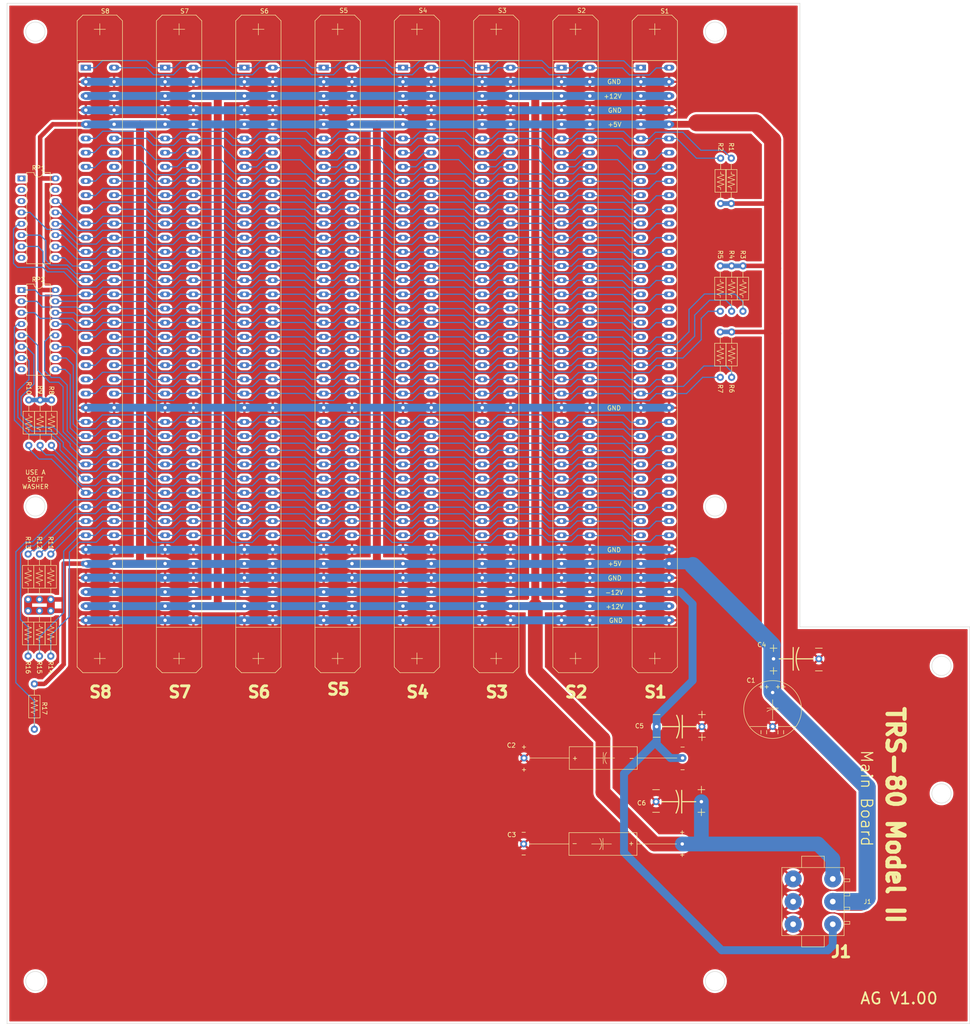
<source format=kicad_pcb>
(kicad_pcb (version 20211014) (generator pcbnew)
  (layers (0 "F.Cu" signal) (31 "B.Cu" signal) (34 "B.Paste" user) (35 "F.Paste" user) (36 "B.SilkS" user "B.Silkscreen") (37 "F.SilkS" user "F.Silkscreen") (38 "B.Mask" user) (39 "F.Mask" user) (44 "Edge.Cuts" user))
  (net 0 "")
  (net 1 "+12V")
  (net 2 "+5V")
  (net 3 "-12V")
  (net 4 "GND")
  (net 5 "USER0")
  (net 6 "USER1")
  (net 7 "INTRQ*")
  (net 8 "NMIRQ*")
  (net 9 "Net-(S7-Pad14)")
  (net 11 "Net-(S7-Pad16)")
  (net 13 "BUSRQ*")
  (net 14 "SYNC*")
  (net 15 "RD*")
  (net 16 "WR*")
  (net 17 "MEMCYC*")
  (net 18 "IOCYC*")
  (net 19 "A00*")
  (net 20 "A01*")
  (net 21 "A02*")
  (net 22 "A03*")
  (net 23 "A04*")
  (net 24 "A05*")
  (net 25 "A06*")
  (net 26 "A07*")
  (net 27 "A08*")
  (net 28 "A09*")
  (net 29 "A10*")
  (net 30 "A11*")
  (net 31 "A12*")
  (net 32 "A13*")
  (net 33 "A14*")
  (net 34 "A15*")
  (net 35 "RES")
  (net 36 "DISRO*")
  (net 37 "XFERRQ")
  (net 38 "KBIRQ*")
  (net 39 "SELECT*")
  (net 40 "CLOCK")
  (net 41 "REFRSH*")
  (net 42 "8MHz")
  (net 43 "RTC")
  (net 44 "WAIT*")
  (net 45 "RES1")
  (net 46 "RES2")
  (net 47 "RES3")
  (net 48 "RES4")
  (net 49 "RES5")
  (net 50 "RES6")
  (net 51 "RES7")
  (net 52 "RES8")
  (net 53 "RESET*")
  (net 54 "HALT*")
  (net 55 "Net-(S6-Pad14)")
  (net 56 "Net-(S6-Pad16)")
  (net 57 "Net-(S5-Pad14)")
  (net 58 "Net-(S5-Pad16)")
  (net 59 "Net-(S4-Pad14)")
  (net 60 "Net-(S4-Pad16)")
  (net 61 "Net-(S3-Pad14)")
  (net 62 "Net-(S3-Pad16)")
  (net 63 "Net-(S2-Pad14)")
  (net 64 "Net-(S2-Pad16)")
  (net 65 "Net-(S1-Pad14)")
  (net 66 "Net-(S1-Pad16)")
  (net 74 "D7*")
  (net 75 "D4*")
  (net 76 "D5*")
  (net 77 "D6*")
  (net 79 "D2*")
  (net 80 "D1*")
  (net 81 "D0*")
  (net 82 "D3*")
  (footprint "GenericComponents:Resistor - horiz" (layer "F.Cu") (at 1.4732 133.5278 90)
    (fp_text reference "R13")
    (fp_text value "2.2K .25W 5%")
  )
  (footprint "GenericComponents:Resistor - horiz" (layer "F.Cu") (at 6.5532 136.0678 -90)
    (fp_text reference "R14")
    (fp_text value "2.2K .25W 5%")
  )
  (footprint "GenericComponents:Capcitor .400" (layer "F.Cu") (at 152.5778 162.0266 180)
    (fp_text reference "C5")
    (fp_text value ".1uf 50V")
  )
  (footprint "GenericComponents:DIP-16pin-narrowpad" (layer "F.Cu") (at -0.02175 39.2072)
    (fp_text reference "RP1")
    (fp_text value "Bourns 4116R-2-390")
  )
  (footprint "GenericComponents:Capcitor Axial 1.400" (layer "F.Cu") (at 112.6744 169.0624)
    (fp_text reference "C2")
    (fp_text value "470uf 16V A")
  )
  (footprint "GenericComponents:Resistor - horiz" (layer "F.Cu") (at 4.0132 136.0678 -90)
    (fp_text reference "R15")
    (fp_text value "2.2K .25W 5%")
  )
  (footprint "GenericComponents:Resistor - horiz" (layer "F.Cu") (at 159.23205 58.801 -90)
    (fp_text reference "R4")
    (fp_text value "2.2K .25W 5%")
  )
  (footprint "TRS80parts:EdgeConnector-125-80" (layer "F.Cu") (at 17.54505 76.2762)
    (fp_text reference "S8")
    (fp_text value "EDAC 346-080-521-804")
  )
  (footprint "TRS80parts:EdgeConnector-125-80" (layer "F.Cu") (at 53.10505 76.2762)
    (fp_text reference "S6")
    (fp_text value "EDAC 346-080-521-804")
  )
  (footprint "GenericComponents:Resistor - horiz" (layer "F.Cu") (at 1.4732 136.0678 -90)
    (fp_text reference "R16")
    (fp_text value "2.2K .25W 5%")
  )
  (footprint "GenericComponents:Resistor - horiz" (layer "F.Cu") (at 156.69205 58.801 -90)
    (fp_text reference "R5")
    (fp_text value "2.2K .25W 5%")
  )
  (footprint "TRS80parts:EdgeConnector-125-80" (layer "F.Cu") (at 88.66505 76.2762)
    (fp_text reference "S4")
    (fp_text value "EDAC 346-080-521-804")
  )
  (footprint "GenericComponents:Resistor - horiz" (layer "F.Cu") (at 159.23205 73.604 -90)
    (fp_text reference "R6")
    (fp_text value "2.2K .25W 5%")
  )
  (footprint "GenericComponents:Resistor - horiz" (layer "F.Cu") (at 156.7688 44.831 90)
    (fp_text reference "R2")
    (fp_text value "2.2K .25W 5%")
  )
  (footprint "TRS80parts:EdgeConnector-125-80" (layer "F.Cu") (at 124.22505 76.2762)
    (fp_text reference "S2")
    (fp_text value "EDAC 346-080-521-804")
  )
  (footprint "GenericComponents:Resistor - horiz" (layer "F.Cu") (at 161.77205 58.801 -90)
    (fp_text reference "R3")
    (fp_text value "2.2K .25W 5%")
  )
  (footprint "GenericComponents:Resistor - horiz" (layer "F.Cu") (at 159.1564 44.831 90)
    (fp_text reference "R1")
    (fp_text value "2.2K .25W 5%")
  )
  (footprint "TRS80parts:EdgeConnector-125-80" (layer "F.Cu") (at 35.32505 76.2762)
    (fp_text reference "S7")
    (fp_text value "EDAC 346-080-521-804")
  )
  (footprint "GenericComponents:Resistor - horiz" (layer "F.Cu") (at 4.0132 133.5278 90)
    (fp_text reference "R12")
    (fp_text value "2.2K .25W 5%")
  )
  (footprint "GenericComponents:DIP-16pin-narrowpad" (layer "F.Cu") (at -0.02175 64.2008)
    (fp_text reference "RP2")
    (fp_text value "Bourns 4116R-2-390")
  )
  (footprint "TRS80parts:EdgeConnector-125-80" (layer "F.Cu") (at 70.88505 76.2762)
    (fp_text reference "S5")
    (fp_text value "EDAC 346-080-521-804")
  )
  (footprint "GenericComponents:Capcitor Axial 1.400" (layer "F.Cu") (at 148.1582 188.3156 180)
    (fp_text reference "C3")
    (fp_text value "470uF 16V A")
  )
  (footprint "GenericComponents:Resistor - horiz" (layer "F.Cu") (at 6.70505 88.844 -90)
    (fp_text reference "R8")
    (fp_text value "2.2K .25W 5%")
  )
  (footprint "GenericComponents:Resistor - horiz" (layer "F.Cu") (at 1.62505 88.844 -90)
    (fp_text reference "R10")
    (fp_text value "2.2K .25W 5%")
  )
  (footprint "GenericComponents:Capcitor .400" (layer "F.Cu") (at 152.4508 178.8414 180)
    (fp_text reference "C6")
    (fp_text value ".1uf 50V")
  )
  (footprint "TRS80parts:TRS90-M2-J1power" (layer "F.Cu") (at 175.5648 196.1388 -90)
    (fp_text reference "J1")
    (fp_text value "TRS80M2-J1_power")
  )
  (footprint "GenericComponents:Resistor - horiz" (layer "F.Cu") (at 4.16505 88.844 -90)
    (fp_text reference "R9")
    (fp_text value "2.2K .25W 5%")
  )
  (footprint "GenericComponents:Capcitor Radial .300" (layer "F.Cu") (at 168.4274 154.3812 -90)
    (fp_text reference "C1")
    (fp_text value "470uF 16V R")
  )
  (footprint "TRS80parts:EdgeConnector-125-80" (layer "F.Cu") (at 106.44505 76.2762)
    (fp_text reference "S3")
    (fp_text value "EDAC 346-080-521-804")
  )
  (footprint "GenericComponents:Resistor - horiz" (layer "F.Cu") (at 156.69205 73.604 -90)
    (fp_text reference "R7")
    (fp_text value "2.2K .25W 5%")
  )
  (footprint "GenericComponents:Capcitor .400" (layer "F.Cu") (at 168.6306 146.8374)
    (fp_text reference "C4")
    (fp_text value ".1uf 50V")
  )
  (footprint "TRS80parts:EdgeConnector-125-80" (layer "F.Cu") (at 142.00505 76.2762)
    (fp_text reference "S1")
    (fp_text value "EDAC 346-080-521-804")
  )
  (footprint "GenericComponents:Resistor - horiz" (layer "F.Cu") (at 2.8702 152.4508 -90)
    (fp_text reference "R17")
    (fp_text value "2.2K .25W 5%")
  )
  (footprint "GenericComponents:Resistor - horiz" (layer "F.Cu") (at 6.5532 133.5278 90)
    (fp_text reference "R11")
    (fp_text value "2.2K .25W 5%")
  )
  (gr_circle locked (center 3.0988 112.6871) (end 5.2578 112.6871) (layer "Edge.Cuts") (width 0.1016) (fill none))
  (gr_line (start -3.2512 -0.0254) (end -3.2512 228.5746) (layer "Edge.Cuts") (width 0.1016))
  (gr_circle locked (center 3.0988 219.0496) (end 5.2578 219.0496) (layer "Edge.Cuts") (width 0.1016) (fill none))
  (gr_line locked (start 212.6488 228.5746) (end 212.6488 139.6746) (layer "Edge.Cuts") (width 0.1016))
  (gr_circle locked (center 155.4988 219.0496) (end 157.6578 219.0496) (layer "Edge.Cuts") (width 0.1016) (fill none))
  (gr_line locked (start 212.6488 139.6746) (end 174.5488 139.6746) (layer "Edge.Cuts") (width 0.1016))
  (gr_line locked (start -3.2512 -0.0254) (end 174.5488 -0.0254) (layer "Edge.Cuts") (width 0.1016))
  (gr_circle locked (center 3.0988 6.3246) (end 5.2578 6.3246) (layer "Edge.Cuts") (width 0.1016) (fill none))
  (gr_circle locked (center 155.4988 6.3246) (end 157.6578 6.3246) (layer "Edge.Cuts") (width 0.1016) (fill none))
  (gr_circle locked (center 206.2988 148.4122) (end 208.4578 148.4122) (layer "Edge.Cuts") (width 0.1016) (fill none))
  (gr_line locked (start 174.5488 -0.0254) (end 174.5488 139.6746) (layer "Edge.Cuts") (width 0.1016))
  (gr_line locked (start -3.2512 228.5746) (end 212.6488 228.5746) (layer "Edge.Cuts") (width 0.1016))
  (gr_circle locked (center 206.2988 176.9872) (end 208.4578 176.9872) (layer "Edge.Cuts") (width 0.1016) (fill none))
  (gr_circle locked (center 155.4988 112.6871) (end 157.6578 112.6871) (layer "Edge.Cuts") (width 0.1016) (fill none))
  (gr_text "S5" (at 71.0438 153.6446) (layer "F.SilkS") (effects (font (size 2.54 2.54) (thickness 0.635))))
  (gr_text "GND" (at 132.86105 122.428) (layer "F.SilkS") (effects (font (size 1 1))))
  (gr_text "S8" (at 17.7038 154.2796) (layer "F.SilkS") (effects (font (size 2.54 2.54) (thickness 0.635))))
  (gr_text "+12V" (at 132.55625 20.8026) (layer "F.SilkS") (effects (font (size 1 1))))
  (gr_text "TRS-80 Model II\n" (at 195.9102 181.864 270) (layer "F.SilkS") (effects (font (size 3.81 3.81) (thickness 0.9525))))
  (gr_text "S2" (at 124.3838 154.2796) (layer "F.SilkS") (effects (font (size 2.54 2.54) (thickness 0.635))))
  (gr_text "-12V" (at 132.91185 131.9784) (layer "F.SilkS") (effects (font (size 1 1))))
  (gr_text "+5V" (at 132.98805 27.1272) (layer "F.SilkS") (effects (font (size 1 1))))
  (gr_text "S1" (at 142.1638 154.2796) (layer "F.SilkS") (effects (font (size 2.54 2.54) (thickness 0.635))))
  (gr_text "GND" (at 133.01345 128.7526) (layer "F.SilkS") (effects (font (size 1 1))))
  (gr_text "GND" (at 132.88645 17.5514) (layer "F.SilkS") (effects (font (size 1 1))))
  (gr_text "S7" (at 35.4838 154.2796) (layer "F.SilkS") (effects (font (size 2.54 2.54) (thickness 0.635))))
  (gr_text "+5V" (at 133.01345 125.5268) (layer "F.SilkS") (effects (font (size 1 1))))
  (gr_text "AG V1.00" (at 196.7738 222.9104) (layer "F.SilkS") (effects (font (size 2.54 2.54) (thickness 0.381))))
  (gr_text "J1" (at 183.7944 212.471) (layer "F.SilkS") (effects (font (size 2.54 2.54) (thickness 0.635))))
  (gr_text "+12V" (at 133.01345 135.1534) (layer "F.SilkS") (effects (font (size 1 1))))
  (gr_text "GND" (at 133.26745 138.2522) (layer "F.SilkS") (effects (font (size 1 1))))
  (gr_text "USE A\nSOFT\nWASHER" (at 3.0988 106.6546) (layer "F.SilkS") (effects (font (size 1 1))))
  (gr_text "Main Board" (at 189.5094 178.0794 270) (layer "F.SilkS") (effects (font (size 2.54 2.54) (thickness 0.254))))
  (gr_text "S6" (at 53.2638 154.2796) (layer "F.SilkS") (effects (font (size 2.54 2.54) (thickness 0.635))))
  (gr_text "GND" (at 133.03885 23.9522) (layer "F.SilkS") (effects (font (size 1 1))))
  (gr_text "S4" (at 88.8238 154.2796) (layer "F.SilkS") (effects (font (size 2.54 2.54) (thickness 0.635))))
  (gr_text "S3" (at 106.6038 154.2796) (layer "F.SilkS") (effects (font (size 2.54 2.54) (thickness 0.635))))
  (gr_text "GND" (at 132.86105 90.6526) (layer "F.SilkS") (effects (font (size 1 1))))
  (segment (start 109.65815 20.7264) (end 115.20865 20.7264) (width 1.778) (layer "F.Cu") (net 1))
  (segment (start 115.20865 135.0056) (end 115.20805 135.0062) (width 1.778) (layer "F.Cu") (net 1))
  (segment (start 49.96815 20.7264) (end 43.99745 20.7264) (width 1.778) (layer "F.Cu") (net 1))
  (segment (start 49.96815 135.0264) (end 44.37845 135.0264) (width 1.778) (layer "F.Cu") (net 1))
  (segment (start 141.98485 188.3156) (end 130.37185 176.7026) (width 3.302) (layer "F.Cu") (net 1))
  (segment (start 115.20865 135.0056) (end 115.18785 135.0264) (width 1.778) (layer "F.Cu") (net 1))
  (segment (start 115.20805 149.5754) (end 115.49845 149.8658) (width 1.778) (layer "F.Cu") (net 1))
  (segment (start 115.20865 20.7264) (end 121.08815 20.7264) (width 1.778) (layer "F.Cu") (net 1))
  (segment (start 115.20805 135.0062) (end 115.20805 149.5754) (width 3.302) (layer "F.Cu") (net 1))
  (segment (start 43.99745 20.7264) (end 38.53815 20.7264) (width 1.778) (layer "F.Cu") (net 1))
  (segment (start 115.49845 149.8658) (end 115.36045 149.7278) (width 2.54) (layer "F.Cu") (net 1))
  (segment (start 43.99745 134.6454) (end 44.37845 135.0264) (width 1.778) (layer "F.Cu") (net 1))
  (segment (start 130.37185 176.7026) (end 130.37185 164.7392) (width 3.302) (layer "F.Cu") (net 1))
  (segment (start 109.65815 135.0264) (end 121.08815 135.0264) (width 1.778) (layer "F.Cu") (net 1))
  (segment (start 115.20865 20.7264) (end 115.20865 135.0056) (width 1.778) (layer "F.Cu") (net 1))
  (segment (start 130.37185 164.7392) (end 115.49845 149.8658) (width 3.302) (layer "F.Cu") (net 1))
  (segment (start 44.37845 135.0264) (end 38.53815 135.0264) (width 1.778) (layer "F.Cu") (net 1))
  (segment (start 148.1582 188.3156) (end 141.98485 188.3156) (width 3.302) (layer "F.Cu") (net 1))
  (segment (start 43.99745 20.7264) (end 43.99745 134.6454) (width 1.778) (layer "F.Cu") (net 1))
  (segment (start 152.5016 188.3156) (end 178.5874 188.3156) (width 3.302) (layer "B.Cu") (net 1))
  (segment locked (start 145.21815 135.0264) (end 14.40815 135.0264) (width 1.778) (layer "B.Cu") (net 1))
  (segment (start 178.5874 188.3156) (end 181.9148 191.643) (width 3.302) (layer "B.Cu") (net 1))
  (segment (start 148.1582 188.3156) (end 152.5016 188.3156) (width 3.302) (layer "B.Cu") (net 1))
  (segment locked (start 14.40815 20.7264) (end 145.21815 20.7264) (width 1.778) (layer "B.Cu") (net 1))
  (segment (start 152.4508 188.2648) (end 152.4508 178.8414) (width 3.302) (layer "B.Cu") (net 1))
  (segment (start 181.9148 191.643) (end 181.9148 196.1388) (width 3.302) (layer "B.Cu") (net 1))
  (segment (start 152.5016 188.3156) (end 152.4508 188.2648) (width 3.302) (layer "B.Cu") (net 1))
  (segment (start 127.57755 27.1018) (end 133.16385 27.1018) (width 1.778) (layer "F.Cu") (net 2))
  (segment (start 98.07605 125.5268) (end 103.44755 125.5268) (width 1.778) (layer "F.Cu") (net 2))
  (segment (start 168.4274 30.5816) (end 168.4274 44.45) (width 3.81) (layer "F.Cu") (net 2))
  (segment (start 4.16505 39.2944) (end 4.16505 29.916) (width 1.016) (layer "F.Cu") (net 2))
  (segment (start 4.16505 63.907) (end 4.16505 39.2944) (width 1.016) (layer "F.Cu") (net 2))
  (segment (start 97.60385 27.1018) (end 97.60385 125.0546) (width 1.778) (layer "F.Cu") (net 2))
  (segment (start 1.4732 133.5278) (end 1.4732 136.0678) (width 1.778) (layer "F.Cu") (net 2))
  (segment (start 4.16505 29.916) (end 4.92705 29.154) (width 1.016) (layer "F.Cu") (net 2))
  (segment (start 4.45885 64.2008) (end 7.59825 64.2008) (width 1.016) (layer "F.Cu") (net 2))
  (segment (start 4.16505 39.2944) (end 4.25225 39.2072) (width 1.016) (layer "F.Cu") (net 2))
  (segment (start 97.60385 27.1018) (end 103.44755 27.1018) (width 1.778) (layer "F.Cu") (net 2))
  (segment (start 6.5532 136.0678) (end 1.4732 136.0678) (width 1.778) (layer "F.Cu") (net 2))
  (segment (start 62.36365 125.5268) (end 67.73515 125.5268) (width 1.778) (layer "F.Cu") (net 2))
  (segment (start 145.21815 27.0764) (end 151.0792 27.0764) (width 1.524) (layer "F.Cu") (net 2))
  (segment (start 133.63605 125.5268) (end 139.00755 125.5268) (width 1.778) (layer "F.Cu") (net 2))
  (segment (start 127.57755 125.5268) (end 133.63605 125.5268) (width 1.778) (layer "F.Cu") (net 2))
  (segment (start 9.4488 125.4506) (end 9.4488 148.082) (width 1.016) (layer "F.Cu") (net 2))
  (segment (start 9.4488 148.082) (end 8.7376 148.7932) (width 1.016) (layer "F.Cu") (net 2))
  (segment (start 74.09815 27.0764) (end 79.68445 27.0764) (width 1.778) (layer "F.Cu") (net 2))
  (segment (start 79.68445 27.0764) (end 79.68445 125.0292) (width 1.778) (layer "F.Cu") (net 2))
  (segment (start 6.5532 136.0678) (end 6.5532 133.5278) (width 1.778) (layer "F.Cu") (net 2))
  (segment (start 156.69205 73.604) (end 168.1174 73.604) (width 1.016) (layer "F.Cu") (net 2))
  (segment (start 61.89145 27.1018) (end 61.89145 125.0546) (width 1.778) (layer "F.Cu") (net 2))
  (segment (start 189.611 200.3806) (end 189.611 175.6156) (width 3.81) (layer "F.Cu") (net 2))
  (segment (start 8.8392 136.0678) (end 6.5532 136.0678) (width 1.016) (layer "F.Cu") (net 2))
  (segment (start 79.68445 125.0292) (end 80.15665 125.5014) (width 1.778) (layer "F.Cu") (net 2))
  (segment (start 56.30515 27.1018) (end 61.89145 27.1018) (width 1.778) (layer "F.Cu") (net 2))
  (segment (start 92.01755 27.1018) (end 97.60385 27.1018) (width 1.778) (layer "F.Cu") (net 2))
  (segment (start 168.4274 154.432) (end 168.4274 154.3812) (width 3.81) (layer "F.Cu") (net 2))
  (segment (start 168.0464 44.831) (end 168.4274 44.45) (width 0.25) (layer "F.Cu") (net 2))
  (segment (start 74.09815 125.5014) (end 80.15665 125.5014) (width 1.778) (layer "F.Cu") (net 2))
  (segment (start 26.56265 27.0764) (end 32.18815 27.0764) (width 1.778) (layer "F.Cu") (net 2))
  (segment (start 168.4274 73.914) (end 168.4274 154.432) (width 3.81) (layer "F.Cu") (net 2))
  (segment (start 20.75815 27.0764) (end 26.56265 27.0764) (width 1.778) (layer "F.Cu") (net 2))
  (segment (start 6.5532 133.5278) (end 1.4732 133.5278) (width 1.778) (layer "F.Cu") (net 2))
  (segment (start 183.2509 201.3712) (end 188.1479 201.3712) (width 3.81) (layer "F.Cu") (net 2))
  (segment (start 156.69205 58.801) (end 167.8686 58.801) (width 1.016) (layer "F.Cu") (net 2))
  (segment (start 4.16505 63.907) (end 4.45885 64.2008) (width 1.016) (layer "F.Cu") (net 2))
  (segment (start 14.40815 125.5014) (end 9.6012 125.5014) (width 1.016) (layer "F.Cu") (net 2))
  (segment (start 151.4094 26.7462) (end 164.592 26.7462) (width 3.81) (layer "F.Cu") (net 2))
  (segment (start 151.0792 27.0764) (end 151.3586 26.797) (width 0.25) (layer "F.Cu") (net 2))
  (segment (start 7.00465 27.0764) (end 4.92705 29.154) (width 1.016) (layer "F.Cu") (net 2))
  (segment (start 168.1174 73.604) (end 168.4274 73.914) (width 1.016) (layer "F.Cu") (net 2))
  (segment (start 133.16385 27.1018) (end 133.16385 125.0546) (width 1.778) (layer "F.Cu") (net 2))
  (segment (start 156.7688 44.831) (end 168.0464 44.831) (width 1.016) (layer "F.Cu") (net 2))
  (segment (start 2.9972 152.4508) (end 5.0292 152.4508) (width 1.016) (layer "F.Cu") (net 2))
  (segment (start 92.01755 125.5268) (end 98.07605 125.5268) (width 1.778) (layer "F.Cu") (net 2))
  (segment (start 56.30515 125.5268) (end 62.36365 125.5268) (width 1.778) (layer "F.Cu") (net 2))
  (segment (start 79.68445 27.0764) (end 85.52815 27.0764) (width 1.778) (layer "F.Cu") (net 2))
  (segment (start 80.15665 125.5014) (end 85.52815 125.5014) (width 1.778) (layer "F.Cu") (net 2))
  (segment (start 4.16505 88.844) (end 4.16505 63.907) (width 1.016) (layer "F.Cu") (net 2))
  (segment (start 133.16385 27.1018) (end 139.00755 27.1018) (width 1.778) (layer "F.Cu") (net 2))
  (segment (start 164.592 26.7462) (end 168.4274 30.5816) (width 3.81) (layer "F.Cu") (net 2))
  (segment (start 20.75815 125.5014) (end 26.56265 125.5014) (width 1.778) (layer "F.Cu") (net 2))
  (segment (start 168.4274 59.3598) (end 168.4274 73.914) (width 3.81) (layer "F.Cu") (net 2))
  (segment (start 168.4274 44.45) (end 168.4274 59.3598) (width 3.81) (layer "F.Cu") (net 2))
  (segment (start 26.56265 125.5014) (end 32.18815 125.5014) (width 1.778) (layer "F.Cu") (net 2))
  (segment (start 9.0932 148.5138) (end 5.2832 152.3238) (width 1.016) (layer "F.Cu") (net 2))
  (segment (start 61.89145 27.1018) (end 67.73515 27.1018) (width 1.778) (layer "F.Cu") (net 2))
  (segment (start 189.611 175.6156) (end 168.4274 154.432) (width 3.81) (layer "F.Cu") (net 2))
  (segment (start 9.0932 133.5278) (end 6.5532 133.5278) (width 1.016) (layer "F.Cu") (net 2))
  (segment (start 14.40815 27.0764) (end 7.00465 27.0764) (width 1.016) (layer "F.Cu") (net 2))
  (segment (start 4.25225 39.2072) (end 7.59825 39.2072) (width 1.016) (layer "F.Cu") (net 2))
  (segment (start 167.8686 58.801) (end 168.4274 59.3598) (width 1.016) (layer "F.Cu") (net 2))
  (segment (start 26.56265 27.0764) (end 26.56265 125.5014) (width 1.778) (layer "F.Cu") (net 2))
  (segment (start 188.8998 201.0918) (end 189.611 200.3806) (width 3.81) (layer "F.Cu") (net 2))
  (segment (start 156.69205 73.604) (end 159.23205 73.604) (width 1.016) (layer "B.Cu") (net 2))
  (segment (start 189.611 200.3806) (end 188.7728 201.2188) (width 3.81) (layer "B.Cu") (net 2))
  (segment (start 168.34485 143.764) (end 150.50885 125.928) (width 3.81) (layer "B.Cu") (net 2))
  (segment locked (start 14.77645 125.5776) (end 145.58645 125.5776) (width 1.778) (layer "B.Cu") (net 2))
  (segment (start 168.4274 154.3812) (end 189.611 175.5648) (width 3.81) (layer "B.Cu") (net 2))
  (segment (start 156.69205 44.831) (end 159.20085 44.831) (width 1.016) (layer "B.Cu") (net 2))
  (segment (start 149.91545 125.5014) (end 145.21815 125.5014) (width 2.54) (layer "B.Cu") (net 2))
  (segment locked (start 14.40815 27.1018) (end 145.21815 27.1018) (width 1.778) (layer "B.Cu") (net 2))
  (segment (start 150.50885 125.928) (end 150.34205 125.928) (width 1.778) (layer "B.Cu") (net 2))
  (segment (start 1.62505 88.844) (end 6.70505 88.844) (width 1.016) (layer "B.Cu") (net 2))
  (segment (start 150.34205 125.928) (end 149.91545 125.5014) (width 1.778) (layer "B.Cu") (net 2))
  (segment (start 188.7728 201.2188) (end 181.9148 201.2188) (width 3.81) (layer "B.Cu") (net 2))
  (segment (start 168.26865 143.8402) (end 168.34485 143.764) (width 1.778) (layer "B.Cu") (net 2))
  (segment (start 156.69205 58.801) (end 161.77205 58.801) (width 1.016) (layer "B.Cu") (net 2))
  (segment (start 168.26865 154.22245) (end 168.26865 143.8402) (width 3.81) (layer "B.Cu") (net 2))
  (segment (start 189.611 175.5648) (end 189.611 200.3806) (width 3.81) (layer "B.Cu") (net 2))
  (segment locked (start 145.21815 131.8514) (end 14.40815 131.8514) (width 1.778) (layer "B.Cu") (net 3))
  (segment (start 156.9974 212.1154) (end 180.848 212.1154) (width 1.778) (layer "B.Cu") (net 3))
  (segment (start 148.2344 169.0624) (end 145.5276 169.0624) (width 1.778) (layer "B.Cu") (net 3))
  (segment (start 142.4178 162.0266) (end 142.4178 165.227) (width 1.778) (layer "B.Cu") (net 3))
  (segment (start 135.1026 190.2206) (end 156.9974 212.1154) (width 1.778) (layer "B.Cu") (net 3))
  (segment (start 142.4178 159.766) (end 142.4178 162.0266) (width 1.778) (layer "B.Cu") (net 3))
  (segment (start 150.46905 134.564) (end 150.46905 151.71475) (width 1.778) (layer "B.Cu") (net 3))
  (segment (start 145.5276 169.0624) (end 142.4178 165.9526) (width 1.778) (layer "B.Cu") (net 3))
  (segment (start 180.848 212.1154) (end 181.9148 211.0486) (width 1.778) (layer "B.Cu") (net 3))
  (segment (start 150.46905 151.71475) (end 142.4178 159.766) (width 1.778) (layer "B.Cu") (net 3))
  (segment (start 181.9148 211.0486) (end 181.9148 206.2988) (width 1.778) (layer "B.Cu") (net 3))
  (segment (start 142.4178 165.9526) (end 142.4178 162.0266) (width 1.778) (layer "B.Cu") (net 3))
  (segment (start 142.4178 165.227) (end 135.1026 172.5422) (width 1.778) (layer "B.Cu") (net 3))
  (segment (start 147.75645 131.8514) (end 150.46905 134.564) (width 1.778) (layer "B.Cu") (net 3))
  (segment (start 135.1026 172.5422) (end 135.1026 190.2206) (width 1.778) (layer "B.Cu") (net 3))
  (segment (start 145.21815 131.8514) (end 147.75645 131.8514) (width 1.778) (layer "B.Cu") (net 3))
  (segment (start 14.40815 138.2014) (end 145.21815 138.2014) (width 1.778) (layer "B.Cu") (net 4))
  (segment locked (start 109.65815 128.6764) (end 14.40815 128.6764) (width 1.778) (layer "B.Cu") (net 4))
  (segment locked (start 145.21815 128.6764) (end 14.40815 128.6764) (width 1.778) (layer "B.Cu") (net 4))
  (segment locked (start 145.21815 90.5764) (end 14.40815 90.5764) (width 1.778) (layer "B.Cu") (net 4))
  (segment locked (start 14.24305 122.4026) (end 145.05305 122.4026) (width 1.778) (layer "B.Cu") (net 4))
  (segment locked (start 145.21815 17.5514) (end 14.40815 17.5514) (width 1.778) (layer "B.Cu") (net 4))
  (segment locked (start 14.31925 23.9268) (end 145.12925 23.9268) (width 1.778) (layer "B.Cu") (net 4))
  (segment locked (start 135.05815 12.8524) (end 136.65835 14.4526) (width 0.25) (layer "B.Cu") (net 5))
  (segment locked (start 18.16735 12.8016) (end 27.98445 12.8016) (width 0.25) (layer "B.Cu") (net 5))
  (segment locked (start 16.56715 14.4018) (end 18.16735 12.8016) (width 0.25) (layer "B.Cu") (net 5))
  (segment locked (start 71.76135 12.8016) (end 81.42605 12.8016) (width 0.25) (layer "B.Cu") (net 5))
  (segment locked (start 14.39545 14.4018) (end 16.56715 14.4018) (width 0.25) (layer "B.Cu") (net 5))
  (segment locked (start 106.94035 12.8016) (end 116.68125 12.8016) (width 0.25) (layer "B.Cu") (net 5))
  (segment locked (start 118.28145 14.4018) (end 120.94845 14.4018) (width 0.25) (layer "B.Cu") (net 5))
  (segment locked (start 123.29795 14.4526) (end 124.89815 12.8524) (width 0.25) (layer "B.Cu") (net 5))
  (segment locked (start 87.71255 14.4018) (end 89.31275 12.8016) (width 0.25) (layer "B.Cu") (net 5))
  (segment locked (start 121.12625 14.4526) (end 123.29795 14.4526) (width 0.25) (layer "B.Cu") (net 5))
  (segment locked (start 103.16845 14.4018) (end 105.34015 14.4018) (width 0.25) (layer "B.Cu") (net 5))
  (segment locked (start 83.02625 14.4018) (end 85.76945 14.4018) (width 0.25) (layer "B.Cu") (net 5))
  (segment locked (start 85.54085 14.4018) (end 87.71255 14.4018) (width 0.25) (layer "B.Cu") (net 5))
  (segment locked (start 53.65115 12.8016) (end 63.4365 12.8016) (width 0.25) (layer "B.Cu") (net 5))
  (segment locked (start 100.78085 14.4018) (end 103.32085 14.4018) (width 0.25) (layer "B.Cu") (net 5))
  (segment locked (start 29.58465 14.4018) (end 32.17545 14.4018) (width 0.25) (layer "B.Cu") (net 5))
  (segment locked (start 32.12465 14.4018) (end 34.29635 14.4018) (width 0.25) (layer "B.Cu") (net 5))
  (segment locked (start 45.66285 12.8016) (end 47.26305 14.4018) (width 0.25) (layer "B.Cu") (net 5))
  (segment locked (start 99.18065 12.8016) (end 100.78085 14.4018) (width 0.25) (layer "B.Cu") (net 5))
  (segment locked (start 34.29635 14.4018) (end 35.89655 12.8016) (width 0.25) (layer "B.Cu") (net 5))
  (segment locked (start 47.26305 14.4018) (end 49.90465 14.4018) (width 0.25) (layer "B.Cu") (net 5))
  (segment locked (start 52.05095 14.4018) (end 53.65115 12.8016) (width 0.25) (layer "B.Cu") (net 5))
  (segment locked (start 116.68125 12.8016) (end 118.28145 14.4018) (width 0.25) (layer "B.Cu") (net 5))
  (segment locked (start 136.65835 14.4526) (end 138.90625 14.4526) (width 0.25) (layer "B.Cu") (net 5))
  (segment locked (start 65.0367 14.4018) (end 68.09105 14.4018) (width 0.25) (layer "B.Cu") (net 5))
  (segment locked (start 89.31275 12.8016) (end 99.18065 12.8016) (width 0.25) (layer "B.Cu") (net 5))
  (segment locked (start 67.98945 14.4018) (end 70.16115 14.4018) (width 0.25) (layer "B.Cu") (net 5))
  (segment locked (start 63.4365 12.8016) (end 65.0367 14.4018) (width 0.25) (layer "B.Cu") (net 5))
  (segment locked (start 27.98445 12.8016) (end 29.58465 14.4018) (width 0.25) (layer "B.Cu") (net 5))
  (segment locked (start 49.87925 14.4018) (end 52.05095 14.4018) (width 0.25) (layer "B.Cu") (net 5))
  (segment locked (start 70.16115 14.4018) (end 71.76135 12.8016) (width 0.25) (layer "B.Cu") (net 5))
  (segment locked (start 124.89815 12.8524) (end 135.05815 12.8524) (width 0.25) (layer "B.Cu") (net 5))
  (segment locked (start 81.42605 12.8016) (end 83.02625 14.4018) (width 0.25) (layer "B.Cu") (net 5))
  (segment locked (start 35.89655 12.8016) (end 45.66285 12.8016) (width 0.25) (layer "B.Cu") (net 5))
  (segment locked (start 105.34015 14.4018) (end 106.94035 12.8016) (width 0.25) (layer "B.Cu") (net 5))
  (segment locked (start 65.08115 15.9766) (end 69.94525 15.9766) (width 0.25) (layer "B.Cu") (net 6))
  (segment locked (start 20.74545 14.4018) (end 28.02255 14.4018) (width 0.25) (layer "B.Cu") (net 6))
  (segment locked (start 28.02255 14.4018) (end 29.59735 15.9766) (width 0.25) (layer "B.Cu") (net 6))
  (segment locked (start 53.34635 14.4018) (end 56.25465 14.4018) (width 0.25) (layer "B.Cu") (net 6))
  (segment locked (start 35.61715 14.4018) (end 38.52545 14.4018) (width 0.25) (layer "B.Cu") (net 6))
  (segment locked (start 109.51845 14.4018) (end 116.79555 14.4018) (width 0.25) (layer "B.Cu") (net 6))
  (segment locked (start 74.33945 14.4018) (end 81.61655 14.4018) (width 0.25) (layer "B.Cu") (net 6))
  (segment locked (start 140.77315 16.0274) (end 142.34795 14.4526) (width 0.25) (layer "B.Cu") (net 6))
  (segment locked (start 123.08205 15.9766) (end 124.65685 14.4018) (width 0.25) (layer "B.Cu") (net 6))
  (segment locked (start 91.89085 14.4018) (end 99.16795 14.4018) (width 0.25) (layer "B.Cu") (net 6))
  (segment locked (start 89.21115 14.4018) (end 92.11945 14.4018) (width 0.25) (layer "B.Cu") (net 6))
  (segment locked (start 29.59735 15.9766) (end 34.04235 15.9766) (width 0.25) (layer "B.Cu") (net 6))
  (segment locked (start 118.37035 15.9766) (end 123.08205 15.9766) (width 0.25) (layer "B.Cu") (net 6))
  (segment locked (start 81.61655 14.4018) (end 83.19135 15.9766) (width 0.25) (layer "B.Cu") (net 6))
  (segment locked (start 45.75175 14.4018) (end 47.32655 15.9766) (width 0.25) (layer "B.Cu") (net 6))
  (segment locked (start 51.77155 15.9766) (end 53.34635 14.4018) (width 0.25) (layer "B.Cu") (net 6))
  (segment locked (start 142.34795 14.4526) (end 145.25625 14.4526) (width 0.25) (layer "B.Cu") (net 6))
  (segment locked (start 134.75335 14.4526) (end 136.32815 16.0274) (width 0.25) (layer "B.Cu") (net 6))
  (segment locked (start 34.04235 15.9766) (end 35.61715 14.4018) (width 0.25) (layer "B.Cu") (net 6))
  (segment locked (start 100.74275 15.9766) (end 105.18775 15.9766) (width 0.25) (layer "B.Cu") (net 6))
  (segment locked (start 127.47625 14.4526) (end 134.75335 14.4526) (width 0.25) (layer "B.Cu") (net 6))
  (segment locked (start 124.65685 14.4018) (end 127.29845 14.4018) (width 0.25) (layer "B.Cu") (net 6))
  (segment locked (start 87.63635 15.9766) (end 89.21115 14.4018) (width 0.25) (layer "B.Cu") (net 6))
  (segment locked (start 83.19135 15.9766) (end 87.63635 15.9766) (width 0.25) (layer "B.Cu") (net 6))
  (segment locked (start 105.18775 15.9766) (end 106.76255 14.4018) (width 0.25) (layer "B.Cu") (net 6))
  (segment locked (start 63.50635 14.4018) (end 65.08115 15.9766) (width 0.25) (layer "B.Cu") (net 6))
  (segment locked (start 56.22925 14.4018) (end 63.50635 14.4018) (width 0.25) (layer "B.Cu") (net 6))
  (segment locked (start 47.32655 15.9766) (end 51.77155 15.9766) (width 0.25) (layer "B.Cu") (net 6))
  (segment locked (start 69.94525 15.9766) (end 71.52005 14.4018) (width 0.25) (layer "B.Cu") (net 6))
  (segment locked (start 106.76255 14.4018) (end 109.67085 14.4018) (width 0.25) (layer "B.Cu") (net 6))
  (segment locked (start 71.52005 14.4018) (end 74.31405 14.4018) (width 0.25) (layer "B.Cu") (net 6))
  (segment locked (start 99.16795 14.4018) (end 100.74275 15.9766) (width 0.25) (layer "B.Cu") (net 6))
  (segment locked (start 38.47465 14.4018) (end 45.75175 14.4018) (width 0.25) (layer "B.Cu") (net 6))
  (segment locked (start 136.32815 16.0274) (end 140.77315 16.0274) (width 0.25) (layer "B.Cu") (net 6))
  (segment locked (start 116.79555 14.4018) (end 118.37035 15.9766) (width 0.25) (layer "B.Cu") (net 6))
  (segment locked (start 107.06735 28.6512) (end 117.22735 28.6512) (width 0.254) (layer "B.Cu") (net 7))
  (segment locked (start 52.05095 30.2514) (end 53.65115 28.6512) (width 0.254) (layer "B.Cu") (net 7))
  (segment locked (start 46.00575 28.6512) (end 47.60595 30.2514) (width 0.254) (layer "B.Cu") (net 7))
  (segment locked (start 35.84575 28.6512) (end 46.00575 28.6512) (width 0.254) (layer "B.Cu") (net 7))
  (segment locked (start 47.60595 30.2514) (end 49.85385 30.2514) (width 0.254) (layer "B.Cu") (net 7))
  (segment locked (start 87.76335 30.2514) (end 89.36355 28.6512) (width 0.254) (layer "B.Cu") (net 7))
  (segment locked (start 53.65115 28.6512) (end 63.81115 28.6512) (width 0.254) (layer "B.Cu") (net 7))
  (segment (start 140.73565 30.2514) (end 138.85545 30.2514) (width 0.254) (layer "B.Cu") (net 7))
  (segment (start 152.3238 32.893) (end 148.3308 28.9) (width 0.25) (layer "B.Cu") (net 7))
  (segment (start 148.3308 28.8492) (end 142.13785 28.8492) (width 0.254) (layer "B.Cu") (net 7))
  (segment locked (start 14.42085 30.226) (end 16.59255 30.226) (width 0.254) (layer "B.Cu") (net 7))
  (segment locked (start 103.29545 30.2514) (end 105.46715 30.2514) (width 0.254) (layer "B.Cu") (net 7))
  (segment locked (start 101.12375 30.2514) (end 103.37165 30.2514) (width 0.254) (layer "B.Cu") (net 7))
  (segment locked (start 99.52355 28.6512) (end 101.12375 30.2514) (width 0.254) (layer "B.Cu") (net 7))
  (segment locked (start 83.14055 30.2006) (end 85.38845 30.2006) (width 0.254) (layer "B.Cu") (net 7))
  (segment locked (start 121.07545 30.2514) (end 123.24715 30.2514) (width 0.254) (layer "B.Cu") (net 7))
  (segment locked (start 34.24555 30.2514) (end 35.84575 28.6512) (width 0.254) (layer "B.Cu") (net 7))
  (segment locked (start 118.82755 30.2514) (end 121.07545 30.2514) (width 0.254) (layer "B.Cu") (net 7))
  (segment locked (start 32.07385 30.2514) (end 34.24555 30.2514) (width 0.254) (layer "B.Cu") (net 7))
  (segment locked (start 85.59165 30.2514) (end 87.76335 30.2514) (width 0.254) (layer "B.Cu") (net 7))
  (segment locked (start 89.36355 28.6512) (end 99.52355 28.6512) (width 0.254) (layer "B.Cu") (net 7))
  (segment locked (start 67.60845 30.2006) (end 69.78015 30.2006) (width 0.254) (layer "B.Cu") (net 7))
  (segment locked (start 28.35275 28.6258) (end 29.95295 30.226) (width 0.254) (layer "B.Cu") (net 7))
  (segment locked (start 124.84735 28.6512) (end 135.00735 28.6512) (width 0.254) (layer "B.Cu") (net 7))
  (segment locked (start 69.78015 30.2006) (end 71.38035 28.6004) (width 0.254) (layer "B.Cu") (net 7))
  (segment locked (start 18.19275 28.6258) (end 28.35275 28.6258) (width 0.254) (layer "B.Cu") (net 7))
  (segment (start 142.13785 28.8492) (end 140.73565 30.2514) (width 0.254) (layer "B.Cu") (net 7))
  (segment (start 148.3308 28.9) (end 148.3308 28.8492) (width 0.25) (layer "B.Cu") (net 7))
  (segment locked (start 105.46715 30.2514) (end 107.06735 28.6512) (width 0.254) (layer "B.Cu") (net 7))
  (segment locked (start 81.54035 28.6004) (end 83.14055 30.2006) (width 0.254) (layer "B.Cu") (net 7))
  (segment locked (start 117.22735 28.6512) (end 118.82755 30.2514) (width 0.254) (layer "B.Cu") (net 7))
  (segment locked (start 63.81115 28.6512) (end 65.41135 30.2514) (width 0.254) (layer "B.Cu") (net 7))
  (segment (start 157.3784 32.893) (end 152.3238 32.893) (width 0.25) (layer "B.Cu") (net 7))
  (segment locked (start 123.24715 30.2514) (end 124.84735 28.6512) (width 0.254) (layer "B.Cu") (net 7))
  (segment locked (start 136.60755 30.2514) (end 138.85545 30.2514) (width 0.254) (layer "B.Cu") (net 7))
  (segment locked (start 49.87925 30.2514) (end 52.05095 30.2514) (width 0.254) (layer "B.Cu") (net 7))
  (segment locked (start 135.00735 28.6512) (end 136.60755 30.2514) (width 0.254) (layer "B.Cu") (net 7))
  (segment (start 159.1564 34.671) (end 157.3784 32.893) (width 0.25) (layer "B.Cu") (net 7))
  (segment locked (start 71.38035 28.6004) (end 81.54035 28.6004) (width 0.254) (layer "B.Cu") (net 7))
  (segment locked (start 29.95295 30.226) (end 32.20085 30.226) (width 0.254) (layer "B.Cu") (net 7))
  (segment locked (start 16.59255 30.226) (end 18.19275 28.6258) (width 0.254) (layer "B.Cu") (net 7))
  (segment locked (start 65.41135 30.2514) (end 67.65925 30.2514) (width 0.254) (layer "B.Cu") (net 7))
  (segment locked (start 82.81035 31.7754) (end 87.25535 31.7754) (width 0.254) (layer "B.Cu") (net 8))
  (segment locked (start 45.70095 30.2514) (end 47.27575 31.8262) (width 0.254) (layer "B.Cu") (net 8))
  (segment locked (start 65.08115 31.8262) (end 69.52615 31.8262) (width 0.254) (layer "B.Cu") (net 8))
  (segment locked (start 106.81335 30.2514) (end 109.72165 30.2514) (width 0.254) (layer "B.Cu") (net 8))
  (segment locked (start 34.06775 31.8008) (end 35.64255 30.226) (width 0.254) (layer "B.Cu") (net 8))
  (segment locked (start 118.49735 31.8262) (end 122.94235 31.8262) (width 0.254) (layer "B.Cu") (net 8))
  (segment locked (start 38.42385 30.2514) (end 45.70095 30.2514) (width 0.254) (layer "B.Cu") (net 8))
  (segment locked (start 29.62275 31.8008) (end 34.06775 31.8008) (width 0.254) (layer "B.Cu") (net 8))
  (segment locked (start 127.42545 30.2514) (end 134.70255 30.2514) (width 0.254) (layer "B.Cu") (net 8))
  (segment (start 156.7688 34.671) (end 151.33205 34.671) (width 0.25) (layer "B.Cu") (net 8))
  (segment locked (start 47.27575 31.8262) (end 51.72075 31.8262) (width 0.254) (layer "B.Cu") (net 8))
  (segment locked (start 73.95845 30.2006) (end 81.23555 30.2006) (width 0.254) (layer "B.Cu") (net 8))
  (segment locked (start 28.04795 30.226) (end 29.62275 31.8008) (width 0.254) (layer "B.Cu") (net 8))
  (segment locked (start 91.94165 30.2514) (end 99.21875 30.2514) (width 0.254) (layer "B.Cu") (net 8))
  (segment locked (start 56.22925 30.2514) (end 63.50635 30.2514) (width 0.254) (layer "B.Cu") (net 8))
  (segment locked (start 69.52615 31.8262) (end 71.10095 30.2514) (width 0.254) (layer "B.Cu") (net 8))
  (segment locked (start 136.27735 31.8262) (end 140.72235 31.8262) (width 0.254) (layer "B.Cu") (net 8))
  (segment locked (start 81.23555 30.2006) (end 82.81035 31.7754) (width 0.254) (layer "B.Cu") (net 8))
  (segment locked (start 122.94235 31.8262) (end 124.51715 30.2514) (width 0.254) (layer "B.Cu") (net 8))
  (segment locked (start 88.83015 30.2006) (end 91.73845 30.2006) (width 0.254) (layer "B.Cu") (net 8))
  (segment locked (start 20.77085 30.226) (end 28.04795 30.226) (width 0.254) (layer "B.Cu") (net 8))
  (segment locked (start 51.72075 31.8262) (end 53.29555 30.2514) (width 0.254) (layer "B.Cu") (net 8))
  (segment locked (start 53.29555 30.2514) (end 56.20385 30.2514) (width 0.254) (layer "B.Cu") (net 8))
  (segment locked (start 87.25535 31.7754) (end 88.83015 30.2006) (width 0.254) (layer "B.Cu") (net 8))
  (segment locked (start 109.64545 30.2514) (end 116.92255 30.2514) (width 0.254) (layer "B.Cu") (net 8))
  (segment locked (start 105.23855 31.8262) (end 106.81335 30.2514) (width 0.254) (layer "B.Cu") (net 8))
  (segment locked (start 71.10095 30.2514) (end 74.00925 30.2514) (width 0.254) (layer "B.Cu") (net 8))
  (segment locked (start 124.51715 30.2514) (end 127.42545 30.2514) (width 0.254) (layer "B.Cu") (net 8))
  (segment locked (start 140.72235 31.8262) (end 142.29715 30.2514) (width 0.254) (layer "B.Cu") (net 8))
  (segment locked (start 99.21875 30.2514) (end 100.79355 31.8262) (width 0.254) (layer "B.Cu") (net 8))
  (segment locked (start 100.79355 31.8262) (end 105.23855 31.8262) (width 0.254) (layer "B.Cu") (net 8))
  (segment locked (start 63.50635 30.2514) (end 65.08115 31.8262) (width 0.254) (layer "B.Cu") (net 8))
  (segment locked (start 134.70255 30.2514) (end 136.27735 31.8262) (width 0.254) (layer "B.Cu") (net 8))
  (segment locked (start 142.29715 30.2514) (end 145.20545 30.2514) (width 0.254) (layer "B.Cu") (net 8))
  (segment locked (start 116.92255 30.2514) (end 118.49735 31.8262) (width 0.254) (layer "B.Cu") (net 8))
  (segment (start 151.33205 34.671) (end 146.91245 30.2514) (width 0.25) (layer "B.Cu") (net 8))
  (segment locked (start 35.64255 30.226) (end 38.55085 30.226) (width 0.254) (layer "B.Cu") (net 8))
  (segment (start 146.91245 30.2514) (end 145.21815 30.2514) (width 0.254) (layer "B.Cu") (net 8))
  (segment locked (start 26.79065 31.8008) (end 29.96565 34.9758) (width 0.254) (layer "B.Cu") (net 9))
  (segment locked (start 17.92605 31.8008) (end 26.79065 31.8008) (width 0.254) (layer "B.Cu") (net 9))
  (segment locked (start 29.96565 34.9758) (end 34.94405 34.9758) (width 0.254) (layer "B.Cu") (net 9))
  (segment locked (start 16.32585 33.401) (end 17.92605 31.8008) (width 0.254) (layer "B.Cu") (net 9))
  (segment (start 36.49345 33.4264) (end 38.53815 33.4264) (width 0.254) (layer "B.Cu") (net 9))
  (segment locked (start 14.15415 33.401) (end 16.32585 33.401) (width 0.254) (layer "B.Cu") (net 9))
  (segment locked (start 34.94405 34.9758) (end 36.49345 33.4264) (width 0.254) (layer "B.Cu") (net 9))
  (segment locked (start 16.40205 36.7792) (end 18.00225 35.179) (width 0.254) (layer "B.Cu") (net 11))
  (segment locked (start 34.41065 38.354) (end 35.96005 36.8046) (width 0.254) (layer "B.Cu") (net 11))
  (segment locked (start 35.96005 36.8046) (end 38.61435 36.8046) (width 0.254) (layer "B.Cu") (net 11))
  (segment locked (start 30.04185 38.354) (end 34.41065 38.354) (width 0.254) (layer "B.Cu") (net 11))
  (segment locked (start 26.86685 35.179) (end 30.04185 38.354) (width 0.254) (layer "B.Cu") (net 11))
  (segment locked (start 14.23035 36.7792) (end 16.40205 36.7792) (width 0.254) (layer "B.Cu") (net 11))
  (segment locked (start 18.00225 35.179) (end 26.86685 35.179) (width 0.254) (layer "B.Cu") (net 11))
  (segment locked (start 52.05095 39.8018) (end 53.65115 38.2016) (width 0.254) (layer "B.Cu") (net 13))
  (segment locked (start 35.89655 38.2016) (end 46.05655 38.2016) (width 0.254) (layer "B.Cu") (net 13))
  (segment locked (start 32.12465 39.8018) (end 34.29635 39.8018) (width 0.254) (layer "B.Cu") (net 13))
  (segment locked (start 70.16115 39.8018) (end 71.76135 38.2016) (width 0.254) (layer "B.Cu") (net 13))
  (segment locked (start 34.29635 39.8018) (end 35.89655 38.2016) (width 0.254) (layer "B.Cu") (net 13))
  (segment locked (start 117.10035 38.2016) (end 118.70055 39.8018) (width 0.254) (layer "B.Cu") (net 13))
  (segment locked (start 121.12625 39.8526) (end 123.29795 39.8526) (width 0.254) (layer "B.Cu") (net 13))
  (segment locked (start 14.39545 39.8018) (end 16.56715 39.8018) (width 0.254) (layer "B.Cu") (net 13))
  (segment locked (start 83.52155 39.8018) (end 85.76945 39.8018) (width 0.254) (layer "B.Cu") (net 13))
  (segment locked (start 123.29795 39.8526) (end 124.89815 38.2524) (width 0.254) (layer "B.Cu") (net 13))
  (segment locked (start 99.47275 38.2016) (end 101.07295 39.8018) (width 0.254) (layer "B.Cu") (net 13))
  (segment locked (start 63.81115 38.2016) (end 65.41135 39.8018) (width 0.254) (layer "B.Cu") (net 13))
  (segment locked (start 118.70055 39.8018) (end 120.94845 39.8018) (width 0.254) (layer "B.Cu") (net 13))
  (segment locked (start 28.32735 38.2016) (end 29.92755 39.8018) (width 0.254) (layer "B.Cu") (net 13))
  (segment locked (start 136.65835 39.8526) (end 138.90625 39.8526) (width 0.254) (layer "B.Cu") (net 13))
  (segment locked (start 103.16845 39.8018) (end 105.34015 39.8018) (width 0.254) (layer "B.Cu") (net 13))
  (segment locked (start 101.07295 39.8018) (end 103.32085 39.8018) (width 0.254) (layer "B.Cu") (net 13))
  (segment locked (start 47.65675 39.8018) (end 49.90465 39.8018) (width 0.254) (layer "B.Cu") (net 13))
  (segment locked (start 87.71255 39.8018) (end 89.31275 38.2016) (width 0.254) (layer "B.Cu") (net 13))
  (segment locked (start 67.98945 39.8018) (end 70.16115 39.8018) (width 0.254) (layer "B.Cu") (net 13))
  (segment locked (start 106.94035 38.2016) (end 117.10035 38.2016) (width 0.254) (layer "B.Cu") (net 13))
  (segment locked (start 49.87925 39.8018) (end 52.05095 39.8018) (width 0.254) (layer "B.Cu") (net 13))
  (segment locked (start 18.16735 38.2016) (end 28.32735 38.2016) (width 0.254) (layer "B.Cu") (net 13))
  (segment locked (start 71.76135 38.2016) (end 81.92135 38.2016) (width 0.254) (layer "B.Cu") (net 13))
  (segment locked (start 105.34015 39.8018) (end 106.94035 38.2016) (width 0.254) (layer "B.Cu") (net 13))
  (segment locked (start 135.05815 38.2524) (end 136.65835 39.8526) (width 0.254) (layer "B.Cu") (net 13))
  (segment locked (start 29.92755 39.8018) (end 32.17545 39.8018) (width 0.254) (layer "B.Cu") (net 13))
  (segment locked (start 16.56715 39.8018) (end 18.16735 38.2016) (width 0.254) (layer "B.Cu") (net 13))
  (segment locked (start 89.31275 38.2016) (end 99.47275 38.2016) (width 0.254) (layer "B.Cu") (net 13))
  (segment locked (start 85.54085 39.8018) (end 87.71255 39.8018) (width 0.254) (layer "B.Cu") (net 13))
  (segment locked (start 65.41135 39.8018) (end 67.65925 39.8018) (width 0.254) (layer "B.Cu") (net 13))
  (segment locked (start 46.05655 38.2016) (end 47.65675 39.8018) (width 0.254) (layer "B.Cu") (net 13))
  (segment locked (start 81.92135 38.2016) (end 83.52155 39.8018) (width 0.254) (layer "B.Cu") (net 13))
  (segment locked (start 53.65115 38.2016) (end 63.81115 38.2016) (width 0.254) (layer "B.Cu") (net 13))
  (segment locked (start 124.89815 38.2524) (end 135.05815 38.2524) (width 0.254) (layer "B.Cu") (net 13))
  (segment locked (start 69.94525 41.3766) (end 71.52005 39.8018) (width 0.254) (layer "B.Cu") (net 14))
  (segment locked (start 81.61655 39.8018) (end 83.19135 41.3766) (width 0.254) (layer "B.Cu") (net 14))
  (segment locked (start 109.51845 39.8018) (end 116.79555 39.8018) (width 0.254) (layer "B.Cu") (net 14))
  (segment locked (start 118.37035 41.3766) (end 123.03125 41.3766) (width 0.254) (layer "B.Cu") (net 14))
  (segment locked (start 35.61715 39.8018) (end 38.52545 39.8018) (width 0.254) (layer "B.Cu") (net 14))
  (segment locked (start 45.75175 39.8018) (end 47.32655 41.3766) (width 0.254) (layer "B.Cu") (net 14))
  (segment locked (start 63.50635 39.8018) (end 65.08115 41.3766) (width 0.254) (layer "B.Cu") (net 14))
  (segment locked (start 140.77315 41.4274) (end 142.34795 39.8526) (width 0.254) (layer "B.Cu") (net 14))
  (segment locked (start 65.08115 41.3766) (end 69.94525 41.3766) (width 0.254) (layer "B.Cu") (net 14))
  (segment locked (start 124.60605 39.8018) (end 127.29845 39.8018) (width 0.254) (layer "B.Cu") (net 14))
  (segment locked (start 38.47465 39.8018) (end 45.75175 39.8018) (width 0.254) (layer "B.Cu") (net 14))
  (segment locked (start 34.04235 41.3766) (end 35.61715 39.8018) (width 0.254) (layer "B.Cu") (net 14))
  (segment locked (start 53.34635 39.8018) (end 56.25465 39.8018) (width 0.254) (layer "B.Cu") (net 14))
  (segment locked (start 83.19135 41.3766) (end 87.63635 41.3766) (width 0.254) (layer "B.Cu") (net 14))
  (segment locked (start 106.76255 39.8018) (end 109.67085 39.8018) (width 0.254) (layer "B.Cu") (net 14))
  (segment locked (start 99.16795 39.8018) (end 100.74275 41.3766) (width 0.254) (layer "B.Cu") (net 14))
  (segment locked (start 136.32815 41.4274) (end 140.77315 41.4274) (width 0.254) (layer "B.Cu") (net 14))
  (segment locked (start 100.74275 41.3766) (end 105.18775 41.3766) (width 0.254) (layer "B.Cu") (net 14))
  (segment locked (start 105.18775 41.3766) (end 106.76255 39.8018) (width 0.254) (layer "B.Cu") (net 14))
  (segment locked (start 56.22925 39.8018) (end 63.50635 39.8018) (width 0.254) (layer "B.Cu") (net 14))
  (segment locked (start 123.03125 41.3766) (end 124.60605 39.8018) (width 0.254) (layer "B.Cu") (net 14))
  (segment locked (start 20.74545 39.8018) (end 28.02255 39.8018) (width 0.254) (layer "B.Cu") (net 14))
  (segment locked (start 74.33945 39.8018) (end 81.61655 39.8018) (width 0.254) (layer "B.Cu") (net 14))
  (segment locked (start 91.89085 39.8018) (end 99.16795 39.8018) (width 0.254) (layer "B.Cu") (net 14))
  (segment locked (start 116.79555 39.8018) (end 118.37035 41.3766) (width 0.254) (layer "B.Cu") (net 14))
  (segment locked (start 71.52005 39.8018) (end 74.00925 39.8018) (width 0.254) (layer "B.Cu") (net 14))
  (segment locked (start 29.59735 41.3766) (end 34.04235 41.3766) (width 0.254) (layer "B.Cu") (net 14))
  (segment locked (start 28.02255 39.8018) (end 29.59735 41.3766) (width 0.254) (layer "B.Cu") (net 14))
  (segment locked (start 51.77155 41.3766) (end 53.34635 39.8018) (width 0.254) (layer "B.Cu") (net 14))
  (segment locked (start 89.21115 39.8018) (end 92.11945 39.8018) (width 0.254) (layer "B.Cu") (net 14))
  (segment locked (start 142.34795 39.8526) (end 145.25625 39.8526) (width 0.254) (layer "B.Cu") (net 14))
  (segment locked (start 87.63635 41.3766) (end 89.21115 39.8018) (width 0.254) (layer "B.Cu") (net 14))
  (segment locked (start 134.75335 39.8526) (end 136.32815 41.4274) (width 0.254) (layer "B.Cu") (net 14))
  (segment locked (start 127.47625 39.8526) (end 134.75335 39.8526) (width 0.254) (layer "B.Cu") (net 14))
  (segment locked (start 47.32655 41.3766) (end 51.77155 41.3766) (width 0.254) (layer "B.Cu") (net 14))
  (segment locked (start 124.92355 41.4782) (end 135.08355 41.4782) (width 0.254) (layer "B.Cu") (net 15))
  (segment locked (start 71.78675 41.4274) (end 81.45145 41.4274) (width 0.254) (layer "B.Cu") (net 15))
  (segment locked (start 121.15165 43.0784) (end 123.32335 43.0784) (width 0.254) (layer "B.Cu") (net 15))
  (segment locked (start 63.4619 41.4274) (end 65.0621 43.0276) (width 0.254) (layer "B.Cu") (net 15))
  (segment locked (start 16.59255 43.0276) (end 18.19275 41.4274) (width 0.254) (layer "B.Cu") (net 15))
  (segment locked (start 100.80625 43.0276) (end 103.34625 43.0276) (width 0.254) (layer "B.Cu") (net 15))
  (segment locked (start 118.30685 43.0276) (end 120.97385 43.0276) (width 0.254) (layer "B.Cu") (net 15))
  (segment locked (start 68.01485 43.0276) (end 70.18655 43.0276) (width 0.254) (layer "B.Cu") (net 15))
  (segment locked (start 34.32175 43.0276) (end 35.92195 41.4274) (width 0.254) (layer "B.Cu") (net 15))
  (segment locked (start 49.90465 43.0276) (end 52.07635 43.0276) (width 0.254) (layer "B.Cu") (net 15))
  (segment locked (start 83.05165 43.0276) (end 85.79485 43.0276) (width 0.254) (layer "B.Cu") (net 15))
  (segment locked (start 89.33815 41.4274) (end 99.20605 41.4274) (width 0.254) (layer "B.Cu") (net 15))
  (segment locked (start 52.07635 43.0276) (end 53.67655 41.4274) (width 0.254) (layer "B.Cu") (net 15))
  (segment locked (start 18.19275 41.4274) (end 28.00985 41.4274) (width 0.254) (layer "B.Cu") (net 15))
  (segment locked (start 53.67655 41.4274) (end 63.4619 41.4274) (width 0.254) (layer "B.Cu") (net 15))
  (segment locked (start 65.0621 43.0276) (end 68.11645 43.0276) (width 0.254) (layer "B.Cu") (net 15))
  (segment locked (start 29.61005 43.0276) (end 32.20085 43.0276) (width 0.254) (layer "B.Cu") (net 15))
  (segment locked (start 99.20605 41.4274) (end 100.80625 43.0276) (width 0.254) (layer "B.Cu") (net 15))
  (segment locked (start 135.08355 41.4782) (end 136.68375 43.0784) (width 0.254) (layer "B.Cu") (net 15))
  (segment locked (start 35.92195 41.4274) (end 45.68825 41.4274) (width 0.254) (layer "B.Cu") (net 15))
  (segment locked (start 136.68375 43.0784) (end 138.93165 43.0784) (width 0.254) (layer "B.Cu") (net 15))
  (segment locked (start 103.19385 43.0276) (end 105.36555 43.0276) (width 0.254) (layer "B.Cu") (net 15))
  (segment locked (start 81.45145 41.4274) (end 83.05165 43.0276) (width 0.254) (layer "B.Cu") (net 15))
  (segment locked (start 116.70665 41.4274) (end 118.30685 43.0276) (width 0.254) (layer "B.Cu") (net 15))
  (segment locked (start 85.56625 43.0276) (end 87.73795 43.0276) (width 0.254) (layer "B.Cu") (net 15))
  (segment locked (start 45.68825 41.4274) (end 47.28845 43.0276) (width 0.254) (layer "B.Cu") (net 15))
  (segment locked (start 47.28845 43.0276) (end 49.93005 43.0276) (width 0.254) (layer "B.Cu") (net 15))
  (segment locked (start 105.36555 43.0276) (end 106.96575 41.4274) (width 0.254) (layer "B.Cu") (net 15))
  (segment locked (start 106.96575 41.4274) (end 116.70665 41.4274) (width 0.254) (layer "B.Cu") (net 15))
  (segment locked (start 32.15005 43.0276) (end 34.32175 43.0276) (width 0.254) (layer "B.Cu") (net 15))
  (segment locked (start 14.42085 43.0276) (end 16.59255 43.0276) (width 0.254) (layer "B.Cu") (net 15))
  (segment locked (start 87.73795 43.0276) (end 89.33815 41.4274) (width 0.254) (layer "B.Cu") (net 15))
  (segment locked (start 70.18655 43.0276) (end 71.78675 41.4274) (width 0.254) (layer "B.Cu") (net 15))
  (segment locked (start 123.32335 43.0784) (end 124.92355 41.4782) (width 0.254) (layer "B.Cu") (net 15))
  (segment locked (start 28.00985 41.4274) (end 29.61005 43.0276) (width 0.254) (layer "B.Cu") (net 15))
  (segment locked (start 65.10655 44.6024) (end 69.97065 44.6024) (width 0.254) (layer "B.Cu") (net 16))
  (segment locked (start 91.91625 43.0276) (end 99.19335 43.0276) (width 0.254) (layer "B.Cu") (net 16))
  (segment locked (start 29.62275 44.6024) (end 34.06775 44.6024) (width 0.254) (layer "B.Cu") (net 16))
  (segment locked (start 38.50005 43.0276) (end 45.77715 43.0276) (width 0.254) (layer "B.Cu") (net 16))
  (segment locked (start 69.97065 44.6024) (end 71.54545 43.0276) (width 0.254) (layer "B.Cu") (net 16))
  (segment locked (start 34.06775 44.6024) (end 35.64255 43.0276) (width 0.254) (layer "B.Cu") (net 16))
  (segment locked (start 100.76815 44.6024) (end 105.21315 44.6024) (width 0.254) (layer "B.Cu") (net 16))
  (segment locked (start 63.53175 43.0276) (end 65.10655 44.6024) (width 0.254) (layer "B.Cu") (net 16))
  (segment locked (start 56.25465 43.0276) (end 63.53175 43.0276) (width 0.254) (layer "B.Cu") (net 16))
  (segment locked (start 35.64255 43.0276) (end 38.55085 43.0276) (width 0.254) (layer "B.Cu") (net 16))
  (segment locked (start 124.68225 43.0276) (end 127.32385 43.0276) (width 0.254) (layer "B.Cu") (net 16))
  (segment locked (start 116.82095 43.0276) (end 118.39575 44.6024) (width 0.254) (layer "B.Cu") (net 16))
  (segment locked (start 105.21315 44.6024) (end 106.78795 43.0276) (width 0.254) (layer "B.Cu") (net 16))
  (segment locked (start 134.77875 43.0784) (end 136.35355 44.6532) (width 0.254) (layer "B.Cu") (net 16))
  (segment locked (start 127.50165 43.0784) (end 134.77875 43.0784) (width 0.254) (layer "B.Cu") (net 16))
  (segment locked (start 71.54545 43.0276) (end 74.33945 43.0276) (width 0.254) (layer "B.Cu") (net 16))
  (segment locked (start 53.37175 43.0276) (end 56.28005 43.0276) (width 0.254) (layer "B.Cu") (net 16))
  (segment locked (start 28.04795 43.0276) (end 29.62275 44.6024) (width 0.254) (layer "B.Cu") (net 16))
  (segment locked (start 81.64195 43.0276) (end 83.21675 44.6024) (width 0.254) (layer "B.Cu") (net 16))
  (segment locked (start 74.36485 43.0276) (end 81.64195 43.0276) (width 0.254) (layer "B.Cu") (net 16))
  (segment locked (start 83.21675 44.6024) (end 87.66175 44.6024) (width 0.254) (layer "B.Cu") (net 16))
  (segment locked (start 118.39575 44.6024) (end 123.10745 44.6024) (width 0.254) (layer "B.Cu") (net 16))
  (segment locked (start 109.54385 43.0276) (end 116.82095 43.0276) (width 0.254) (layer "B.Cu") (net 16))
  (segment locked (start 87.66175 44.6024) (end 89.23655 43.0276) (width 0.254) (layer "B.Cu") (net 16))
  (segment locked (start 20.77085 43.0276) (end 28.04795 43.0276) (width 0.254) (layer "B.Cu") (net 16))
  (segment locked (start 89.23655 43.0276) (end 92.14485 43.0276) (width 0.254) (layer "B.Cu") (net 16))
  (segment locked (start 123.10745 44.6024) (end 124.68225 43.0276) (width 0.254) (layer "B.Cu") (net 16))
  (segment locked (start 47.35195 44.6024) (end 51.79695 44.6024) (width 0.254) (layer "B.Cu") (net 16))
  (segment locked (start 99.19335 43.0276) (end 100.76815 44.6024) (width 0.254) (layer "B.Cu") (net 16))
  (segment locked (start 142.37335 43.0784) (end 145.28165 43.0784) (width 0.254) (layer "B.Cu") (net 16))
  (segment locked (start 140.79855 44.6532) (end 142.37335 43.0784) (width 0.254) (layer "B.Cu") (net 16))
  (segment locked (start 45.77715 43.0276) (end 47.35195 44.6024) (width 0.254) (layer "B.Cu") (net 16))
  (segment locked (start 51.79695 44.6024) (end 53.37175 43.0276) (width 0.254) (layer "B.Cu") (net 16))
  (segment locked (start 106.78795 43.0276) (end 109.69625 43.0276) (width 0.254) (layer "B.Cu") (net 16))
  (segment locked (start 136.35355 44.6532) (end 140.79855 44.6532) (width 0.254) (layer "B.Cu") (net 16))
  (segment locked (start 14.42085 46.101) (end 16.59255 46.101) (width 0.254) (layer "B.Cu") (net 17))
  (segment locked (start 106.96575 44.5008) (end 116.70665 44.5008) (width 0.254) (layer "B.Cu") (net 17))
  (segment locked (start 68.01485 46.101) (end 70.18655 46.101) (width 0.254) (layer "B.Cu") (net 17))
  (segment locked (start 123.32335 46.1518) (end 124.92355 44.5516) (width 0.254) (layer "B.Cu") (net 17))
  (segment locked (start 35.92195 44.5008) (end 45.68825 44.5008) (width 0.254) (layer "B.Cu") (net 17))
  (segment locked (start 116.70665 44.5008) (end 118.30685 46.101) (width 0.254) (layer "B.Cu") (net 17))
  (segment locked (start 49.90465 46.101) (end 52.07635 46.101) (width 0.254) (layer "B.Cu") (net 17))
  (segment locked (start 32.15005 46.101) (end 34.32175 46.101) (width 0.254) (layer "B.Cu") (net 17))
  (segment locked (start 89.33815 44.5008) (end 99.20605 44.5008) (width 0.254) (layer "B.Cu") (net 17))
  (segment locked (start 34.32175 46.101) (end 35.92195 44.5008) (width 0.254) (layer "B.Cu") (net 17))
  (segment locked (start 105.36555 46.101) (end 106.96575 44.5008) (width 0.254) (layer "B.Cu") (net 17))
  (segment locked (start 29.61005 46.101) (end 32.20085 46.101) (width 0.254) (layer "B.Cu") (net 17))
  (segment locked (start 28.00985 44.5008) (end 29.61005 46.101) (width 0.254) (layer "B.Cu") (net 17))
  (segment locked (start 118.30685 46.101) (end 120.97385 46.101) (width 0.254) (layer "B.Cu") (net 17))
  (segment locked (start 100.80625 46.101) (end 103.34625 46.101) (width 0.254) (layer "B.Cu") (net 17))
  (segment locked (start 70.18655 46.101) (end 71.78675 44.5008) (width 0.254) (layer "B.Cu") (net 17))
  (segment locked (start 53.67655 44.5008) (end 63.4619 44.5008) (width 0.254) (layer "B.Cu") (net 17))
  (segment locked (start 45.68825 44.5008) (end 47.28845 46.101) (width 0.254) (layer "B.Cu") (net 17))
  (segment locked (start 81.45145 44.5008) (end 83.05165 46.101) (width 0.254) (layer "B.Cu") (net 17))
  (segment locked (start 99.20605 44.5008) (end 100.80625 46.101) (width 0.254) (layer "B.Cu") (net 17))
  (segment locked (start 18.19275 44.5008) (end 28.00985 44.5008) (width 0.254) (layer "B.Cu") (net 17))
  (segment locked (start 103.19385 46.101) (end 105.36555 46.101) (width 0.254) (layer "B.Cu") (net 17))
  (segment locked (start 47.28845 46.101) (end 49.93005 46.101) (width 0.254) (layer "B.Cu") (net 17))
  (segment locked (start 124.92355 44.5516) (end 135.08355 44.5516) (width 0.254) (layer "B.Cu") (net 17))
  (segment locked (start 83.05165 46.101) (end 85.79485 46.101) (width 0.254) (layer "B.Cu") (net 17))
  (segment locked (start 52.07635 46.101) (end 53.67655 44.5008) (width 0.254) (layer "B.Cu") (net 17))
  (segment locked (start 136.68375 46.1518) (end 138.93165 46.1518) (width 0.254) (layer "B.Cu") (net 17))
  (segment locked (start 63.4619 44.5008) (end 65.0621 46.101) (width 0.254) (layer "B.Cu") (net 17))
  (segment locked (start 16.59255 46.101) (end 18.19275 44.5008) (width 0.254) (layer "B.Cu") (net 17))
  (segment locked (start 65.0621 46.101) (end 68.11645 46.101) (width 0.254) (layer "B.Cu") (net 17))
  (segment locked (start 135.08355 44.5516) (end 136.68375 46.1518) (width 0.254) (layer "B.Cu") (net 17))
  (segment locked (start 121.15165 46.1518) (end 123.32335 46.1518) (width 0.254) (layer "B.Cu") (net 17))
  (segment locked (start 85.56625 46.101) (end 87.73795 46.101) (width 0.254) (layer "B.Cu") (net 17))
  (segment locked (start 87.73795 46.101) (end 89.33815 44.5008) (width 0.254) (layer "B.Cu") (net 17))
  (segment locked (start 71.78675 44.5008) (end 81.45145 44.5008) (width 0.254) (layer "B.Cu") (net 17))
  (segment locked (start 63.53175 46.101) (end 65.10655 47.6758) (width 0.254) (layer "B.Cu") (net 18))
  (segment locked (start 81.64195 46.101) (end 83.21675 47.6758) (width 0.254) (layer "B.Cu") (net 18))
  (segment locked (start 71.54545 46.101) (end 74.33945 46.101) (width 0.254) (layer "B.Cu") (net 18))
  (segment locked (start 136.35355 47.7266) (end 140.79855 47.7266) (width 0.254) (layer "B.Cu") (net 18))
  (segment locked (start 142.37335 46.1518) (end 145.28165 46.1518) (width 0.254) (layer "B.Cu") (net 18))
  (segment locked (start 124.68225 46.101) (end 127.32385 46.101) (width 0.254) (layer "B.Cu") (net 18))
  (segment locked (start 116.82095 46.101) (end 118.39575 47.6758) (width 0.254) (layer "B.Cu") (net 18))
  (segment locked (start 99.19335 46.101) (end 100.76815 47.6758) (width 0.254) (layer "B.Cu") (net 18))
  (segment locked (start 140.79855 47.7266) (end 142.37335 46.1518) (width 0.254) (layer "B.Cu") (net 18))
  (segment locked (start 29.62275 47.6758) (end 34.06775 47.6758) (width 0.254) (layer "B.Cu") (net 18))
  (segment locked (start 51.79695 47.6758) (end 53.37175 46.101) (width 0.254) (layer "B.Cu") (net 18))
  (segment locked (start 127.50165 46.1518) (end 134.77875 46.1518) (width 0.254) (layer "B.Cu") (net 18))
  (segment locked (start 105.21315 47.6758) (end 106.78795 46.101) (width 0.254) (layer "B.Cu") (net 18))
  (segment locked (start 74.36485 46.101) (end 81.64195 46.101) (width 0.254) (layer "B.Cu") (net 18))
  (segment locked (start 134.77875 46.1518) (end 136.35355 47.7266) (width 0.254) (layer "B.Cu") (net 18))
  (segment locked (start 89.23655 46.101) (end 92.14485 46.101) (width 0.254) (layer "B.Cu") (net 18))
  (segment locked (start 56.25465 46.101) (end 63.53175 46.101) (width 0.254) (layer "B.Cu") (net 18))
  (segment locked (start 109.54385 46.101) (end 116.82095 46.101) (width 0.254) (layer "B.Cu") (net 18))
  (segment locked (start 91.91625 46.101) (end 99.19335 46.101) (width 0.254) (layer "B.Cu") (net 18))
  (segment locked (start 28.04795 46.101) (end 29.62275 47.6758) (width 0.254) (layer "B.Cu") (net 18))
  (segment locked (start 53.37175 46.101) (end 56.28005 46.101) (width 0.254) (layer "B.Cu") (net 18))
  (segment locked (start 34.06775 47.6758) (end 35.64255 46.101) (width 0.254) (layer "B.Cu") (net 18))
  (segment locked (start 45.77715 46.101) (end 47.35195 47.6758) (width 0.254) (layer "B.Cu") (net 18))
  (segment locked (start 123.10745 47.6758) (end 124.68225 46.101) (width 0.254) (layer "B.Cu") (net 18))
  (segment locked (start 20.77085 46.101) (end 28.04795 46.101) (width 0.254) (layer "B.Cu") (net 18))
  (segment locked (start 47.35195 47.6758) (end 51.79695 47.6758) (width 0.254) (layer "B.Cu") (net 18))
  (segment locked (start 106.78795 46.101) (end 109.69625 46.101) (width 0.254) (layer "B.Cu") (net 18))
  (segment locked (start 118.39575 47.6758) (end 123.10745 47.6758) (width 0.254) (layer "B.Cu") (net 18))
  (segment locked (start 38.50005 46.101) (end 45.77715 46.101) (width 0.254) (layer "B.Cu") (net 18))
  (segment locked (start 83.21675 47.6758) (end 87.66175 47.6758) (width 0.254) (layer "B.Cu") (net 18))
  (segment locked (start 87.66175 47.6758) (end 89.23655 46.101) (width 0.254) (layer "B.Cu") (net 18))
  (segment locked (start 35.64255 46.101) (end 38.55085 46.101) (width 0.254) (layer "B.Cu") (net 18))
  (segment locked (start 69.97065 47.6758) (end 71.54545 46.101) (width 0.254) (layer "B.Cu") (net 18))
  (segment locked (start 100.76815 47.6758) (end 105.21315 47.6758) (width 0.254) (layer "B.Cu") (net 18))
  (segment locked (start 65.10655 47.6758) (end 69.97065 47.6758) (width 0.254) (layer "B.Cu") (net 18))
  (segment locked (start 49.95545 49.276) (end 52.12715 49.276) (width 0.254) (layer "B.Cu") (net 19))
  (segment locked (start 87.78875 49.276) (end 89.38895 47.6758) (width 0.254) (layer "B.Cu") (net 19))
  (segment locked (start 118.35765 49.276) (end 121.02465 49.276) (width 0.254) (layer "B.Cu") (net 19))
  (segment locked (start 70.23735 49.276) (end 71.83755 47.6758) (width 0.254) (layer "B.Cu") (net 19))
  (segment locked (start 53.72735 47.6758) (end 63.5127 47.6758) (width 0.254) (layer "B.Cu") (net 19))
  (segment locked (start 107.01655 47.6758) (end 116.75745 47.6758) (width 0.254) (layer "B.Cu") (net 19))
  (segment (start 14.36255 49.347) (end 14.40815 49.3014) (width 0.254) (layer "B.Cu") (net 19))
  (segment (start 13.18205 49.347) (end 14.36255 49.347) (width 0.254) (layer "B.Cu") (net 19))
  (segment locked (start 89.38895 47.6758) (end 99.25685 47.6758) (width 0.254) (layer "B.Cu") (net 19))
  (segment locked (start 99.25685 47.6758) (end 100.85705 49.276) (width 0.254) (layer "B.Cu") (net 19))
  (segment locked (start 136.73455 49.3268) (end 138.98245 49.3268) (width 0.254) (layer "B.Cu") (net 19))
  (segment locked (start 14.47165 49.276) (end 16.64335 49.276) (width 0.254) (layer "B.Cu") (net 19))
  (segment locked (start 124.97435 47.7266) (end 135.13435 47.7266) (width 0.254) (layer "B.Cu") (net 19))
  (segment locked (start 103.24465 49.276) (end 105.41635 49.276) (width 0.254) (layer "B.Cu") (net 19))
  (segment locked (start 123.37415 49.3268) (end 124.97435 47.7266) (width 0.254) (layer "B.Cu") (net 19))
  (segment locked (start 35.97275 47.6758) (end 45.73905 47.6758) (width 0.254) (layer "B.Cu") (net 19))
  (segment locked (start 71.83755 47.6758) (end 81.50225 47.6758) (width 0.254) (layer "B.Cu") (net 19))
  (segment locked (start 18.24355 47.6758) (end 28.06065 47.6758) (width 0.254) (layer "B.Cu") (net 19))
  (segment locked (start 29.66085 49.276) (end 32.25165 49.276) (width 0.254) (layer "B.Cu") (net 19))
  (segment locked (start 116.75745 47.6758) (end 118.35765 49.276) (width 0.254) (layer "B.Cu") (net 19))
  (segment locked (start 16.64335 49.276) (end 18.24355 47.6758) (width 0.254) (layer "B.Cu") (net 19))
  (segment locked (start 81.50225 47.6758) (end 83.10245 49.276) (width 0.254) (layer "B.Cu") (net 19))
  (segment locked (start 63.5127 47.6758) (end 65.1129 49.276) (width 0.254) (layer "B.Cu") (net 19))
  (segment locked (start 45.73905 47.6758) (end 47.33925 49.276) (width 0.254) (layer "B.Cu") (net 19))
  (segment (start 8.12225 44.2872) (end 13.18205 49.347) (width 0.254) (layer "B.Cu") (net 19))
  (segment locked (start 135.13435 47.7266) (end 136.73455 49.3268) (width 0.254) (layer "B.Cu") (net 19))
  (segment (start 7.59825 44.2872) (end 8.12225 44.2872) (width 0.254) (layer "B.Cu") (net 19))
  (segment locked (start 68.06565 49.276) (end 70.23735 49.276) (width 0.254) (layer "B.Cu") (net 19))
  (segment locked (start 105.41635 49.276) (end 107.01655 47.6758) (width 0.254) (layer "B.Cu") (net 19))
  (segment locked (start 85.61705 49.276) (end 87.78875 49.276) (width 0.254) (layer "B.Cu") (net 19))
  (segment locked (start 32.20085 49.276) (end 34.37255 49.276) (width 0.254) (layer "B.Cu") (net 19))
  (segment locked (start 83.10245 49.276) (end 85.84565 49.276) (width 0.254) (layer "B.Cu") (net 19))
  (segment locked (start 28.06065 47.6758) (end 29.66085 49.276) (width 0.254) (layer "B.Cu") (net 19))
  (segment locked (start 47.33925 49.276) (end 49.98085 49.276) (width 0.254) (layer "B.Cu") (net 19))
  (segment locked (start 65.1129 49.276) (end 68.16725 49.276) (width 0.254) (layer "B.Cu") (net 19))
  (segment locked (start 100.85705 49.276) (end 103.39705 49.276) (width 0.254) (layer "B.Cu") (net 19))
  (segment locked (start 34.37255 49.276) (end 35.97275 47.6758) (width 0.254) (layer "B.Cu") (net 19))
  (segment locked (start 121.20245 49.3268) (end 123.37415 49.3268) (width 0.254) (layer "B.Cu") (net 19))
  (segment locked (start 52.12715 49.276) (end 53.72735 47.6758) (width 0.254) (layer "B.Cu") (net 19))
  (segment locked (start 118.44655 50.8508) (end 123.15825 50.8508) (width 0.254) (layer "B.Cu") (net 20))
  (segment locked (start 56.30545 49.276) (end 63.58255 49.276) (width 0.254) (layer "B.Cu") (net 20))
  (segment locked (start 47.40275 50.8508) (end 51.84775 50.8508) (width 0.254) (layer "B.Cu") (net 20))
  (segment locked (start 100.81895 50.8508) (end 105.26395 50.8508) (width 0.254) (layer "B.Cu") (net 20))
  (segment locked (start 34.11855 50.8508) (end 35.69335 49.276) (width 0.254) (layer "B.Cu") (net 20))
  (segment locked (start 28.09875 49.276) (end 29.67355 50.8508) (width 0.254) (layer "B.Cu") (net 20))
  (segment locked (start 105.26395 50.8508) (end 106.83875 49.276) (width 0.254) (layer "B.Cu") (net 20))
  (segment locked (start 142.42415 49.3268) (end 145.33245 49.3268) (width 0.254) (layer "B.Cu") (net 20))
  (segment locked (start 116.87175 49.276) (end 118.44655 50.8508) (width 0.254) (layer "B.Cu") (net 20))
  (segment locked (start 124.73305 49.276) (end 127.37465 49.276) (width 0.254) (layer "B.Cu") (net 20))
  (segment locked (start 35.69335 49.276) (end 38.60165 49.276) (width 0.254) (layer "B.Cu") (net 20))
  (segment locked (start 71.59625 49.276) (end 74.39025 49.276) (width 0.254) (layer "B.Cu") (net 20))
  (segment locked (start 81.69275 49.276) (end 83.26755 50.8508) (width 0.254) (layer "B.Cu") (net 20))
  (segment locked (start 99.24415 49.276) (end 100.81895 50.8508) (width 0.254) (layer "B.Cu") (net 20))
  (segment locked (start 74.41565 49.276) (end 81.69275 49.276) (width 0.254) (layer "B.Cu") (net 20))
  (segment locked (start 127.55245 49.3268) (end 134.82955 49.3268) (width 0.254) (layer "B.Cu") (net 20))
  (segment locked (start 45.82795 49.276) (end 47.40275 50.8508) (width 0.254) (layer "B.Cu") (net 20))
  (segment locked (start 20.82165 49.276) (end 28.09875 49.276) (width 0.254) (layer "B.Cu") (net 20))
  (segment locked (start 29.67355 50.8508) (end 34.11855 50.8508) (width 0.254) (layer "B.Cu") (net 20))
  (segment locked (start 51.84775 50.8508) (end 53.42255 49.276) (width 0.254) (layer "B.Cu") (net 20))
  (segment (start 7.59825 46.8272) (end 8.50325 46.8272) (width 0.254) (layer "B.Cu") (net 20))
  (segment locked (start 136.40435 50.9016) (end 140.84935 50.9016) (width 0.254) (layer "B.Cu") (net 20))
  (segment locked (start 87.71255 50.8508) (end 89.28735 49.276) (width 0.254) (layer "B.Cu") (net 20))
  (segment (start 8.50325 46.8272) (end 12.54705 50.871) (width 0.254) (layer "B.Cu") (net 20))
  (segment locked (start 134.82955 49.3268) (end 136.40435 50.9016) (width 0.254) (layer "B.Cu") (net 20))
  (segment locked (start 91.96705 49.276) (end 99.24415 49.276) (width 0.254) (layer "B.Cu") (net 20))
  (segment locked (start 63.58255 49.276) (end 65.15735 50.8508) (width 0.254) (layer "B.Cu") (net 20))
  (segment locked (start 123.15825 50.8508) (end 124.73305 49.276) (width 0.254) (layer "B.Cu") (net 20))
  (segment locked (start 70.02145 50.8508) (end 71.59625 49.276) (width 0.254) (layer "B.Cu") (net 20))
  (segment locked (start 106.83875 49.276) (end 109.74705 49.276) (width 0.254) (layer "B.Cu") (net 20))
  (segment (start 16.73805 50.871) (end 18.30765 49.3014) (width 0.254) (layer "B.Cu") (net 20))
  (segment locked (start 83.26755 50.8508) (end 87.71255 50.8508) (width 0.254) (layer "B.Cu") (net 20))
  (segment locked (start 140.84935 50.9016) (end 142.42415 49.3268) (width 0.254) (layer "B.Cu") (net 20))
  (segment locked (start 109.59465 49.276) (end 116.87175 49.276) (width 0.254) (layer "B.Cu") (net 20))
  (segment (start 12.54705 50.871) (end 16.73805 50.871) (width 0.254) (layer "B.Cu") (net 20))
  (segment locked (start 89.28735 49.276) (end 92.19565 49.276) (width 0.254) (layer "B.Cu") (net 20))
  (segment locked (start 65.15735 50.8508) (end 70.02145 50.8508) (width 0.254) (layer "B.Cu") (net 20))
  (segment (start 18.30765 49.3014) (end 20.75815 49.3014) (width 0.254) (layer "B.Cu") (net 20))
  (segment locked (start 38.55085 49.276) (end 45.82795 49.276) (width 0.254) (layer "B.Cu") (net 20))
  (segment locked (start 53.42255 49.276) (end 56.33085 49.276) (width 0.254) (layer "B.Cu") (net 20))
  (segment locked (start 14.34465 52.4256) (end 16.51635 52.4256) (width 0.254) (layer "B.Cu") (net 21))
  (segment locked (start 45.61205 50.8254) (end 47.21225 52.4256) (width 0.254) (layer "B.Cu") (net 21))
  (segment locked (start 34.24555 52.4256) (end 35.84575 50.8254) (width 0.254) (layer "B.Cu") (net 21))
  (segment locked (start 82.97545 52.4256) (end 85.71865 52.4256) (width 0.254) (layer "B.Cu") (net 21))
  (segment locked (start 70.11035 52.4256) (end 71.71055 50.8254) (width 0.254) (layer "B.Cu") (net 21))
  (segment locked (start 18.11655 50.8254) (end 27.93365 50.8254) (width 0.254) (layer "B.Cu") (net 21))
  (segment locked (start 16.51635 52.4256) (end 18.11655 50.8254) (width 0.254) (layer "B.Cu") (net 21))
  (segment locked (start 64.9859 52.4256) (end 68.04025 52.4256) (width 0.254) (layer "B.Cu") (net 21))
  (segment locked (start 63.3857 50.8254) (end 64.9859 52.4256) (width 0.254) (layer "B.Cu") (net 21))
  (segment locked (start 71.71055 50.8254) (end 81.37525 50.8254) (width 0.254) (layer "B.Cu") (net 21))
  (segment locked (start 81.37525 50.8254) (end 82.97545 52.4256) (width 0.254) (layer "B.Cu") (net 21))
  (segment locked (start 121.07545 52.4764) (end 123.24715 52.4764) (width 0.254) (layer "B.Cu") (net 21))
  (segment locked (start 103.11765 52.4256) (end 105.28935 52.4256) (width 0.254) (layer "B.Cu") (net 21))
  (segment locked (start 87.66175 52.4256) (end 89.26195 50.8254) (width 0.254) (layer "B.Cu") (net 21))
  (segment locked (start 49.82845 52.4256) (end 52.00015 52.4256) (width 0.254) (layer "B.Cu") (net 21))
  (segment (start 12.37445 52.4764) (end 14.40815 52.4764) (width 0.254) (layer "B.Cu") (net 21))
  (segment locked (start 106.88955 50.8254) (end 116.63045 50.8254) (width 0.254) (layer "B.Cu") (net 21))
  (segment locked (start 100.73005 52.4256) (end 103.27005 52.4256) (width 0.254) (layer "B.Cu") (net 21))
  (segment locked (start 116.63045 50.8254) (end 118.23065 52.4256) (width 0.254) (layer "B.Cu") (net 21))
  (segment (start 9.26525 49.3672) (end 12.37445 52.4764) (width 0.254) (layer "B.Cu") (net 21))
  (segment locked (start 85.49005 52.4256) (end 87.66175 52.4256) (width 0.254) (layer "B.Cu") (net 21))
  (segment locked (start 123.24715 52.4764) (end 124.84735 50.8762) (width 0.254) (layer "B.Cu") (net 21))
  (segment locked (start 89.26195 50.8254) (end 99.12985 50.8254) (width 0.254) (layer "B.Cu") (net 21))
  (segment locked (start 35.84575 50.8254) (end 45.61205 50.8254) (width 0.254) (layer "B.Cu") (net 21))
  (segment locked (start 53.60035 50.8254) (end 63.3857 50.8254) (width 0.254) (layer "B.Cu") (net 21))
  (segment locked (start 27.93365 50.8254) (end 29.53385 52.4256) (width 0.254) (layer "B.Cu") (net 21))
  (segment locked (start 47.21225 52.4256) (end 49.85385 52.4256) (width 0.254) (layer "B.Cu") (net 21))
  (segment locked (start 99.12985 50.8254) (end 100.73005 52.4256) (width 0.254) (layer "B.Cu") (net 21))
  (segment locked (start 52.00015 52.4256) (end 53.60035 50.8254) (width 0.254) (layer "B.Cu") (net 21))
  (segment locked (start 124.84735 50.8762) (end 135.00735 50.8762) (width 0.254) (layer "B.Cu") (net 21))
  (segment locked (start 67.93865 52.4256) (end 70.11035 52.4256) (width 0.254) (layer "B.Cu") (net 21))
  (segment locked (start 136.60755 52.4764) (end 138.85545 52.4764) (width 0.254) (layer "B.Cu") (net 21))
  (segment locked (start 105.28935 52.4256) (end 106.88955 50.8254) (width 0.254) (layer "B.Cu") (net 21))
  (segment locked (start 135.00735 50.8762) (end 136.60755 52.4764) (width 0.254) (layer "B.Cu") (net 21))
  (segment (start 7.59825 49.3672) (end 9.26525 49.3672) (width 0.254) (layer "B.Cu") (net 21))
  (segment locked (start 29.53385 52.4256) (end 32.12465 52.4256) (width 0.254) (layer "B.Cu") (net 21))
  (segment locked (start 118.23065 52.4256) (end 120.89765 52.4256) (width 0.254) (layer "B.Cu") (net 21))
  (segment locked (start 32.07385 52.4256) (end 34.24555 52.4256) (width 0.254) (layer "B.Cu") (net 21))
  (segment locked (start 69.89445 54.0004) (end 71.46925 52.4256) (width 0.254) (layer "B.Cu") (net 22))
  (segment locked (start 106.71175 52.4256) (end 109.62005 52.4256) (width 0.254) (layer "B.Cu") (net 22))
  (segment locked (start 35.56635 52.4256) (end 38.47465 52.4256) (width 0.254) (layer "B.Cu") (net 22))
  (segment locked (start 33.99155 54.0004) (end 35.56635 52.4256) (width 0.254) (layer "B.Cu") (net 22))
  (segment locked (start 63.45555 52.4256) (end 65.03035 54.0004) (width 0.254) (layer "B.Cu") (net 22))
  (segment locked (start 65.03035 54.0004) (end 69.89445 54.0004) (width 0.254) (layer "B.Cu") (net 22))
  (segment locked (start 51.72075 54.0004) (end 53.29555 52.4256) (width 0.254) (layer "B.Cu") (net 22))
  (segment locked (start 136.27735 54.0512) (end 140.72235 54.0512) (width 0.254) (layer "B.Cu") (net 22))
  (segment locked (start 89.16035 52.4256) (end 92.06865 52.4256) (width 0.254) (layer "B.Cu") (net 22))
  (segment locked (start 87.58555 54.0004) (end 89.16035 52.4256) (width 0.254) (layer "B.Cu") (net 22))
  (segment locked (start 118.31955 54.0004) (end 123.03125 54.0004) (width 0.254) (layer "B.Cu") (net 22))
  (segment locked (start 99.11715 52.4256) (end 100.69195 54.0004) (width 0.254) (layer "B.Cu") (net 22))
  (segment locked (start 134.70255 52.4764) (end 136.27735 54.0512) (width 0.254) (layer "B.Cu") (net 22))
  (segment locked (start 71.46925 52.4256) (end 74.26325 52.4256) (width 0.254) (layer "B.Cu") (net 22))
  (segment locked (start 83.14055 54.0004) (end 87.58555 54.0004) (width 0.254) (layer "B.Cu") (net 22))
  (segment (start 20.75815 52.4764) (end 18.18065 52.4764) (width 0.254) (layer "B.Cu") (net 22))
  (segment locked (start 109.46765 52.4256) (end 116.74475 52.4256) (width 0.254) (layer "B.Cu") (net 22))
  (segment (start 1.89925 46.8272) (end -0.02175 46.8272) (width 0.254) (layer "B.Cu") (net 22))
  (segment locked (start 74.28865 52.4256) (end 81.56575 52.4256) (width 0.254) (layer "B.Cu") (net 22))
  (segment (start 9.24505 50.617) (end 5.68905 50.617) (width 0.254) (layer "B.Cu") (net 22))
  (segment locked (start 56.17845 52.4256) (end 63.45555 52.4256) (width 0.254) (layer "B.Cu") (net 22))
  (segment locked (start 140.72235 54.0512) (end 142.29715 52.4764) (width 0.254) (layer "B.Cu") (net 22))
  (segment locked (start 91.84005 52.4256) (end 99.11715 52.4256) (width 0.254) (layer "B.Cu") (net 22))
  (segment locked (start 20.69465 52.4256) (end 27.97175 52.4256) (width 0.254) (layer "B.Cu") (net 22))
  (segment locked (start 45.70095 52.4256) (end 47.27575 54.0004) (width 0.254) (layer "B.Cu") (net 22))
  (segment (start 12.54705 53.919) (end 9.24505 50.617) (width 0.254) (layer "B.Cu") (net 22))
  (segment locked (start 100.69195 54.0004) (end 105.13695 54.0004) (width 0.254) (layer "B.Cu") (net 22))
  (segment locked (start 38.42385 52.4256) (end 45.70095 52.4256) (width 0.254) (layer "B.Cu") (net 22))
  (segment locked (start 47.27575 54.0004) (end 51.72075 54.0004) (width 0.254) (layer "B.Cu") (net 22))
  (segment locked (start 105.13695 54.0004) (end 106.71175 52.4256) (width 0.254) (layer "B.Cu") (net 22))
  (segment locked (start 116.74475 52.4256) (end 118.31955 54.0004) (width 0.254) (layer "B.Cu") (net 22))
  (segment locked (start 53.29555 52.4256) (end 56.20385 52.4256) (width 0.254) (layer "B.Cu") (net 22))
  (segment (start 18.18065 52.4764) (end 16.73805 53.919) (width 0.254) (layer "B.Cu") (net 22))
  (segment (start 5.68905 50.617) (end 1.89925 46.8272) (width 0.254) (layer "B.Cu") (net 22))
  (segment locked (start 81.56575 52.4256) (end 83.14055 54.0004) (width 0.254) (layer "B.Cu") (net 22))
  (segment (start 16.73805 53.919) (end 12.54705 53.919) (width 0.254) (layer "B.Cu") (net 22))
  (segment locked (start 142.29715 52.4764) (end 145.20545 52.4764) (width 0.254) (layer "B.Cu") (net 22))
  (segment locked (start 124.60605 52.4256) (end 127.24765 52.4256) (width 0.254) (layer "B.Cu") (net 22))
  (segment locked (start 123.03125 54.0004) (end 124.60605 52.4256) (width 0.254) (layer "B.Cu") (net 22))
  (segment locked (start 127.42545 52.4764) (end 134.70255 52.4764) (width 0.254) (layer "B.Cu") (net 22))
  (segment locked (start 27.97175 52.4256) (end 29.54655 54.0004) (width 0.254) (layer "B.Cu") (net 22))
  (segment locked (start 29.54655 54.0004) (end 33.99155 54.0004) (width 0.254) (layer "B.Cu") (net 22))
  (segment locked (start 67.98945 55.7022) (end 70.16115 55.7022) (width 0.254) (layer "B.Cu") (net 23))
  (segment (start 13.00945 55.6514) (end 14.40815 55.6514) (width 0.254) (layer "B.Cu") (net 23))
  (segment locked (start 100.78085 55.7022) (end 103.32085 55.7022) (width 0.254) (layer "B.Cu") (net 23))
  (segment locked (start 52.05095 55.7022) (end 53.65115 54.102) (width 0.254) (layer "B.Cu") (net 23))
  (segment locked (start 116.68125 54.102) (end 118.28145 55.7022) (width 0.254) (layer "B.Cu") (net 23))
  (segment locked (start 106.94035 54.102) (end 116.68125 54.102) (width 0.254) (layer "B.Cu") (net 23))
  (segment locked (start 85.54085 55.7022) (end 87.71255 55.7022) (width 0.254) (layer "B.Cu") (net 23))
  (segment locked (start 14.39545 55.7022) (end 16.56715 55.7022) (width 0.254) (layer "B.Cu") (net 23))
  (segment locked (start 34.29635 55.7022) (end 35.89655 54.102) (width 0.254) (layer "B.Cu") (net 23))
  (segment locked (start 27.98445 54.102) (end 29.58465 55.7022) (width 0.254) (layer "B.Cu") (net 23))
  (segment locked (start 99.18065 54.102) (end 100.78085 55.7022) (width 0.254) (layer "B.Cu") (net 23))
  (segment locked (start 16.56715 55.7022) (end 18.16735 54.102) (width 0.254) (layer "B.Cu") (net 23))
  (segment locked (start 53.65115 54.102) (end 63.4365 54.102) (width 0.254) (layer "B.Cu") (net 23))
  (segment locked (start 136.65835 55.753) (end 138.90625 55.753) (width 0.254) (layer "B.Cu") (net 23))
  (segment locked (start 124.89815 54.1528) (end 135.05815 54.1528) (width 0.254) (layer "B.Cu") (net 23))
  (segment locked (start 123.29795 55.753) (end 124.89815 54.1528) (width 0.254) (layer "B.Cu") (net 23))
  (segment locked (start 63.4365 54.102) (end 65.0367 55.7022) (width 0.254) (layer "B.Cu") (net 23))
  (segment locked (start 47.26305 55.7022) (end 49.90465 55.7022) (width 0.254) (layer "B.Cu") (net 23))
  (segment locked (start 71.76135 54.102) (end 81.42605 54.102) (width 0.254) (layer "B.Cu") (net 23))
  (segment locked (start 121.12625 55.753) (end 123.29795 55.753) (width 0.254) (layer "B.Cu") (net 23))
  (segment locked (start 81.42605 54.102) (end 83.02625 55.7022) (width 0.254) (layer "B.Cu") (net 23))
  (segment locked (start 70.16115 55.7022) (end 71.76135 54.102) (width 0.254) (layer "B.Cu") (net 23))
  (segment locked (start 35.89655 54.102) (end 45.66285 54.102) (width 0.254) (layer "B.Cu") (net 23))
  (segment locked (start 45.66285 54.102) (end 47.26305 55.7022) (width 0.254) (layer "B.Cu") (net 23))
  (segment locked (start 83.02625 55.7022) (end 85.76945 55.7022) (width 0.254) (layer "B.Cu") (net 23))
  (segment locked (start 103.16845 55.7022) (end 105.34015 55.7022) (width 0.254) (layer "B.Cu") (net 23))
  (segment (start 9.26525 51.9072) (end 13.00945 55.6514) (width 0.254) (layer "B.Cu") (net 23))
  (segment locked (start 118.28145 55.7022) (end 120.94845 55.7022) (width 0.254) (layer "B.Cu") (net 23))
  (segment locked (start 89.31275 54.102) (end 99.18065 54.102) (width 0.254) (layer "B.Cu") (net 23))
  (segment locked (start 32.12465 55.7022) (end 34.29635 55.7022) (width 0.254) (layer "B.Cu") (net 23))
  (segment locked (start 87.71255 55.7022) (end 89.31275 54.102) (width 0.254) (layer "B.Cu") (net 23))
  (segment locked (start 18.16735 54.102) (end 27.98445 54.102) (width 0.254) (layer "B.Cu") (net 23))
  (segment locked (start 105.34015 55.7022) (end 106.94035 54.102) (width 0.254) (layer "B.Cu") (net 23))
  (segment locked (start 49.87925 55.7022) (end 52.05095 55.7022) (width 0.254) (layer "B.Cu") (net 23))
  (segment locked (start 135.05815 54.1528) (end 136.65835 55.753) (width 0.254) (layer "B.Cu") (net 23))
  (segment (start 7.59825 51.9072) (end 9.26525 51.9072) (width 0.254) (layer "B.Cu") (net 23))
  (segment locked (start 65.0367 55.7022) (end 68.09105 55.7022) (width 0.254) (layer "B.Cu") (net 23))
  (segment locked (start 29.58465 55.7022) (end 32.17545 55.7022) (width 0.254) (layer "B.Cu") (net 23))
  (segment locked (start 53.34635 55.7022) (end 56.25465 55.7022) (width 0.254) (layer "B.Cu") (net 24))
  (segment locked (start 99.16795 55.7022) (end 100.74275 57.277) (width 0.254) (layer "B.Cu") (net 24))
  (segment (start 20.74025 55.697) (end 20.74545 55.7022) (width 0.254) (layer "B.Cu") (net 24))
  (segment (start 7.59825 54.4472) (end 9.51925 54.4472) (width 0.254) (layer "B.Cu") (net 24))
  (segment locked (start 34.04235 57.277) (end 35.61715 55.7022) (width 0.254) (layer "B.Cu") (net 24))
  (segment locked (start 81.61655 55.7022) (end 83.19135 57.277) (width 0.254) (layer "B.Cu") (net 24))
  (segment locked (start 74.33945 55.7022) (end 81.61655 55.7022) (width 0.254) (layer "B.Cu") (net 24))
  (segment locked (start 106.76255 55.7022) (end 109.67085 55.7022) (width 0.254) (layer "B.Cu") (net 24))
  (segment locked (start 109.51845 55.7022) (end 116.79555 55.7022) (width 0.254) (layer "B.Cu") (net 24))
  (segment locked (start 71.52005 55.7022) (end 74.31405 55.7022) (width 0.254) (layer "B.Cu") (net 24))
  (segment locked (start 47.32655 57.277) (end 51.77155 57.277) (width 0.254) (layer "B.Cu") (net 24))
  (segment (start 18.00805 55.697) (end 20.74025 55.697) (width 0.254) (layer "B.Cu") (net 24))
  (segment locked (start 38.47465 55.7022) (end 45.75175 55.7022) (width 0.254) (layer "B.Cu") (net 24))
  (segment locked (start 69.94525 57.277) (end 71.52005 55.7022) (width 0.254) (layer "B.Cu") (net 24))
  (segment locked (start 100.74275 57.277) (end 105.18775 57.277) (width 0.254) (layer "B.Cu") (net 24))
  (segment locked (start 29.59735 57.277) (end 34.04235 57.277) (width 0.254) (layer "B.Cu") (net 24))
  (segment locked (start 142.34795 55.753) (end 145.25625 55.753) (width 0.254) (layer "B.Cu") (net 24))
  (segment locked (start 116.79555 55.7022) (end 118.37035 57.277) (width 0.254) (layer "B.Cu") (net 24))
  (segment locked (start 65.08115 57.277) (end 69.94525 57.277) (width 0.254) (layer "B.Cu") (net 24))
  (segment locked (start 136.32815 57.3278) (end 140.77315 57.3278) (width 0.254) (layer "B.Cu") (net 24))
  (segment locked (start 134.75335 55.753) (end 136.32815 57.3278) (width 0.254) (layer "B.Cu") (net 24))
  (segment locked (start 140.77315 57.3278) (end 142.34795 55.753) (width 0.254) (layer "B.Cu") (net 24))
  (segment (start 9.51925 54.4472) (end 12.29305 57.221) (width 0.254) (layer "B.Cu") (net 24))
  (segment locked (start 20.74545 55.7022) (end 28.02255 55.7022) (width 0.254) (layer "B.Cu") (net 24))
  (segment locked (start 28.02255 55.7022) (end 29.59735 57.277) (width 0.254) (layer "B.Cu") (net 24))
  (segment (start 16.48405 57.221) (end 18.00805 55.697) (width 0.254) (layer "B.Cu") (net 24))
  (segment locked (start 105.18775 57.277) (end 106.76255 55.7022) (width 0.254) (layer "B.Cu") (net 24))
  (segment locked (start 123.08205 57.277) (end 124.65685 55.7022) (width 0.254) (layer "B.Cu") (net 24))
  (segment locked (start 118.37035 57.277) (end 123.08205 57.277) (width 0.254) (layer "B.Cu") (net 24))
  (segment (start 12.29305 57.221) (end 16.48405 57.221) (width 0.254) (layer "B.Cu") (net 24))
  (segment locked (start 35.61715 55.7022) (end 38.52545 55.7022) (width 0.254) (layer "B.Cu") (net 24))
  (segment locked (start 56.22925 55.7022) (end 63.50635 55.7022) (width 0.254) (layer "B.Cu") (net 24))
  (segment locked (start 45.75175 55.7022) (end 47.32655 57.277) (width 0.254) (layer "B.Cu") (net 24))
  (segment locked (start 83.19135 57.277) (end 87.63635 57.277) (width 0.254) (layer "B.Cu") (net 24))
  (segment locked (start 127.47625 55.753) (end 134.75335 55.753) (width 0.254) (layer "B.Cu") (net 24))
  (segment locked (start 124.65685 55.7022) (end 127.29845 55.7022) (width 0.254) (layer "B.Cu") (net 24))
  (segment locked (start 63.50635 55.7022) (end 65.08115 57.277) (width 0.254) (layer "B.Cu") (net 24))
  (segment locked (start 89.21115 55.7022) (end 92.11945 55.7022) (width 0.254) (layer "B.Cu") (net 24))
  (segment locked (start 87.63635 57.277) (end 89.21115 55.7022) (width 0.254) (layer "B.Cu") (net 24))
  (segment locked (start 51.77155 57.277) (end 53.34635 55.7022) (width 0.254) (layer "B.Cu") (net 24))
  (segment locked (start 91.89085 55.7022) (end 99.16795 55.7022) (width 0.254) (layer "B.Cu") (net 24))
  (segment locked (start 16.56715 58.801) (end 18.16735 57.2008) (width 0.254) (layer "B.Cu") (net 25))
  (segment locked (start 14.39545 58.801) (end 16.56715 58.801) (width 0.254) (layer "B.Cu") (net 25))
  (segment locked (start 116.68125 57.2008) (end 118.28145 58.801) (width 0.254) (layer "B.Cu") (net 25))
  (segment locked (start 71.76135 57.2008) (end 81.42605 57.2008) (width 0.254) (layer "B.Cu") (net 25))
  (segment locked (start 103.16845 58.801) (end 105.34015 58.801) (width 0.254) (layer "B.Cu") (net 25))
  (segment locked (start 83.02625 58.801) (end 85.76945 58.801) (width 0.254) (layer "B.Cu") (net 25))
  (segment locked (start 100.78085 58.801) (end 103.32085 58.801) (width 0.254) (layer "B.Cu") (net 25))
  (segment (start 7.59825 56.9872) (end 9.64625 56.9872) (width 0.254) (layer "B.Cu") (net 25))
  (segment locked (start 123.29795 58.8518) (end 124.89815 57.2516) (width 0.254) (layer "B.Cu") (net 25))
  (segment locked (start 105.34015 58.801) (end 106.94035 57.2008) (width 0.254) (layer "B.Cu") (net 25))
  (segment locked (start 52.05095 58.801) (end 53.65115 57.2008) (width 0.254) (layer "B.Cu") (net 25))
  (segment locked (start 87.71255 58.801) (end 89.31275 57.2008) (width 0.254) (layer "B.Cu") (net 25))
  (segment locked (start 18.16735 57.2008) (end 27.98445 57.2008) (width 0.254) (layer "B.Cu") (net 25))
  (segment (start 11.48545 58.8264) (end 14.40815 58.8264) (width 0.254) (layer "B.Cu") (net 25))
  (segment locked (start 34.29635 58.801) (end 35.89655 57.2008) (width 0.254) (layer "B.Cu") (net 25))
  (segment locked (start 81.42605 57.2008) (end 83.02625 58.801) (width 0.254) (layer "B.Cu") (net 25))
  (segment locked (start 118.28145 58.801) (end 120.94845 58.801) (width 0.254) (layer "B.Cu") (net 25))
  (segment locked (start 65.0367 58.801) (end 68.09105 58.801) (width 0.254) (layer "B.Cu") (net 25))
  (segment locked (start 99.18065 57.2008) (end 100.78085 58.801) (width 0.254) (layer "B.Cu") (net 25))
  (segment locked (start 106.94035 57.2008) (end 116.68125 57.2008) (width 0.254) (layer "B.Cu") (net 25))
  (segment locked (start 124.89815 57.2516) (end 135.05815 57.2516) (width 0.254) (layer "B.Cu") (net 25))
  (segment locked (start 121.12625 58.8518) (end 123.29795 58.8518) (width 0.254) (layer "B.Cu") (net 25))
  (segment locked (start 53.65115 57.2008) (end 63.4365 57.2008) (width 0.254) (layer "B.Cu") (net 25))
  (segment locked (start 89.31275 57.2008) (end 99.18065 57.2008) (width 0.254) (layer "B.Cu") (net 25))
  (segment locked (start 27.98445 57.2008) (end 29.58465 58.801) (width 0.254) (layer "B.Cu") (net 25))
  (segment locked (start 70.16115 58.801) (end 71.76135 57.2008) (width 0.254) (layer "B.Cu") (net 25))
  (segment locked (start 49.87925 58.801) (end 52.05095 58.801) (width 0.254) (layer "B.Cu") (net 25))
  (segment locked (start 35.89655 57.2008) (end 45.66285 57.2008) (width 0.254) (layer "B.Cu") (net 25))
  (segment locked (start 136.65835 58.8518) (end 138.90625 58.8518) (width 0.254) (layer "B.Cu") (net 25))
  (segment locked (start 135.05815 57.2516) (end 136.65835 58.8518) (width 0.254) (layer "B.Cu") (net 25))
  (segment locked (start 85.54085 58.801) (end 87.71255 58.801) (width 0.254) (layer "B.Cu") (net 25))
  (segment locked (start 29.58465 58.801) (end 32.17545 58.801) (width 0.254) (layer "B.Cu") (net 25))
  (segment locked (start 63.4365 57.2008) (end 65.0367 58.801) (width 0.254) (layer "B.Cu") (net 25))
  (segment (start 9.64625 56.9872) (end 11.48545 58.8264) (width 0.254) (layer "B.Cu") (net 25))
  (segment locked (start 45.66285 57.2008) (end 47.26305 58.801) (width 0.254) (layer "B.Cu") (net 25))
  (segment locked (start 67.98945 58.801) (end 70.16115 58.801) (width 0.254) (layer "B.Cu") (net 25))
  (segment locked (start 47.26305 58.801) (end 49.90465 58.801) (width 0.254) (layer "B.Cu") (net 25))
  (segment locked (start 32.12465 58.801) (end 34.29635 58.801) (width 0.254) (layer "B.Cu") (net 25))
  (segment locked (start 28.02255 58.801) (end 29.59735 60.3758) (width 0.254) (layer "B.Cu") (net 26))
  (segment locked (start 83.19135 60.3758) (end 87.63635 60.3758) (width 0.254) (layer "B.Cu") (net 26))
  (segment locked (start 105.18775 60.3758) (end 106.76255 58.801) (width 0.254) (layer "B.Cu") (net 26))
  (segment locked (start 51.77155 60.3758) (end 53.34635 58.801) (width 0.254) (layer "B.Cu") (net 26))
  (segment locked (start 35.61715 58.801) (end 38.52545 58.801) (width 0.254) (layer "B.Cu") (net 26))
  (segment locked (start 109.51845 58.801) (end 116.79555 58.801) (width 0.254) (layer "B.Cu") (net 26))
  (segment locked (start 140.77315 60.4266) (end 142.34795 58.8518) (width 0.254) (layer "B.Cu") (net 26))
  (segment locked (start 71.52005 58.801) (end 74.31405 58.801) (width 0.254) (layer "B.Cu") (net 26))
  (segment locked (start 99.16795 58.801) (end 100.74275 60.3758) (width 0.254) (layer "B.Cu") (net 26))
  (segment (start 5.43505 57.475) (end 5.43505 53.157) (width 0.254) (layer "B.Cu") (net 26))
  (segment locked (start 65.08115 60.3758) (end 69.94525 60.3758) (width 0.254) (layer "B.Cu") (net 26))
  (segment locked (start 38.47465 58.801) (end 45.75175 58.801) (width 0.254) (layer "B.Cu") (net 26))
  (segment (start 16.48405 60.523) (end 12.16605 60.523) (width 0.254) (layer "B.Cu") (net 26))
  (segment locked (start 74.33945 58.801) (end 81.61655 58.801) (width 0.254) (layer "B.Cu") (net 26))
  (segment locked (start 81.61655 58.801) (end 83.19135 60.3758) (width 0.254) (layer "B.Cu") (net 26))
  (segment locked (start 100.74275 60.3758) (end 105.18775 60.3758) (width 0.254) (layer "B.Cu") (net 26))
  (segment (start 12.16605 60.523) (end 10.26105 58.618) (width 0.254) (layer "B.Cu") (net 26))
  (segment locked (start 116.79555 58.801) (end 118.37035 60.3758) (width 0.254) (layer "B.Cu") (net 26))
  (segment (start 5.43505 53.157) (end 4.18525 51.9072) (width 0.254) (layer "B.Cu") (net 26))
  (segment (start 10.26105 58.618) (end 6.57805 58.618) (width 0.254) (layer "B.Cu") (net 26))
  (segment locked (start 118.37035 60.3758) (end 123.08205 60.3758) (width 0.254) (layer "B.Cu") (net 26))
  (segment locked (start 53.34635 58.801) (end 56.25465 58.801) (width 0.254) (layer "B.Cu") (net 26))
  (segment locked (start 63.50635 58.801) (end 65.08115 60.3758) (width 0.254) (layer "B.Cu") (net 26))
  (segment (start 18.18065 58.8264) (end 16.48405 60.523) (width 0.254) (layer "B.Cu") (net 26))
  (segment locked (start 47.32655 60.3758) (end 51.77155 60.3758) (width 0.254) (layer "B.Cu") (net 26))
  (segment locked (start 29.59735 60.3758) (end 34.04235 60.3758) (width 0.254) (layer "B.Cu") (net 26))
  (segment locked (start 89.21115 58.801) (end 92.11945 58.801) (width 0.254) (layer "B.Cu") (net 26))
  (segment locked (start 45.75175 58.801) (end 47.32655 60.3758) (width 0.254) (layer "B.Cu") (net 26))
  (segment locked (start 34.04235 60.3758) (end 35.61715 58.801) (width 0.254) (layer "B.Cu") (net 26))
  (segment locked (start 142.34795 58.8518) (end 145.25625 58.8518) (width 0.254) (layer "B.Cu") (net 26))
  (segment locked (start 106.76255 58.801) (end 109.67085 58.801) (width 0.254) (layer "B.Cu") (net 26))
  (segment locked (start 124.65685 58.801) (end 127.29845 58.801) (width 0.254) (layer "B.Cu") (net 26))
  (segment (start 4.18525 51.9072) (end -0.02175 51.9072) (width 0.254) (layer "B.Cu") (net 26))
  (segment (start 6.57805 58.618) (end 5.43505 57.475) (width 0.254) (layer "B.Cu") (net 26))
  (segment (start 20.75815 58.8264) (end 18.18065 58.8264) (width 0.254) (layer "B.Cu") (net 26))
  (segment locked (start 123.08205 60.3758) (end 124.65685 58.801) (width 0.254) (layer "B.Cu") (net 26))
  (segment locked (start 136.32815 60.4266) (end 140.77315 60.4266) (width 0.254) (layer "B.Cu") (net 26))
  (segment locked (start 69.94525 60.3758) (end 71.52005 58.801) (width 0.254) (layer "B.Cu") (net 26))
  (segment locked (start 91.89085 58.801) (end 99.16795 58.801) (width 0.254) (layer "B.Cu") (net 26))
  (segment locked (start 56.22925 58.801) (end 63.50635 58.801) (width 0.254) (layer "B.Cu") (net 26))
  (segment locked (start 20.74545 58.801) (end 28.02255 58.801) (width 0.254) (layer "B.Cu") (net 26))
  (segment locked (start 127.47625 58.8518) (end 134.75335 58.8518) (width 0.254) (layer "B.Cu") (net 26))
  (segment locked (start 87.63635 60.3758) (end 89.21115 58.801) (width 0.254) (layer "B.Cu") (net 26))
  (segment locked (start 134.75335 58.8518) (end 136.32815 60.4266) (width 0.254) (layer "B.Cu") (net 26))
  (segment locked (start 103.11765 62.0268) (end 105.28935 62.0268) (width 0.254) (layer "B.Cu") (net 27))
  (segment locked (start 85.49005 62.0268) (end 87.66175 62.0268) (width 0.254) (layer "B.Cu") (net 27))
  (segment locked (start 18.11655 60.4266) (end 27.93365 60.4266) (width 0.254) (layer "B.Cu") (net 27))
  (segment locked (start 71.71055 60.4266) (end 81.37525 60.4266) (width 0.254) (layer "B.Cu") (net 27))
  (segment locked (start 53.60035 60.4266) (end 63.3857 60.4266) (width 0.254) (layer "B.Cu") (net 27))
  (segment (start 12.75545 62.0014) (end 10.20705 59.453) (width 0.254) (layer "B.Cu") (net 27))
  (segment locked (start 118.23065 62.0268) (end 120.89765 62.0268) (width 0.254) (layer "B.Cu") (net 27))
  (segment locked (start 14.34465 62.0268) (end 16.51635 62.0268) (width 0.254) (layer "B.Cu") (net 27))
  (segment (start 14.40815 62.0014) (end 12.75545 62.0014) (width 0.254) (layer "B.Cu") (net 27))
  (segment locked (start 123.24715 62.0776) (end 124.84735 60.4774) (width 0.254) (layer "B.Cu") (net 27))
  (segment locked (start 63.3857 60.4266) (end 64.9859 62.0268) (width 0.254) (layer "B.Cu") (net 27))
  (segment locked (start 135.00735 60.4774) (end 136.60755 62.0776) (width 0.254) (layer "B.Cu") (net 27))
  (segment locked (start 49.82845 62.0268) (end 52.00015 62.0268) (width 0.254) (layer "B.Cu") (net 27))
  (segment locked (start 35.84575 60.4266) (end 45.61205 60.4266) (width 0.254) (layer "B.Cu") (net 27))
  (segment locked (start 82.97545 62.0268) (end 85.71865 62.0268) (width 0.254) (layer "B.Cu") (net 27))
  (segment locked (start 116.63045 60.4266) (end 118.23065 62.0268) (width 0.254) (layer "B.Cu") (net 27))
  (segment locked (start 16.51635 62.0268) (end 18.11655 60.4266) (width 0.254) (layer "B.Cu") (net 27))
  (segment (start 10.20705 59.453) (end 6.262998 59.453) (width 0.254) (layer "B.Cu") (net 27))
  (segment locked (start 32.07385 62.0268) (end 34.24555 62.0268) (width 0.254) (layer "B.Cu") (net 27))
  (segment locked (start 34.24555 62.0268) (end 35.84575 60.4266) (width 0.254) (layer "B.Cu") (net 27))
  (segment locked (start 100.73005 62.0268) (end 103.27005 62.0268) (width 0.254) (layer "B.Cu") (net 27))
  (segment locked (start 124.84735 60.4774) (end 135.00735 60.4774) (width 0.254) (layer "B.Cu") (net 27))
  (segment locked (start 67.93865 62.0268) (end 70.11035 62.0268) (width 0.254) (layer "B.Cu") (net 27))
  (segment locked (start 99.12985 60.4266) (end 100.73005 62.0268) (width 0.254) (layer "B.Cu") (net 27))
  (segment locked (start 27.93365 60.4266) (end 29.53385 62.0268) (width 0.254) (layer "B.Cu") (net 27))
  (segment (start 6.262998 59.453) (end 4.80005 57.990052) (width 0.254) (layer "B.Cu") (net 27))
  (segment locked (start 52.00015 62.0268) (end 53.60035 60.4266) (width 0.254) (layer "B.Cu") (net 27))
  (segment locked (start 47.21225 62.0268) (end 49.85385 62.0268) (width 0.254) (layer "B.Cu") (net 27))
  (segment locked (start 89.26195 60.4266) (end 99.12985 60.4266) (width 0.254) (layer "B.Cu") (net 27))
  (segment (start 4.80005 55.57) (end 3.67725 54.4472) (width 0.254) (layer "B.Cu") (net 27))
  (segment locked (start 64.9859 62.0268) (end 68.04025 62.0268) (width 0.254) (layer "B.Cu") (net 27))
  (segment (start 4.80005 57.990052) (end 4.80005 55.57) (width 0.254) (layer "B.Cu") (net 27))
  (segment locked (start 45.61205 60.4266) (end 47.21225 62.0268) (width 0.254) (layer "B.Cu") (net 27))
  (segment locked (start 121.07545 62.0776) (end 123.24715 62.0776) (width 0.254) (layer "B.Cu") (net 27))
  (segment (start 3.67725 54.4472) (end -0.02175 54.4472) (width 0.254) (layer "B.Cu") (net 27))
  (segment locked (start 136.60755 62.0776) (end 138.85545 62.0776) (width 0.254) (layer "B.Cu") (net 27))
  (segment locked (start 70.11035 62.0268) (end 71.71055 60.4266) (width 0.254) (layer "B.Cu") (net 27))
  (segment locked (start 106.88955 60.4266) (end 116.63045 60.4266) (width 0.254) (layer "B.Cu") (net 27))
  (segment locked (start 29.53385 62.0268) (end 32.12465 62.0268) (width 0.254) (layer "B.Cu") (net 27))
  (segment locked (start 81.37525 60.4266) (end 82.97545 62.0268) (width 0.254) (layer "B.Cu") (net 27))
  (segment locked (start 87.66175 62.0268) (end 89.26195 60.4266) (width 0.254) (layer "B.Cu") (net 27))
  (segment locked (start 105.28935 62.0268) (end 106.88955 60.4266) (width 0.254) (layer "B.Cu") (net 27))
  (segment locked (start 116.74475 62.0268) (end 118.31955 63.6016) (width 0.254) (layer "B.Cu") (net 28))
  (segment locked (start 33.99155 63.6016) (end 35.56635 62.0268) (width 0.254) (layer "B.Cu") (net 28))
  (segment locked (start 71.46925 62.0268) (end 74.26325 62.0268) (width 0.254) (layer "B.Cu") (net 28))
  (segment locked (start 63.45555 62.0268) (end 65.03035 63.6016) (width 0.254) (layer "B.Cu") (net 28))
  (segment locked (start 136.27735 63.6524) (end 140.72235 63.6524) (width 0.254) (layer "B.Cu") (net 28))
  (segment (start 18.30765 62.0014) (end 16.73805 63.571) (width 0.254) (layer "B.Cu") (net 28))
  (segment locked (start 99.11715 62.0268) (end 100.69195 63.6016) (width 0.254) (layer "B.Cu") (net 28))
  (segment locked (start 127.42545 62.0776) (end 134.70255 62.0776) (width 0.254) (layer "B.Cu") (net 28))
  (segment locked (start 106.71175 62.0268) (end 109.62005 62.0268) (width 0.254) (layer "B.Cu") (net 28))
  (segment locked (start 123.03125 63.6016) (end 124.60605 62.0268) (width 0.254) (layer "B.Cu") (net 28))
  (segment (start 9.49905 60.142) (end 5.81605 60.142) (width 0.254) (layer "B.Cu") (net 28))
  (segment locked (start 91.84005 62.0268) (end 99.11715 62.0268) (width 0.254) (layer "B.Cu") (net 28))
  (segment locked (start 118.31955 63.6016) (end 123.03125 63.6016) (width 0.254) (layer "B.Cu") (net 28))
  (segment locked (start 38.42385 62.0268) (end 45.70095 62.0268) (width 0.254) (layer "B.Cu") (net 28))
  (segment locked (start 29.54655 63.6016) (end 33.99155 63.6016) (width 0.254) (layer "B.Cu") (net 28))
  (segment locked (start 100.69195 63.6016) (end 105.13695 63.6016) (width 0.254) (layer "B.Cu") (net 28))
  (segment (start 4.80005 59.126) (end -0.92075 59.126) (width 0.254) (layer "B.Cu") (net 28))
  (segment locked (start 105.13695 63.6016) (end 106.71175 62.0268) (width 0.254) (layer "B.Cu") (net 28))
  (segment (start 5.81605 60.142) (end 4.80005 59.126) (width 0.254) (layer "B.Cu") (net 28))
  (segment locked (start 53.29555 62.0268) (end 56.20385 62.0268) (width 0.254) (layer "B.Cu") (net 28))
  (segment (start -0.68115 49.3672) (end -0.02175 49.3672) (width 0.254) (layer "B.Cu") (net 28))
  (segment (start -0.92075 59.126) (end -1.80395 58.2428) (width 0.254) (layer "B.Cu") (net 28))
  (segment locked (start 140.72235 63.6524) (end 142.29715 62.0776) (width 0.254) (layer "B.Cu") (net 28))
  (segment (start 16.73805 63.571) (end 12.92805 63.571) (width 0.254) (layer "B.Cu") (net 28))
  (segment locked (start 47.27575 63.6016) (end 51.72075 63.6016) (width 0.254) (layer "B.Cu") (net 28))
  (segment locked (start 65.03035 63.6016) (end 69.89445 63.6016) (width 0.254) (layer "B.Cu") (net 28))
  (segment locked (start 134.70255 62.0776) (end 136.27735 63.6524) (width 0.254) (layer "B.Cu") (net 28))
  (segment locked (start 74.28865 62.0268) (end 81.56575 62.0268) (width 0.254) (layer "B.Cu") (net 28))
  (segment locked (start 83.14055 63.6016) (end 87.58555 63.6016) (width 0.254) (layer "B.Cu") (net 28))
  (segment locked (start 81.56575 62.0268) (end 83.14055 63.6016) (width 0.254) (layer "B.Cu") (net 28))
  (segment locked (start 142.29715 62.0776) (end 145.20545 62.0776) (width 0.254) (layer "B.Cu") (net 28))
  (segment locked (start 56.17845 62.0268) (end 63.45555 62.0268) (width 0.254) (layer "B.Cu") (net 28))
  (segment locked (start 51.72075 63.6016) (end 53.29555 62.0268) (width 0.254) (layer "B.Cu") (net 28))
  (segment (start 12.92805 63.571) (end 9.49905 60.142) (width 0.254) (layer "B.Cu") (net 28))
  (segment locked (start 89.16035 62.0268) (end 92.06865 62.0268) (width 0.254) (layer "B.Cu") (net 28))
  (segment locked (start 45.70095 62.0268) (end 47.27575 63.6016) (width 0.254) (layer "B.Cu") (net 28))
  (segment locked (start 20.69465 62.0268) (end 27.97175 62.0268) (width 0.254) (layer "B.Cu") (net 28))
  (segment (start -1.80395 58.2428) (end -1.80395 50.49) (width 0.254) (layer "B.Cu") (net 28))
  (segment locked (start 69.89445 63.6016) (end 71.46925 62.0268) (width 0.254) (layer "B.Cu") (net 28))
  (segment locked (start 27.97175 62.0268) (end 29.54655 63.6016) (width 0.254) (layer "B.Cu") (net 28))
  (segment locked (start 35.56635 62.0268) (end 38.47465 62.0268) (width 0.254) (layer "B.Cu") (net 28))
  (segment locked (start 124.60605 62.0268) (end 127.24765 62.0268) (width 0.254) (layer "B.Cu") (net 28))
  (segment locked (start 109.46765 62.0268) (end 116.74475 62.0268) (width 0.254) (layer "B.Cu") (net 28))
  (segment (start -1.80395 50.49) (end -0.68115 49.3672) (width 0.254) (layer "B.Cu") (net 28))
  (segment (start 20.75815 62.0014) (end 18.30765 62.0014) (width 0.254) (layer "B.Cu") (net 28))
  (segment locked (start 87.58555 63.6016) (end 89.16035 62.0268) (width 0.254) (layer "B.Cu") (net 28))
  (segment locked (start 71.76135 63.5508) (end 81.42605 63.5508) (width 0.254) (layer "B.Cu") (net 29))
  (segment locked (start 52.05095 65.151) (end 53.65115 63.5508) (width 0.254) (layer "B.Cu") (net 29))
  (segment locked (start 53.65115 63.5508) (end 63.4365 63.5508) (width 0.254) (layer "B.Cu") (net 29))
  (segment locked (start 81.42605 63.5508) (end 83.02625 65.151) (width 0.254) (layer "B.Cu") (net 29))
  (segment (start 12.59265 65.1764) (end 12.29305 65.476) (width 0.254) (layer "B.Cu") (net 29))
  (segment locked (start 14.39545 65.151) (end 16.56715 65.151) (width 0.254) (layer "B.Cu") (net 29))
  (segment (start 4.29205 65.476) (end 3.01685 64.2008) (width 0.254) (layer "B.Cu") (net 29))
  (segment locked (start 45.66285 63.5508) (end 47.26305 65.151) (width 0.254) (layer "B.Cu") (net 29))
  (segment locked (start 32.12465 65.151) (end 34.29635 65.151) (width 0.254) (layer "B.Cu") (net 29))
  (segment locked (start 105.34015 65.151) (end 106.94035 63.5508) (width 0.254) (layer "B.Cu") (net 29))
  (segment locked (start 83.02625 65.151) (end 85.76945 65.151) (width 0.254) (layer "B.Cu") (net 29))
  (segment locked (start 136.65835 65.2018) (end 138.90625 65.2018) (width 0.254) (layer "B.Cu") (net 29))
  (segment locked (start 63.4365 63.5508) (end 65.0367 65.151) (width 0.254) (layer "B.Cu") (net 29))
  (segment locked (start 100.78085 65.151) (end 103.32085 65.151) (width 0.254) (layer "B.Cu") (net 29))
  (segment locked (start 124.89815 63.6016) (end 135.05815 63.6016) (width 0.254) (layer "B.Cu") (net 29))
  (segment locked (start 123.29795 65.2018) (end 124.89815 63.6016) (width 0.254) (layer "B.Cu") (net 29))
  (segment locked (start 29.58465 65.151) (end 32.17545 65.151) (width 0.254) (layer "B.Cu") (net 29))
  (segment locked (start 18.16735 63.5508) (end 27.98445 63.5508) (width 0.254) (layer "B.Cu") (net 29))
  (segment locked (start 106.94035 63.5508) (end 116.68125 63.5508) (width 0.254) (layer "B.Cu") (net 29))
  (segment locked (start 35.89655 63.5508) (end 45.66285 63.5508) (width 0.254) (layer "B.Cu") (net 29))
  (segment locked (start 121.12625 65.2018) (end 123.29795 65.2018) (width 0.254) (layer "B.Cu") (net 29))
  (segment locked (start 103.16845 65.151) (end 105.34015 65.151) (width 0.254) (layer "B.Cu") (net 29))
  (segment locked (start 67.98945 65.151) (end 70.16115 65.151) (width 0.254) (layer "B.Cu") (net 29))
  (segment locked (start 70.16115 65.151) (end 71.76135 63.5508) (width 0.254) (layer "B.Cu") (net 29))
  (segment locked (start 87.71255 65.151) (end 89.31275 63.5508) (width 0.254) (layer "B.Cu") (net 29))
  (segment locked (start 89.31275 63.5508) (end 99.18065 63.5508) (width 0.254) (layer "B.Cu") (net 29))
  (segment locked (start 118.28145 65.151) (end 120.94845 65.151) (width 0.254) (layer "B.Cu") (net 29))
  (segment locked (start 34.29635 65.151) (end 35.89655 63.5508) (width 0.254) (layer "B.Cu") (net 29))
  (segment (start 12.29305 65.476) (end 4.29205 65.476) (width 0.254) (layer "B.Cu") (net 29))
  (segment (start 3.01685 64.2008) (end -0.02175 64.2008) (width 0.254) (layer "B.Cu") (net 29))
  (segment locked (start 49.87925 65.151) (end 52.05095 65.151) (width 0.254) (layer "B.Cu") (net 29))
  (segment locked (start 116.68125 63.5508) (end 118.28145 65.151) (width 0.254) (layer "B.Cu") (net 29))
  (segment locked (start 99.18065 63.5508) (end 100.78085 65.151) (width 0.254) (layer "B.Cu") (net 29))
  (segment locked (start 65.0367 65.151) (end 68.09105 65.151) (width 0.254) (layer "B.Cu") (net 29))
  (segment locked (start 47.26305 65.151) (end 49.90465 65.151) (width 0.254) (layer "B.Cu") (net 29))
  (segment locked (start 27.98445 63.5508) (end 29.58465 65.151) (width 0.254) (layer "B.Cu") (net 29))
  (segment (start 14.40815 65.1764) (end 12.59265 65.1764) (width 0.254) (layer "B.Cu") (net 29))
  (segment locked (start 85.54085 65.151) (end 87.71255 65.151) (width 0.254) (layer "B.Cu") (net 29))
  (segment locked (start 16.56715 65.151) (end 18.16735 63.5508) (width 0.254) (layer "B.Cu") (net 29))
  (segment locked (start 135.05815 63.6016) (end 136.65835 65.2018) (width 0.254) (layer "B.Cu") (net 29))
  (segment locked (start 127.47625 65.2018) (end 134.75335 65.2018) (width 0.254) (layer "B.Cu") (net 30))
  (segment locked (start 99.16795 65.151) (end 100.74275 66.7258) (width 0.254) (layer "B.Cu") (net 30))
  (segment locked (start 63.50635 65.151) (end 65.08115 66.7258) (width 0.254) (layer "B.Cu") (net 30))
  (segment locked (start 105.18775 66.7258) (end 106.76255 65.151) (width 0.254) (layer "B.Cu") (net 30))
  (segment locked (start 20.74545 65.151) (end 28.02255 65.151) (width 0.254) (layer "B.Cu") (net 30))
  (segment (start 12.54705 66.746) (end 12.54185 66.7408) (width 0.254) (layer "B.Cu") (net 30))
  (segment locked (start 34.04235 66.7258) (end 35.61715 65.151) (width 0.254) (layer "B.Cu") (net 30))
  (segment locked (start 56.22925 65.151) (end 63.50635 65.151) (width 0.254) (layer "B.Cu") (net 30))
  (segment locked (start 74.33945 65.151) (end 81.61655 65.151) (width 0.254) (layer "B.Cu") (net 30))
  (segment locked (start 29.59735 66.7258) (end 34.04235 66.7258) (width 0.254) (layer "B.Cu") (net 30))
  (segment locked (start 71.52005 65.151) (end 74.31405 65.151) (width 0.254) (layer "B.Cu") (net 30))
  (segment locked (start 83.19135 66.7258) (end 87.63635 66.7258) (width 0.254) (layer "B.Cu") (net 30))
  (segment locked (start 89.21115 65.151) (end 92.11945 65.151) (width 0.254) (layer "B.Cu") (net 30))
  (segment locked (start 109.51845 65.151) (end 116.79555 65.151) (width 0.254) (layer "B.Cu") (net 30))
  (segment locked (start 100.74275 66.7258) (end 105.18775 66.7258) (width 0.254) (layer "B.Cu") (net 30))
  (segment locked (start 28.02255 65.151) (end 29.59735 66.7258) (width 0.254) (layer "B.Cu") (net 30))
  (segment locked (start 51.77155 66.7258) (end 53.34635 65.151) (width 0.254) (layer "B.Cu") (net 30))
  (segment locked (start 87.63635 66.7258) (end 89.21115 65.151) (width 0.254) (layer "B.Cu") (net 30))
  (segment locked (start 134.75335 65.2018) (end 136.32815 66.7766) (width 0.254) (layer "B.Cu") (net 30))
  (segment locked (start 118.37035 66.7258) (end 123.08205 66.7258) (width 0.254) (layer "B.Cu") (net 30))
  (segment locked (start 53.34635 65.151) (end 56.25465 65.151) (width 0.254) (layer "B.Cu") (net 30))
  (segment locked (start 81.61655 65.151) (end 83.19135 66.7258) (width 0.254) (layer "B.Cu") (net 30))
  (segment locked (start 65.08115 66.7258) (end 69.94525 66.7258) (width 0.254) (layer "B.Cu") (net 30))
  (segment locked (start 123.08205 66.7258) (end 124.65685 65.151) (width 0.254) (layer "B.Cu") (net 30))
  (segment locked (start 69.94525 66.7258) (end 71.52005 65.151) (width 0.254) (layer "B.Cu") (net 30))
  (segment locked (start 35.61715 65.151) (end 38.52545 65.151) (width 0.254) (layer "B.Cu") (net 30))
  (segment locked (start 45.75175 65.151) (end 47.32655 66.7258) (width 0.254) (layer "B.Cu") (net 30))
  (segment (start 20.75815 65.1764) (end 18.18065 65.1764) (width 0.254) (layer "B.Cu") (net 30))
  (segment (start 18.18065 65.1764) (end 16.61105 66.746) (width 0.254) (layer "B.Cu") (net 30))
  (segment locked (start 116.79555 65.151) (end 118.37035 66.7258) (width 0.254) (layer "B.Cu") (net 30))
  (segment locked (start 38.47465 65.151) (end 45.75175 65.151) (width 0.254) (layer "B.Cu") (net 30))
  (segment locked (start 47.32655 66.7258) (end 51.77155 66.7258) (width 0.254) (layer "B.Cu") (net 30))
  (segment locked (start 140.77315 66.7766) (end 142.34795 65.2018) (width 0.254) (layer "B.Cu") (net 30))
  (segment locked (start 142.34795 65.2018) (end 145.25625 65.2018) (width 0.254) (layer "B.Cu") (net 30))
  (segment locked (start 106.76255 65.151) (end 109.67085 65.151) (width 0.254) (layer "B.Cu") (net 30))
  (segment locked (start 124.65685 65.151) (end 127.29845 65.151) (width 0.254) (layer "B.Cu") (net 30))
  (segment (start 16.61105 66.746) (end 12.54705 66.746) (width 0.254) (layer "B.Cu") (net 30))
  (segment locked (start 91.89085 65.151) (end 99.16795 65.151) (width 0.254) (layer "B.Cu") (net 30))
  (segment locked (start 136.32815 66.7766) (end 140.77315 66.7766) (width 0.254) (layer "B.Cu") (net 30))
  (segment (start 12.54185 66.7408) (end 7.59825 66.7408) (width 0.254) (layer "B.Cu") (net 30))
  (segment locked (start 121.12625 68.4276) (end 123.29795 68.4276) (width 0.254) (layer "B.Cu") (net 31))
  (segment locked (start 35.89655 66.7766) (end 45.66285 66.7766) (width 0.254) (layer "B.Cu") (net 31))
  (segment locked (start 65.0367 68.3768) (end 68.09105 68.3768) (width 0.254) (layer "B.Cu") (net 31))
  (segment locked (start 52.05095 68.3768) (end 53.65115 66.7766) (width 0.254) (layer "B.Cu") (net 31))
  (segment locked (start 47.26305 68.3768) (end 49.90465 68.3768) (width 0.254) (layer "B.Cu") (net 31))
  (segment locked (start 118.28145 68.3768) (end 120.94845 68.3768) (width 0.254) (layer "B.Cu") (net 31))
  (segment locked (start 136.65835 68.4276) (end 138.90625 68.4276) (width 0.254) (layer "B.Cu") (net 31))
  (segment locked (start 81.42605 66.7766) (end 83.02625 68.3768) (width 0.254) (layer "B.Cu") (net 31))
  (segment locked (start 49.87925 68.3768) (end 52.05095 68.3768) (width 0.254) (layer "B.Cu") (net 31))
  (segment locked (start 34.29635 68.3768) (end 35.89655 66.7766) (width 0.254) (layer "B.Cu") (net 31))
  (segment locked (start 53.65115 66.7766) (end 63.4365 66.7766) (width 0.254) (layer "B.Cu") (net 31))
  (segment locked (start 71.76135 66.7766) (end 81.42605 66.7766) (width 0.254) (layer "B.Cu") (net 31))
  (segment (start 12.62845 68.3514) (end 12.29305 68.016) (width 0.254) (layer "B.Cu") (net 31))
  (segment locked (start 63.4365 66.7766) (end 65.0367 68.3768) (width 0.254) (layer "B.Cu") (net 31))
  (segment locked (start 29.58465 68.3768) (end 32.17545 68.3768) (width 0.254) (layer "B.Cu") (net 31))
  (segment locked (start 123.29795 68.4276) (end 124.89815 66.8274) (width 0.254) (layer "B.Cu") (net 31))
  (segment (start 3.39785 66.7408) (end -0.02175 66.7408) (width 0.254) (layer "B.Cu") (net 31))
  (segment locked (start 32.12465 68.3768) (end 34.29635 68.3768) (width 0.254) (layer "B.Cu") (net 31))
  (segment locked (start 103.16845 68.3768) (end 105.34015 68.3768) (width 0.254) (layer "B.Cu") (net 31))
  (segment locked (start 70.16115 68.3768) (end 71.76135 66.7766) (width 0.254) (layer "B.Cu") (net 31))
  (segment locked (start 16.56715 68.3768) (end 18.16735 66.7766) (width 0.254) (layer "B.Cu") (net 31))
  (segment (start 12.29305 68.016) (end 4.67305 68.016) (width 0.254) (layer "B.Cu") (net 31))
  (segment locked (start 85.54085 68.3768) (end 87.71255 68.3768) (width 0.254) (layer "B.Cu") (net 31))
  (segment locked (start 18.16735 66.7766) (end 27.98445 66.7766) (width 0.254) (layer "B.Cu") (net 31))
  (segment locked (start 106.94035 66.7766) (end 116.68125 66.7766) (width 0.254) (layer "B.Cu") (net 31))
  (segment locked (start 105.34015 68.3768) (end 106.94035 66.7766) (width 0.254) (layer "B.Cu") (net 31))
  (segment locked (start 45.66285 66.7766) (end 47.26305 68.3768) (width 0.254) (layer "B.Cu") (net 31))
  (segment locked (start 116.68125 66.7766) (end 118.28145 68.3768) (width 0.254) (layer "B.Cu") (net 31))
  (segment locked (start 99.18065 66.7766) (end 100.78085 68.3768) (width 0.254) (layer "B.Cu") (net 31))
  (segment (start 4.67305 68.016) (end 3.39785 66.7408) (width 0.254) (layer "B.Cu") (net 31))
  (segment locked (start 83.02625 68.3768) (end 85.76945 68.3768) (width 0.254) (layer "B.Cu") (net 31))
  (segment locked (start 27.98445 66.7766) (end 29.58465 68.3768) (width 0.254) (layer "B.Cu") (net 31))
  (segment locked (start 87.71255 68.3768) (end 89.31275 66.7766) (width 0.254) (layer "B.Cu") (net 31))
  (segment (start 14.40815 68.3514) (end 12.62845 68.3514) (width 0.254) (layer "B.Cu") (net 31))
  (segment locked (start 67.98945 68.3768) (end 70.16115 68.3768) (width 0.254) (layer "B.Cu") (net 31))
  (segment locked (start 14.39545 68.3768) (end 16.56715 68.3768) (width 0.254) (layer "B.Cu") (net 31))
  (segment locked (start 135.05815 66.8274) (end 136.65835 68.4276) (width 0.254) (layer "B.Cu") (net 31))
  (segment locked (start 100.78085 68.3768) (end 103.32085 68.3768) (width 0.254) (layer "B.Cu") (net 31))
  (segment locked (start 124.89815 66.8274) (end 135.05815 66.8274) (width 0.254) (layer "B.Cu") (net 31))
  (segment locked (start 89.31275 66.7766) (end 99.18065 66.7766) (width 0.254) (layer "B.Cu") (net 31))
  (segment locked (start 91.89085 68.3768) (end 99.16795 68.3768) (width 0.254) (layer "B.Cu") (net 32))
  (segment locked (start 20.74545 68.3768) (end 28.02255 68.3768) (width 0.254) (layer "B.Cu") (net 32))
  (segment locked (start 140.77315 70.0024) (end 142.34795 68.4276) (width 0.254) (layer "B.Cu") (net 32))
  (segment locked (start 81.61655 68.3768) (end 83.19135 69.9516) (width 0.254) (layer "B.Cu") (net 32))
  (segment locked (start 127.47625 68.4276) (end 134.75335 68.4276) (width 0.254) (layer "B.Cu") (net 32))
  (segment locked (start 118.37035 69.9516) (end 123.08205 69.9516) (width 0.254) (layer "B.Cu") (net 32))
  (segment locked (start 109.51845 68.3768) (end 116.79555 68.3768) (width 0.254) (layer "B.Cu") (net 32))
  (segment locked (start 38.47465 68.3768) (end 45.75175 68.3768) (width 0.254) (layer "B.Cu") (net 32))
  (segment locked (start 83.19135 69.9516) (end 87.63635 69.9516) (width 0.254) (layer "B.Cu") (net 32))
  (segment locked (start 56.22925 68.3768) (end 63.50635 68.3768) (width 0.254) (layer "B.Cu") (net 32))
  (segment locked (start 47.32655 69.9516) (end 51.77155 69.9516) (width 0.254) (layer "B.Cu") (net 32))
  (segment locked (start 53.34635 68.3768) (end 56.25465 68.3768) (width 0.254) (layer "B.Cu") (net 32))
  (segment (start 18.05365 68.3514) (end 16.48405 69.921) (width 0.254) (layer "B.Cu") (net 32))
  (segment locked (start 65.08115 69.9516) (end 69.94525 69.9516) (width 0.254) (layer "B.Cu") (net 32))
  (segment locked (start 116.79555 68.3768) (end 118.37035 69.9516) (width 0.254) (layer "B.Cu") (net 32))
  (segment (start 12.42005 69.921) (end 11.77985 69.2808) (width 0.254) (layer "B.Cu") (net 32))
  (segment locked (start 105.18775 69.9516) (end 106.76255 68.3768) (width 0.254) (layer "B.Cu") (net 32))
  (segment locked (start 74.33945 68.3768) (end 81.61655 68.3768) (width 0.254) (layer "B.Cu") (net 32))
  (segment (start 11.77985 69.2808) (end 7.59825 69.2808) (width 0.254) (layer "B.Cu") (net 32))
  (segment locked (start 28.02255 68.3768) (end 29.59735 69.9516) (width 0.254) (layer "B.Cu") (net 32))
  (segment locked (start 142.34795 68.4276) (end 145.25625 68.4276) (width 0.254) (layer "B.Cu") (net 32))
  (segment locked (start 89.21115 68.3768) (end 92.11945 68.3768) (width 0.254) (layer "B.Cu") (net 32))
  (segment locked (start 45.75175 68.3768) (end 47.32655 69.9516) (width 0.254) (layer "B.Cu") (net 32))
  (segment locked (start 124.65685 68.3768) (end 127.29845 68.3768) (width 0.254) (layer "B.Cu") (net 32))
  (segment locked (start 35.61715 68.3768) (end 38.52545 68.3768) (width 0.254) (layer "B.Cu") (net 32))
  (segment locked (start 106.76255 68.3768) (end 109.67085 68.3768) (width 0.254) (layer "B.Cu") (net 32))
  (segment locked (start 134.75335 68.4276) (end 136.32815 70.0024) (width 0.254) (layer "B.Cu") (net 32))
  (segment locked (start 136.32815 70.0024) (end 140.77315 70.0024) (width 0.254) (layer "B.Cu") (net 32))
  (segment locked (start 71.52005 68.3768) (end 74.31405 68.3768) (width 0.254) (layer "B.Cu") (net 32))
  (segment (start 20.75815 68.3514) (end 18.05365 68.3514) (width 0.254) (layer "B.Cu") (net 32))
  (segment locked (start 29.59735 69.9516) (end 34.04235 69.9516) (width 0.254) (layer "B.Cu") (net 32))
  (segment locked (start 87.63635 69.9516) (end 89.21115 68.3768) (width 0.254) (layer "B.Cu") (net 32))
  (segment (start 16.48405 69.921) (end 12.42005 69.921) (width 0.254) (layer "B.Cu") (net 32))
  (segment locked (start 63.50635 68.3768) (end 65.08115 69.9516) (width 0.254) (layer "B.Cu") (net 32))
  (segment locked (start 69.94525 69.9516) (end 71.52005 68.3768) (width 0.254) (layer "B.Cu") (net 32))
  (segment locked (start 123.08205 69.9516) (end 124.65685 68.3768) (width 0.254) (layer "B.Cu") (net 32))
  (segment locked (start 34.04235 69.9516) (end 35.61715 68.3768) (width 0.254) (layer "B.Cu") (net 32))
  (segment locked (start 99.16795 68.3768) (end 100.74275 69.9516) (width 0.254) (layer "B.Cu") (net 32))
  (segment locked (start 51.77155 69.9516) (end 53.34635 68.3768) (width 0.254) (layer "B.Cu") (net 32))
  (segment locked (start 100.74275 69.9516) (end 105.18775 69.9516) (width 0.254) (layer "B.Cu") (net 32))
  (segment locked (start 82.97545 71.4756) (end 85.71865 71.4756) (width 0.254) (layer "B.Cu") (net 33))
  (segment locked (start 85.49005 71.4756) (end 87.66175 71.4756) (width 0.254) (layer "B.Cu") (net 33))
  (segment locked (start 29.53385 71.4756) (end 32.12465 71.4756) (width 0.254) (layer "B.Cu") (net 33))
  (segment locked (start 18.11655 69.8754) (end 27.93365 69.8754) (width 0.254) (layer "B.Cu") (net 33))
  (segment locked (start 116.63045 69.8754) (end 118.23065 71.4756) (width 0.254) (layer "B.Cu") (net 33))
  (segment locked (start 35.84575 69.8754) (end 45.61205 69.8754) (width 0.254) (layer "B.Cu") (net 33))
  (segment locked (start 53.60035 69.8754) (end 63.3857 69.8754) (width 0.254) (layer "B.Cu") (net 33))
  (segment locked (start 63.3857 69.8754) (end 64.9859 71.4756) (width 0.254) (layer "B.Cu") (net 33))
  (segment locked (start 70.11035 71.4756) (end 71.71055 69.8754) (width 0.254) (layer "B.Cu") (net 33))
  (segment locked (start 27.93365 69.8754) (end 29.53385 71.4756) (width 0.254) (layer "B.Cu") (net 33))
  (segment (start 2.88985 69.2808) (end -0.02175 69.2808) (width 0.254) (layer "B.Cu") (net 33))
  (segment locked (start 118.23065 71.4756) (end 120.89765 71.4756) (width 0.254) (layer "B.Cu") (net 33))
  (segment locked (start 45.61205 69.8754) (end 47.21225 71.4756) (width 0.254) (layer "B.Cu") (net 33))
  (segment locked (start 34.24555 71.4756) (end 35.84575 69.8754) (width 0.254) (layer "B.Cu") (net 33))
  (segment locked (start 32.07385 71.4756) (end 34.24555 71.4756) (width 0.254) (layer "B.Cu") (net 33))
  (segment locked (start 64.9859 71.4756) (end 68.04025 71.4756) (width 0.254) (layer "B.Cu") (net 33))
  (segment (start 12.54705 71.572) (end 12.42005 71.572) (width 0.254) (layer "B.Cu") (net 33))
  (segment (start 11.40405 70.556) (end 4.16505 70.556) (width 0.254) (layer "B.Cu") (net 33))
  (segment locked (start 14.34465 71.4756) (end 16.51635 71.4756) (width 0.254) (layer "B.Cu") (net 33))
  (segment locked (start 16.51635 71.4756) (end 18.11655 69.8754) (width 0.254) (layer "B.Cu") (net 33))
  (segment locked (start 105.28935 71.4756) (end 106.88955 69.8754) (width 0.254) (layer "B.Cu") (net 33))
  (segment locked (start 103.11765 71.4756) (end 105.28935 71.4756) (width 0.254) (layer "B.Cu") (net 33))
  (segment (start 4.16505 70.556) (end 2.88985 69.2808) (width 0.254) (layer "B.Cu") (net 33))
  (segment locked (start 124.84735 69.9262) (end 135.00735 69.9262) (width 0.254) (layer "B.Cu") (net 33))
  (segment locked (start 89.26195 69.8754) (end 99.12985 69.8754) (width 0.254) (layer "B.Cu") (net 33))
  (segment locked (start 123.24715 71.5264) (end 124.84735 69.9262) (width 0.254) (layer "B.Cu") (net 33))
  (segment (start 14.40815 71.5264) (end 12.59265 71.5264) (width 0.254) (layer "B.Cu") (net 33))
  (segment locked (start 99.12985 69.8754) (end 100.73005 71.4756) (width 0.254) (layer "B.Cu") (net 33))
  (segment locked (start 67.93865 71.4756) (end 70.11035 71.4756) (width 0.254) (layer "B.Cu") (net 33))
  (segment locked (start 47.21225 71.4756) (end 49.85385 71.4756) (width 0.254) (layer "B.Cu") (net 33))
  (segment locked (start 121.07545 71.5264) (end 123.24715 71.5264) (width 0.254) (layer "B.Cu") (net 33))
  (segment locked (start 136.60755 71.5264) (end 138.85545 71.5264) (width 0.254) (layer "B.Cu") (net 33))
  (segment (start 12.42005 71.572) (end 11.40405 70.556) (width 0.254) (layer "B.Cu") (net 33))
  (segment locked (start 135.00735 69.9262) (end 136.60755 71.5264) (width 0.254) (layer "B.Cu") (net 33))
  (segment locked (start 87.66175 71.4756) (end 89.26195 69.8754) (width 0.254) (layer "B.Cu") (net 33))
  (segment locked (start 100.73005 71.4756) (end 103.27005 71.4756) (width 0.254) (layer "B.Cu") (net 33))
  (segment locked (start 52.00015 71.4756) (end 53.60035 69.8754) (width 0.254) (layer "B.Cu") (net 33))
  (segment locked (start 71.71055 69.8754) (end 81.37525 69.8754) (width 0.254) (layer "B.Cu") (net 33))
  (segment locked (start 81.37525 69.8754) (end 82.97545 71.4756) (width 0.254) (layer "B.Cu") (net 33))
  (segment locked (start 49.82845 71.4756) (end 52.00015 71.4756) (width 0.254) (layer "B.Cu") (net 33))
  (segment locked (start 106.88955 69.8754) (end 116.63045 69.8754) (width 0.254) (layer "B.Cu") (net 33))
  (segment (start 12.59265 71.5264) (end 12.54705 71.572) (width 0.254) (layer "B.Cu") (net 33))
  (segment locked (start 47.27575 73.0504) (end 51.72075 73.0504) (width 0.254) (layer "B.Cu") (net 34))
  (segment locked (start 74.28865 71.4756) (end 81.56575 71.4756) (width 0.254) (layer "B.Cu") (net 34))
  (segment locked (start 140.72235 73.1012) (end 142.29715 71.5264) (width 0.254) (layer "B.Cu") (net 34))
  (segment (start 10.38285 71.8208) (end 7.59825 71.8208) (width 0.254) (layer "B.Cu") (net 34))
  (segment locked (start 99.11715 71.4756) (end 100.69195 73.0504) (width 0.254) (layer "B.Cu") (net 34))
  (segment locked (start 91.84005 71.4756) (end 99.11715 71.4756) (width 0.254) (layer "B.Cu") (net 34))
  (segment locked (start 89.16035 71.4756) (end 92.06865 71.4756) (width 0.254) (layer "B.Cu") (net 34))
  (segment locked (start 69.89445 73.0504) (end 71.46925 71.4756) (width 0.254) (layer "B.Cu") (net 34))
  (segment locked (start 100.69195 73.0504) (end 105.13695 73.0504) (width 0.254) (layer "B.Cu") (net 34))
  (segment locked (start 27.97175 71.4756) (end 29.54655 73.0504) (width 0.254) (layer "B.Cu") (net 34))
  (segment locked (start 71.46925 71.4756) (end 74.26325 71.4756) (width 0.254) (layer "B.Cu") (net 34))
  (segment locked (start 83.14055 73.0504) (end 87.58555 73.0504) (width 0.254) (layer "B.Cu") (net 34))
  (segment locked (start 142.29715 71.5264) (end 145.20545 71.5264) (width 0.254) (layer "B.Cu") (net 34))
  (segment locked (start 109.46765 71.4756) (end 116.74475 71.4756) (width 0.254) (layer "B.Cu") (net 34))
  (segment locked (start 56.17845 71.4756) (end 63.45555 71.4756) (width 0.254) (layer "B.Cu") (net 34))
  (segment locked (start 136.27735 73.1012) (end 140.72235 73.1012) (width 0.254) (layer "B.Cu") (net 34))
  (segment locked (start 63.45555 71.4756) (end 65.03035 73.0504) (width 0.254) (layer "B.Cu") (net 34))
  (segment locked (start 118.31955 73.0504) (end 123.03125 73.0504) (width 0.254) (layer "B.Cu") (net 34))
  (segment locked (start 29.54655 73.0504) (end 33.99155 73.0504) (width 0.254) (layer "B.Cu") (net 34))
  (segment (start 18.30765 71.5264) (end 16.61105 73.223) (width 0.254) (layer "B.Cu") (net 34))
  (segment (start 11.78505 73.223) (end 10.38285 71.8208) (width 0.254) (layer "B.Cu") (net 34))
  (segment locked (start 105.13695 73.0504) (end 106.71175 71.4756) (width 0.254) (layer "B.Cu") (net 34))
  (segment locked (start 35.56635 71.4756) (end 38.47465 71.4756) (width 0.254) (layer "B.Cu") (net 34))
  (segment locked (start 33.99155 73.0504) (end 35.56635 71.4756) (width 0.254) (layer "B.Cu") (net 34))
  (segment locked (start 38.42385 71.4756) (end 45.70095 71.4756) (width 0.254) (layer "B.Cu") (net 34))
  (segment locked (start 51.72075 73.0504) (end 53.29555 71.4756) (width 0.254) (layer "B.Cu") (net 34))
  (segment (start 16.61105 73.223) (end 11.78505 73.223) (width 0.254) (layer "B.Cu") (net 34))
  (segment locked (start 123.03125 73.0504) (end 124.60605 71.4756) (width 0.254) (layer "B.Cu") (net 34))
  (segment locked (start 87.58555 73.0504) (end 89.16035 71.4756) (width 0.254) (layer "B.Cu") (net 34))
  (segment locked (start 124.60605 71.4756) (end 127.24765 71.4756) (width 0.254) (layer "B.Cu") (net 34))
  (segment locked (start 53.29555 71.4756) (end 56.20385 71.4756) (width 0.254) (layer "B.Cu") (net 34))
  (segment locked (start 127.42545 71.5264) (end 134.70255 71.5264) (width 0.254) (layer "B.Cu") (net 34))
  (segment locked (start 106.71175 71.4756) (end 109.62005 71.4756) (width 0.254) (layer "B.Cu") (net 34))
  (segment (start 20.75815 71.5264) (end 18.30765 71.5264) (width 0.254) (layer "B.Cu") (net 34))
  (segment locked (start 81.56575 71.4756) (end 83.14055 73.0504) (width 0.254) (layer "B.Cu") (net 34))
  (segment locked (start 116.74475 71.4756) (end 118.31955 73.0504) (width 0.254) (layer "B.Cu") (net 34))
  (segment locked (start 65.03035 73.0504) (end 69.89445 73.0504) (width 0.254) (layer "B.Cu") (net 34))
  (segment locked (start 20.69465 71.4756) (end 27.97175 71.4756) (width 0.254) (layer "B.Cu") (net 34))
  (segment locked (start 45.70095 71.4756) (end 47.27575 73.0504) (width 0.254) (layer "B.Cu") (net 34))
  (segment locked (start 134.70255 71.5264) (end 136.27735 73.1012) (width 0.254) (layer "B.Cu") (net 34))
  (segment locked (start 63.4365 73.1012) (end 65.0367 74.7014) (width 0.254) (layer "B.Cu") (net 35))
  (segment locked (start 99.18065 73.1012) (end 100.78085 74.7014) (width 0.254) (layer "B.Cu") (net 35))
  (segment locked (start 35.89655 73.1012) (end 45.66285 73.1012) (width 0.254) (layer "B.Cu") (net 35))
  (segment locked (start 116.68125 73.1012) (end 118.28145 74.7014) (width 0.254) (layer "B.Cu") (net 35))
  (segment locked (start 16.56715 74.7014) (end 18.16735 73.1012) (width 0.254) (layer "B.Cu") (net 35))
  (segment locked (start 45.66285 73.1012) (end 47.26305 74.7014) (width 0.254) (layer "B.Cu") (net 35))
  (segment locked (start 106.94035 73.1012) (end 116.68125 73.1012) (width 0.254) (layer "B.Cu") (net 35))
  (segment locked (start 34.29635 74.7014) (end 35.89655 73.1012) (width 0.254) (layer "B.Cu") (net 35))
  (segment locked (start 85.54085 74.7014) (end 87.71255 74.7014) (width 0.254) (layer "B.Cu") (net 35))
  (segment locked (start 89.31275 73.1012) (end 99.18065 73.1012) (width 0.254) (layer "B.Cu") (net 35))
  (segment locked (start 27.98445 73.1012) (end 29.58465 74.7014) (width 0.254) (layer "B.Cu") (net 35))
  (segment locked (start 135.05815 73.152) (end 136.65835 74.7522) (width 0.254) (layer "B.Cu") (net 35))
  (segment locked (start 29.58465 74.7014) (end 32.17545 74.7014) (width 0.254) (layer "B.Cu") (net 35))
  (segment locked (start 105.34015 74.7014) (end 106.94035 73.1012) (width 0.254) (layer "B.Cu") (net 35))
  (segment locked (start 32.12465 74.7014) (end 34.29635 74.7014) (width 0.254) (layer "B.Cu") (net 35))
  (segment locked (start 52.05095 74.7014) (end 53.65115 73.1012) (width 0.254) (layer "B.Cu") (net 35))
  (segment locked (start 118.28145 74.7014) (end 120.94845 74.7014) (width 0.254) (layer "B.Cu") (net 35))
  (segment locked (start 71.76135 73.1012) (end 81.42605 73.1012) (width 0.254) (layer "B.Cu") (net 35))
  (segment locked (start 18.16735 73.1012) (end 27.98445 73.1012) (width 0.254) (layer "B.Cu") (net 35))
  (segment locked (start 83.02625 74.7014) (end 85.76945 74.7014) (width 0.254) (layer "B.Cu") (net 35))
  (segment locked (start 136.65835 74.7522) (end 138.90625 74.7522) (width 0.254) (layer "B.Cu") (net 35))
  (segment locked (start 65.0367 74.7014) (end 68.09105 74.7014) (width 0.254) (layer "B.Cu") (net 35))
  (segment locked (start 49.87925 74.7014) (end 52.05095 74.7014) (width 0.254) (layer "B.Cu") (net 35))
  (segment locked (start 14.39545 74.7014) (end 16.56715 74.7014) (width 0.254) (layer "B.Cu") (net 35))
  (segment locked (start 67.98945 74.7014) (end 70.16115 74.7014) (width 0.254) (layer "B.Cu") (net 35))
  (segment locked (start 70.16115 74.7014) (end 71.76135 73.1012) (width 0.254) (layer "B.Cu") (net 35))
  (segment locked (start 123.29795 74.7522) (end 124.89815 73.152) (width 0.254) (layer "B.Cu") (net 35))
  (segment locked (start 121.12625 74.7522) (end 123.29795 74.7522) (width 0.254) (layer "B.Cu") (net 35))
  (segment locked (start 81.42605 73.1012) (end 83.02625 74.7014) (width 0.254) (layer "B.Cu") (net 35))
  (segment locked (start 103.16845 74.7014) (end 105.34015 74.7014) (width 0.254) (layer "B.Cu") (net 35))
  (segment locked (start 47.26305 74.7014) (end 49.90465 74.7014) (width 0.254) (layer "B.Cu") (net 35))
  (segment locked (start 124.89815 73.152) (end 135.05815 73.152) (width 0.254) (layer "B.Cu") (net 35))
  (segment locked (start 53.65115 73.1012) (end 63.4365 73.1012) (width 0.254) (layer "B.Cu") (net 35))
  (segment locked (start 100.78085 74.7014) (end 103.32085 74.7014) (width 0.254) (layer "B.Cu") (net 35))
  (segment locked (start 87.71255 74.7014) (end 89.31275 73.1012) (width 0.254) (layer "B.Cu") (net 35))
  (segment locked (start 47.32655 76.2762) (end 51.77155 76.2762) (width 0.254) (layer "B.Cu") (net 36))
  (segment locked (start 69.94525 76.2762) (end 71.52005 74.7014) (width 0.254) (layer "B.Cu") (net 36))
  (segment locked (start 71.52005 74.7014) (end 74.31405 74.7014) (width 0.254) (layer "B.Cu") (net 36))
  (segment locked (start 51.77155 76.2762) (end 53.34635 74.7014) (width 0.254) (layer "B.Cu") (net 36))
  (segment locked (start 124.65685 74.7014) (end 127.29845 74.7014) (width 0.254) (layer "B.Cu") (net 36))
  (segment locked (start 109.51845 74.7014) (end 116.79555 74.7014) (width 0.254) (layer "B.Cu") (net 36))
  (segment locked (start 65.08115 76.2762) (end 69.94525 76.2762) (width 0.254) (layer "B.Cu") (net 36))
  (segment locked (start 118.37035 76.2762) (end 123.08205 76.2762) (width 0.254) (layer "B.Cu") (net 36))
  (segment locked (start 89.21115 74.7014) (end 92.11945 74.7014) (width 0.254) (layer "B.Cu") (net 36))
  (segment locked (start 38.47465 74.7014) (end 45.75175 74.7014) (width 0.254) (layer "B.Cu") (net 36))
  (segment locked (start 63.50635 74.7014) (end 65.08115 76.2762) (width 0.254) (layer "B.Cu") (net 36))
  (segment locked (start 127.47625 74.7522) (end 134.75335 74.7522) (width 0.254) (layer "B.Cu") (net 36))
  (segment locked (start 45.75175 74.7014) (end 47.32655 76.2762) (width 0.254) (layer "B.Cu") (net 36))
  (segment locked (start 74.33945 74.7014) (end 81.61655 74.7014) (width 0.254) (layer "B.Cu") (net 36))
  (segment locked (start 83.19135 76.2762) (end 87.63635 76.2762) (width 0.254) (layer "B.Cu") (net 36))
  (segment locked (start 100.74275 76.2762) (end 105.18775 76.2762) (width 0.254) (layer "B.Cu") (net 36))
  (segment locked (start 28.02255 74.7014) (end 29.59735 76.2762) (width 0.254) (layer "B.Cu") (net 36))
  (segment locked (start 99.16795 74.7014) (end 100.74275 76.2762) (width 0.254) (layer "B.Cu") (net 36))
  (segment locked (start 91.89085 74.7014) (end 99.16795 74.7014) (width 0.254) (layer "B.Cu") (net 36))
  (segment locked (start 81.61655 74.7014) (end 83.19135 76.2762) (width 0.254) (layer "B.Cu") (net 36))
  (segment locked (start 134.75335 74.7522) (end 136.32815 76.327) (width 0.254) (layer "B.Cu") (net 36))
  (segment locked (start 87.63635 76.2762) (end 89.21115 74.7014) (width 0.254) (layer "B.Cu") (net 36))
  (segment locked (start 29.59735 76.2762) (end 34.04235 76.2762) (width 0.254) (layer "B.Cu") (net 36))
  (segment locked (start 136.32815 76.327) (end 140.77315 76.327) (width 0.254) (layer "B.Cu") (net 36))
  (segment locked (start 20.74545 74.7014) (end 28.02255 74.7014) (width 0.254) (layer "B.Cu") (net 36))
  (segment locked (start 140.77315 76.327) (end 142.34795 74.7522) (width 0.254) (layer "B.Cu") (net 36))
  (segment locked (start 142.34795 74.7522) (end 145.25625 74.7522) (width 0.254) (layer "B.Cu") (net 36))
  (segment locked (start 106.76255 74.7014) (end 109.67085 74.7014) (width 0.254) (layer "B.Cu") (net 36))
  (segment locked (start 105.18775 76.2762) (end 106.76255 74.7014) (width 0.254) (layer "B.Cu") (net 36))
  (segment locked (start 53.34635 74.7014) (end 56.25465 74.7014) (width 0.254) (layer "B.Cu") (net 36))
  (segment locked (start 116.79555 74.7014) (end 118.37035 76.2762) (width 0.254) (layer "B.Cu") (net 36))
  (segment locked (start 34.04235 76.2762) (end 35.61715 74.7014) (width 0.254) (layer "B.Cu") (net 36))
  (segment locked (start 56.22925 74.7014) (end 63.50635 74.7014) (width 0.254) (layer "B.Cu") (net 36))
  (segment locked (start 35.61715 74.7014) (end 38.52545 74.7014) (width 0.254) (layer "B.Cu") (net 36))
  (segment locked (start 123.08205 76.2762) (end 124.65685 74.7014) (width 0.254) (layer "B.Cu") (net 36))
  (segment locked (start 35.84575 76.3016) (end 45.61205 76.3016) (width 0.254) (layer "B.Cu") (net 37))
  (segment (start 140.89845 77.8764) (end 138.86815 77.8764) (width 0.254) (layer "B.Cu") (net 37))
  (segment locked (start 16.51635 77.9018) (end 18.11655 76.3016) (width 0.254) (layer "B.Cu") (net 37))
  (segment locked (start 82.97545 77.9018) (end 85.71865 77.9018) (width 0.254) (layer "B.Cu") (net 37))
  (segment locked (start 67.93865 77.9018) (end 70.11035 77.9018) (width 0.254) (layer "B.Cu") (net 37))
  (segment locked (start 14.34465 77.9018) (end 16.51635 77.9018) (width 0.254) (layer "B.Cu") (net 37))
  (segment locked (start 124.84735 76.3524) (end 135.00735 76.3524) (width 0.254) (layer "B.Cu") (net 37))
  (segment (start 140.94405 77.922) (end 140.89845 77.8764) (width 0.254) (layer "B.Cu") (net 37))
  (segment locked (start 32.07385 77.9018) (end 34.24555 77.9018) (width 0.254) (layer "B.Cu") (net 37))
  (segment locked (start 29.53385 77.9018) (end 32.12465 77.9018) (width 0.254) (layer "B.Cu") (net 37))
  (segment locked (start 85.49005 77.9018) (end 87.66175 77.9018) (width 0.254) (layer "B.Cu") (net 37))
  (segment locked (start 34.24555 77.9018) (end 35.84575 76.3016) (width 0.254) (layer "B.Cu") (net 37))
  (segment (start 149.67585 73.5532) (end 146.83105 76.398) (width 0.254) (layer "B.Cu") (net 37))
  (segment locked (start 52.00015 77.9018) (end 53.60035 76.3016) (width 0.254) (layer "B.Cu") (net 37))
  (segment locked (start 135.00735 76.3524) (end 136.60755 77.9526) (width 0.254) (layer "B.Cu") (net 37))
  (segment locked (start 53.60035 76.3016) (end 63.3857 76.3016) (width 0.254) (layer "B.Cu") (net 37))
  (segment (start 153.13605 65.095) (end 149.67585 68.5552) (width 0.254) (layer "B.Cu") (net 37))
  (segment locked (start 64.9859 77.9018) (end 68.04025 77.9018) (width 0.254) (layer "B.Cu") (net 37))
  (segment locked (start 89.26195 76.3016) (end 99.12985 76.3016) (width 0.254) (layer "B.Cu") (net 37))
  (segment (start 142.46805 76.398) (end 140.94405 77.922) (width 0.254) (layer "B.Cu") (net 37))
  (segment locked (start 49.82845 77.9018) (end 52.00015 77.9018) (width 0.254) (layer "B.Cu") (net 37))
  (segment locked (start 81.37525 76.3016) (end 82.97545 77.9018) (width 0.254) (layer "B.Cu") (net 37))
  (segment (start 161.77205 66.873) (end 159.99405 65.095) (width 0.254) (layer "B.Cu") (net 37))
  (segment locked (start 63.3857 76.3016) (end 64.9859 77.9018) (width 0.254) (layer "B.Cu") (net 37))
  (segment locked (start 47.21225 77.9018) (end 49.85385 77.9018) (width 0.254) (layer "B.Cu") (net 37))
  (segment locked (start 100.73005 77.9018) (end 103.27005 77.9018) (width 0.254) (layer "B.Cu") (net 37))
  (segment locked (start 71.71055 76.3016) (end 81.37525 76.3016) (width 0.254) (layer "B.Cu") (net 37))
  (segment (start 149.67585 68.5552) (end 149.67585 73.5532) (width 0.254) (layer "B.Cu") (net 37))
  (segment locked (start 106.88955 76.3016) (end 116.63045 76.3016) (width 0.254) (layer "B.Cu") (net 37))
  (segment locked (start 27.93365 76.3016) (end 29.53385 77.9018) (width 0.254) (layer "B.Cu") (net 37))
  (segment (start 159.99405 65.095) (end 153.13605 65.095) (width 0.254) (layer "B.Cu") (net 37))
  (segment (start 146.83105 76.398) (end 142.46805 76.398) (width 0.254) (layer "B.Cu") (net 37))
  (segment locked (start 116.63045 76.3016) (end 118.23065 77.9018) (width 0.254) (layer "B.Cu") (net 37))
  (segment locked (start 45.61205 76.3016) (end 47.21225 77.9018) (width 0.254) (layer "B.Cu") (net 37))
  (segment locked (start 121.07545 77.9526) (end 123.24715 77.9526) (width 0.254) (layer "B.Cu") (net 37))
  (segment (start 161.77205 68.961) (end 161.77205 66.873) (width 0.254) (layer "B.Cu") (net 37))
  (segment locked (start 105.28935 77.9018) (end 106.88955 76.3016) (width 0.254) (layer "B.Cu") (net 37))
  (segment locked (start 87.66175 77.9018) (end 89.26195 76.3016) (width 0.254) (layer "B.Cu") (net 37))
  (segment locked (start 70.11035 77.9018) (end 71.71055 76.3016) (width 0.254) (layer "B.Cu") (net 37))
  (segment locked (start 99.12985 76.3016) (end 100.73005 77.9018) (width 0.254) (layer "B.Cu") (net 37))
  (segment locked (start 123.24715 77.9526) (end 124.84735 76.3524) (width 0.254) (layer "B.Cu") (net 37))
  (segment locked (start 136.60755 77.9526) (end 138.85545 77.9526) (width 0.254) (layer "B.Cu") (net 37))
  (segment locked (start 18.11655 76.3016) (end 27.93365 76.3016) (width 0.254) (layer "B.Cu") (net 37))
  (segment locked (start 118.23065 77.9018) (end 120.89765 77.9018) (width 0.254) (layer "B.Cu") (net 37))
  (segment locked (start 103.11765 77.9018) (end 105.28935 77.9018) (width 0.254) (layer "B.Cu") (net 37))
  (segment (start 159.23205 67.762) (end 157.96205 66.492) (width 0.254) (layer "B.Cu") (net 38))
  (segment (start 154.27905 66.492) (end 150.94585 69.8252) (width 0.254) (layer "B.Cu") (net 38))
  (segment locked (start 20.69465 77.9018) (end 27.97175 77.9018) (width 0.254) (layer "B.Cu") (net 38))
  (segment locked (start 29.54655 79.4766) (end 33.99155 79.4766) (width 0.254) (layer "B.Cu") (net 38))
  (segment locked (start 99.11715 77.9018) (end 100.69195 79.4766) (width 0.254) (layer "B.Cu") (net 38))
  (segment locked (start 134.70255 77.9526) (end 136.27735 79.5274) (width 0.254) (layer "B.Cu") (net 38))
  (segment locked (start 91.84005 77.9018) (end 99.11715 77.9018) (width 0.254) (layer "B.Cu") (net 38))
  (segment (start 150.94585 74.5438) (end 147.61325 77.8764) (width 0.254) (layer "B.Cu") (net 38))
  (segment locked (start 65.03035 79.4766) (end 69.89445 79.4766) (width 0.254) (layer "B.Cu") (net 38))
  (segment locked (start 100.69195 79.4766) (end 105.13695 79.4766) (width 0.254) (layer "B.Cu") (net 38))
  (segment locked (start 109.46765 77.9018) (end 116.74475 77.9018) (width 0.254) (layer "B.Cu") (net 38))
  (segment (start 159.23205 68.961) (end 159.23205 67.762) (width 0.254) (layer "B.Cu") (net 38))
  (segment locked (start 118.31955 79.4766) (end 123.03125 79.4766) (width 0.254) (layer "B.Cu") (net 38))
  (segment locked (start 81.56575 77.9018) (end 83.14055 79.4766) (width 0.254) (layer "B.Cu") (net 38))
  (segment locked (start 83.14055 79.4766) (end 87.58555 79.4766) (width 0.254) (layer "B.Cu") (net 38))
  (segment (start 157.96205 66.492) (end 154.27905 66.492) (width 0.254) (layer "B.Cu") (net 38))
  (segment locked (start 63.45555 77.9018) (end 65.03035 79.4766) (width 0.254) (layer "B.Cu") (net 38))
  (segment locked (start 33.99155 79.4766) (end 35.56635 77.9018) (width 0.254) (layer "B.Cu") (net 38))
  (segment locked (start 87.58555 79.4766) (end 89.16035 77.9018) (width 0.254) (layer "B.Cu") (net 38))
  (segment locked (start 136.27735 79.5274) (end 140.72235 79.5274) (width 0.254) (layer "B.Cu") (net 38))
  (segment locked (start 56.17845 77.9018) (end 63.45555 77.9018) (width 0.254) (layer "B.Cu") (net 38))
  (segment locked (start 127.42545 77.9526) (end 134.70255 77.9526) (width 0.254) (layer "B.Cu") (net 38))
  (segment locked (start 53.29555 77.9018) (end 56.20385 77.9018) (width 0.254) (layer "B.Cu") (net 38))
  (segment locked (start 74.28865 77.9018) (end 81.56575 77.9018) (width 0.254) (layer "B.Cu") (net 38))
  (segment locked (start 47.27575 79.4766) (end 51.72075 79.4766) (width 0.254) (layer "B.Cu") (net 38))
  (segment locked (start 106.71175 77.9018) (end 109.62005 77.9018) (width 0.254) (layer "B.Cu") (net 38))
  (segment locked (start 51.72075 79.4766) (end 53.29555 77.9018) (width 0.254) (layer "B.Cu") (net 38))
  (segment locked (start 140.72235 79.5274) (end 142.29715 77.9526) (width 0.254) (layer "B.Cu") (net 38))
  (segment locked (start 27.97175 77.9018) (end 29.54655 79.4766) (width 0.254) (layer "B.Cu") (net 38))
  (segment locked (start 38.42385 77.9018) (end 45.70095 77.9018) (width 0.254) (layer "B.Cu") (net 38))
  (segment locked (start 45.70095 77.9018) (end 47.27575 79.4766) (width 0.254) (layer "B.Cu") (net 38))
  (segment locked (start 69.89445 79.4766) (end 71.46925 77.9018) (width 0.254) (layer "B.Cu") (net 38))
  (segment (start 147.61325 77.8764) (end 145.21815 77.8764) (width 0.254) (layer "B.Cu") (net 38))
  (segment locked (start 124.60605 77.9018) (end 127.24765 77.9018) (width 0.254) (layer "B.Cu") (net 38))
  (segment (start 150.94585 69.8252) (end 150.94585 74.5438) (width 0.254) (layer "B.Cu") (net 38))
  (segment locked (start 116.74475 77.9018) (end 118.31955 79.4766) (width 0.254) (layer "B.Cu") (net 38))
  (segment locked (start 123.03125 79.4766) (end 124.60605 77.9018) (width 0.254) (layer "B.Cu") (net 38))
  (segment locked (start 89.16035 77.9018) (end 92.06865 77.9018) (width 0.254) (layer "B.Cu") (net 38))
  (segment locked (start 71.46925 77.9018) (end 74.26325 77.9018) (width 0.254) (layer "B.Cu") (net 38))
  (segment locked (start 142.29715 77.9526) (end 145.20545 77.9526) (width 0.254) (layer "B.Cu") (net 38))
  (segment locked (start 35.56635 77.9018) (end 38.47465 77.9018) (width 0.254) (layer "B.Cu") (net 38))
  (segment locked (start 105.13695 79.4766) (end 106.71175 77.9018) (width 0.254) (layer "B.Cu") (net 38))
  (segment locked (start 70.11035 81.0768) (end 71.71055 79.4766) (width 0.254) (layer "B.Cu") (net 39))
  (segment locked (start 100.73005 81.0768) (end 103.27005 81.0768) (width 0.254) (layer "B.Cu") (net 39))
  (segment locked (start 16.51635 81.0768) (end 18.11655 79.4766) (width 0.254) (layer "B.Cu") (net 39))
  (segment locked (start 103.11765 81.0768) (end 105.28935 81.0768) (width 0.254) (layer "B.Cu") (net 39))
  (segment locked (start 18.11655 79.4766) (end 27.93365 79.4766) (width 0.254) (layer "B.Cu") (net 39))
  (segment locked (start 116.63045 79.4766) (end 118.23065 81.0768) (width 0.254) (layer "B.Cu") (net 39))
  (segment locked (start 34.24555 81.0768) (end 35.84575 79.4766) (width 0.254) (layer "B.Cu") (net 39))
  (segment locked (start 121.07545 81.1276) (end 123.24715 81.1276) (width 0.254) (layer "B.Cu") (net 39))
  (segment locked (start 27.93365 79.4766) (end 29.53385 81.0768) (width 0.254) (layer "B.Cu") (net 39))
  (segment locked (start 99.12985 79.4766) (end 100.73005 81.0768) (width 0.254) (layer "B.Cu") (net 39))
  (segment locked (start 82.97545 81.0768) (end 85.71865 81.0768) (width 0.254) (layer "B.Cu") (net 39))
  (segment (start 142.46805 79.446) (end 140.86265 81.0514) (width 0.254) (layer "B.Cu") (net 39))
  (segment locked (start 53.60035 79.4766) (end 63.3857 79.4766) (width 0.254) (layer "B.Cu") (net 39))
  (segment locked (start 47.21225 81.0768) (end 49.85385 81.0768) (width 0.254) (layer "B.Cu") (net 39))
  (segment locked (start 118.23065 81.0768) (end 120.89765 81.0768) (width 0.254) (layer "B.Cu") (net 39))
  (segment locked (start 67.93865 81.0768) (end 70.11035 81.0768) (width 0.254) (layer "B.Cu") (net 39))
  (segment locked (start 123.24715 81.1276) (end 124.84735 79.5274) (width 0.254) (layer "B.Cu") (net 39))
  (segment locked (start 29.53385 81.0768) (end 32.12465 81.0768) (width 0.254) (layer "B.Cu") (net 39))
  (segment locked (start 106.88955 79.4766) (end 116.63045 79.4766) (width 0.254) (layer "B.Cu") (net 39))
  (segment locked (start 64.9859 81.0768) (end 68.04025 81.0768) (width 0.254) (layer "B.Cu") (net 39))
  (segment (start 152.41905 70.556) (end 152.41905 75.3312) (width 0.254) (layer "B.Cu") (net 39))
  (segment locked (start 32.07385 81.0768) (end 34.24555 81.0768) (width 0.254) (layer "B.Cu") (net 39))
  (segment locked (start 85.49005 81.0768) (end 87.66175 81.0768) (width 0.254) (layer "B.Cu") (net 39))
  (segment locked (start 81.37525 79.4766) (end 82.97545 81.0768) (width 0.254) (layer "B.Cu") (net 39))
  (segment locked (start 135.00735 79.5274) (end 136.60755 81.1276) (width 0.254) (layer "B.Cu") (net 39))
  (segment locked (start 136.60755 81.1276) (end 138.85545 81.1276) (width 0.254) (layer "B.Cu") (net 39))
  (segment locked (start 71.71055 79.4766) (end 81.37525 79.4766) (width 0.254) (layer "B.Cu") (net 39))
  (segment locked (start 45.61205 79.4766) (end 47.21225 81.0768) (width 0.254) (layer "B.Cu") (net 39))
  (segment (start 140.86265 81.0514) (end 138.86815 81.0514) (width 0.254) (layer "B.Cu") (net 39))
  (segment locked (start 52.00015 81.0768) (end 53.60035 79.4766) (width 0.254) (layer "B.Cu") (net 39))
  (segment (start 156.69205 68.961) (end 154.01405 68.961) (width 0.254) (layer "B.Cu") (net 39))
  (segment locked (start 105.28935 81.0768) (end 106.88955 79.4766) (width 0.254) (layer "B.Cu") (net 39))
  (segment (start 148.30425 79.446) (end 142.46805 79.446) (width 0.254) (layer "B.Cu") (net 39))
  (segment locked (start 124.84735 79.5274) (end 135.00735 79.5274) (width 0.254) (layer "B.Cu") (net 39))
  (segment locked (start 35.84575 79.4766) (end 45.61205 79.4766) (width 0.254) (layer "B.Cu") (net 39))
  (segment (start 154.01405 68.961) (end 152.41905 70.556) (width 0.254) (layer "B.Cu") (net 39))
  (segment locked (start 89.26195 79.4766) (end 99.12985 79.4766) (width 0.254) (layer "B.Cu") (net 39))
  (segment locked (start 14.34465 81.0768) (end 16.51635 81.0768) (width 0.254) (layer "B.Cu") (net 39))
  (segment locked (start 63.3857 79.4766) (end 64.9859 81.0768) (width 0.254) (layer "B.Cu") (net 39))
  (segment (start 152.41905 75.3312) (end 148.30425 79.446) (width 0.254) (layer "B.Cu") (net 39))
  (segment locked (start 87.66175 81.0768) (end 89.26195 79.4766) (width 0.254) (layer "B.Cu") (net 39))
  (segment locked (start 49.82845 81.0768) (end 52.00015 81.0768) (width 0.254) (layer "B.Cu") (net 39))
  (segment locked (start 83.14055 82.6516) (end 87.58555 82.6516) (width 0.254) (layer "B.Cu") (net 40))
  (segment locked (start 106.71175 81.0768) (end 109.62005 81.0768) (width 0.254) (layer "B.Cu") (net 40))
  (segment locked (start 109.46765 81.0768) (end 116.74475 81.0768) (width 0.254) (layer "B.Cu") (net 40))
  (segment locked (start 56.17845 81.0768) (end 63.45555 81.0768) (width 0.254) (layer "B.Cu") (net 40))
  (segment locked (start 105.13695 82.6516) (end 106.71175 81.0768) (width 0.254) (layer "B.Cu") (net 40))
  (segment locked (start 118.31955 82.6516) (end 123.03125 82.6516) (width 0.254) (layer "B.Cu") (net 40))
  (segment locked (start 45.70095 81.0768) (end 47.27575 82.6516) (width 0.254) (layer "B.Cu") (net 40))
  (segment locked (start 29.54655 82.6516) (end 33.99155 82.6516) (width 0.254) (layer "B.Cu") (net 40))
  (segment locked (start 71.46925 81.0768) (end 74.26325 81.0768) (width 0.254) (layer "B.Cu") (net 40))
  (segment locked (start 27.97175 81.0768) (end 29.54655 82.6516) (width 0.254) (layer "B.Cu") (net 40))
  (segment locked (start 99.11715 81.0768) (end 100.69195 82.6516) (width 0.254) (layer "B.Cu") (net 40))
  (segment locked (start 65.03035 82.6516) (end 69.89445 82.6516) (width 0.254) (layer "B.Cu") (net 40))
  (segment locked (start 81.56575 81.0768) (end 83.14055 82.6516) (width 0.254) (layer "B.Cu") (net 40))
  (segment locked (start 123.03125 82.6516) (end 124.60605 81.0768) (width 0.254) (layer "B.Cu") (net 40))
  (segment locked (start 63.45555 81.0768) (end 65.03035 82.6516) (width 0.254) (layer "B.Cu") (net 40))
  (segment locked (start 53.29555 81.0768) (end 56.20385 81.0768) (width 0.254) (layer "B.Cu") (net 40))
  (segment locked (start 116.74475 81.0768) (end 118.31955 82.6516) (width 0.254) (layer "B.Cu") (net 40))
  (segment locked (start 51.72075 82.6516) (end 53.29555 81.0768) (width 0.254) (layer "B.Cu") (net 40))
  (segment locked (start 33.99155 82.6516) (end 35.56635 81.0768) (width 0.254) (layer "B.Cu") (net 40))
  (segment locked (start 87.58555 82.6516) (end 89.16035 81.0768) (width 0.254) (layer "B.Cu") (net 40))
  (segment locked (start 47.27575 82.6516) (end 51.72075 82.6516) (width 0.254) (layer "B.Cu") (net 40))
  (segment locked (start 69.89445 82.6516) (end 71.46925 81.0768) (width 0.254) (layer "B.Cu") (net 40))
  (segment locked (start 38.42385 81.0768) (end 45.70095 81.0768) (width 0.254) (layer "B.Cu") (net 40))
  (segment locked (start 124.60605 81.0768) (end 127.24765 81.0768) (width 0.254) (layer "B.Cu") (net 40))
  (segment locked (start 35.56635 81.0768) (end 38.47465 81.0768) (width 0.254) (layer "B.Cu") (net 40))
  (segment locked (start 140.72235 82.7024) (end 142.29715 81.1276) (width 0.254) (layer "B.Cu") (net 40))
  (segment locked (start 136.27735 82.7024) (end 140.72235 82.7024) (width 0.254) (layer "B.Cu") (net 40))
  (segment locked (start 91.84005 81.0768) (end 99.11715 81.0768) (width 0.254) (layer "B.Cu") (net 40))
  (segment locked (start 74.28865 81.0768) (end 81.56575 81.0768) (width 0.254) (layer "B.Cu") (net 40))
  (segment locked (start 20.69465 81.0768) (end 27.97175 81.0768) (width 0.254) (layer "B.Cu") (net 40))
  (segment locked (start 127.42545 81.1276) (end 134.70255 81.1276) (width 0.254) (layer "B.Cu") (net 40))
  (segment locked (start 134.70255 81.1276) (end 136.27735 82.7024) (width 0.254) (layer "B.Cu") (net 40))
  (segment locked (start 142.29715 81.1276) (end 145.20545 81.1276) (width 0.254) (layer "B.Cu") (net 40))
  (segment locked (start 100.69195 82.6516) (end 105.13695 82.6516) (width 0.254) (layer "B.Cu") (net 40))
  (segment locked (start 89.16035 81.0768) (end 92.06865 81.0768) (width 0.254) (layer "B.Cu") (net 40))
  (segment locked (start 67.98945 84.2264) (end 70.16115 84.2264) (width 0.254) (layer "B.Cu") (net 41))
  (segment locked (start 18.16735 82.6262) (end 27.98445 82.6262) (width 0.254) (layer "B.Cu") (net 41))
  (segment locked (start 83.02625 84.2264) (end 85.76945 84.2264) (width 0.254) (layer "B.Cu") (net 41))
  (segment locked (start 27.98445 82.6262) (end 29.58465 84.2264) (width 0.254) (layer "B.Cu") (net 41))
  (segment locked (start 32.12465 84.2264) (end 34.29635 84.2264) (width 0.254) (layer "B.Cu") (net 41))
  (segment locked (start 99.18065 82.6262) (end 100.78085 84.2264) (width 0.254) (layer "B.Cu") (net 41))
  (segment locked (start 116.68125 82.6262) (end 118.28145 84.2264) (width 0.254) (layer "B.Cu") (net 41))
  (segment locked (start 100.78085 84.2264) (end 103.32085 84.2264) (width 0.254) (layer "B.Cu") (net 41))
  (segment locked (start 35.89655 82.6262) (end 45.66285 82.6262) (width 0.254) (layer "B.Cu") (net 41))
  (segment locked (start 63.4365 82.6262) (end 65.0367 84.2264) (width 0.254) (layer "B.Cu") (net 41))
  (segment locked (start 87.71255 84.2264) (end 89.31275 82.6262) (width 0.254) (layer "B.Cu") (net 41))
  (segment locked (start 123.29795 84.2772) (end 124.89815 82.677) (width 0.254) (layer "B.Cu") (net 41))
  (segment locked (start 14.39545 84.2264) (end 16.56715 84.2264) (width 0.254) (layer "B.Cu") (net 41))
  (segment locked (start 47.26305 84.2264) (end 49.90465 84.2264) (width 0.254) (layer "B.Cu") (net 41))
  (segment locked (start 103.16845 84.2264) (end 105.34015 84.2264) (width 0.254) (layer "B.Cu") (net 41))
  (segment locked (start 34.29635 84.2264) (end 35.89655 82.6262) (width 0.254) (layer "B.Cu") (net 41))
  (segment locked (start 49.87925 84.2264) (end 52.05095 84.2264) (width 0.254) (layer "B.Cu") (net 41))
  (segment locked (start 105.34015 84.2264) (end 106.94035 82.6262) (width 0.254) (layer "B.Cu") (net 41))
  (segment locked (start 52.05095 84.2264) (end 53.65115 82.6262) (width 0.254) (layer "B.Cu") (net 41))
  (segment locked (start 81.42605 82.6262) (end 83.02625 84.2264) (width 0.254) (layer "B.Cu") (net 41))
  (segment locked (start 135.05815 82.677) (end 136.65835 84.2772) (width 0.254) (layer "B.Cu") (net 41))
  (segment locked (start 118.28145 84.2264) (end 120.94845 84.2264) (width 0.254) (layer "B.Cu") (net 41))
  (segment locked (start 65.0367 84.2264) (end 68.09105 84.2264) (width 0.254) (layer "B.Cu") (net 41))
  (segment locked (start 85.54085 84.2264) (end 87.71255 84.2264) (width 0.254) (layer "B.Cu") (net 41))
  (segment locked (start 29.58465 84.2264) (end 32.17545 84.2264) (width 0.254) (layer "B.Cu") (net 41))
  (segment locked (start 106.94035 82.6262) (end 116.68125 82.6262) (width 0.254) (layer "B.Cu") (net 41))
  (segment locked (start 136.65835 84.2772) (end 138.90625 84.2772) (width 0.254) (layer "B.Cu") (net 41))
  (segment locked (start 124.89815 82.677) (end 135.05815 82.677) (width 0.254) (layer "B.Cu") (net 41))
  (segment locked (start 53.65115 82.6262) (end 63.4365 82.6262) (width 0.254) (layer "B.Cu") (net 41))
  (segment locked (start 121.12625 84.2772) (end 123.29795 84.2772) (width 0.254) (layer "B.Cu") (net 41))
  (segment locked (start 70.16115 84.2264) (end 71.76135 82.6262) (width 0.254) (layer "B.Cu") (net 41))
  (segment locked (start 89.31275 82.6262) (end 99.18065 82.6262) (width 0.254) (layer "B.Cu") (net 41))
  (segment locked (start 16.56715 84.2264) (end 18.16735 82.6262) (width 0.254) (layer "B.Cu") (net 41))
  (segment locked (start 71.76135 82.6262) (end 81.42605 82.6262) (width 0.254) (layer "B.Cu") (net 41))
  (segment locked (start 45.66285 82.6262) (end 47.26305 84.2264) (width 0.254) (layer "B.Cu") (net 41))
  (segment locked (start 99.16795 84.2264) (end 100.74275 85.8012) (width 0.254) (layer "B.Cu") (net 42))
  (segment locked (start 118.37035 85.8012) (end 123.08205 85.8012) (width 0.254) (layer "B.Cu") (net 42))
  (segment locked (start 53.34635 84.2264) (end 56.25465 84.2264) (width 0.254) (layer "B.Cu") (net 42))
  (segment locked (start 100.74275 85.8012) (end 105.18775 85.8012) (width 0.254) (layer "B.Cu") (net 42))
  (segment locked (start 51.77155 85.8012) (end 53.34635 84.2264) (width 0.254) (layer "B.Cu") (net 42))
  (segment locked (start 38.47465 84.2264) (end 45.75175 84.2264) (width 0.254) (layer "B.Cu") (net 42))
  (segment locked (start 142.34795 84.2772) (end 145.25625 84.2772) (width 0.254) (layer "B.Cu") (net 42))
  (segment locked (start 63.50635 84.2264) (end 65.08115 85.8012) (width 0.254) (layer "B.Cu") (net 42))
  (segment locked (start 81.61655 84.2264) (end 83.19135 85.8012) (width 0.254) (layer "B.Cu") (net 42))
  (segment locked (start 83.19135 85.8012) (end 87.63635 85.8012) (width 0.254) (layer "B.Cu") (net 42))
  (segment locked (start 127.47625 84.2772) (end 134.75335 84.2772) (width 0.254) (layer "B.Cu") (net 42))
  (segment locked (start 105.18775 85.8012) (end 106.76255 84.2264) (width 0.254) (layer "B.Cu") (net 42))
  (segment locked (start 123.08205 85.8012) (end 124.65685 84.2264) (width 0.254) (layer "B.Cu") (net 42))
  (segment locked (start 116.79555 84.2264) (end 118.37035 85.8012) (width 0.254) (layer "B.Cu") (net 42))
  (segment locked (start 136.32815 85.852) (end 140.77315 85.852) (width 0.254) (layer "B.Cu") (net 42))
  (segment locked (start 124.65685 84.2264) (end 127.29845 84.2264) (width 0.254) (layer "B.Cu") (net 42))
  (segment locked (start 140.77315 85.852) (end 142.34795 84.2772) (width 0.254) (layer "B.Cu") (net 42))
  (segment locked (start 29.59735 85.8012) (end 34.04235 85.8012) (width 0.254) (layer "B.Cu") (net 42))
  (segment locked (start 47.32655 85.8012) (end 51.77155 85.8012) (width 0.254) (layer "B.Cu") (net 42))
  (segment locked (start 35.61715 84.2264) (end 38.52545 84.2264) (width 0.254) (layer "B.Cu") (net 42))
  (segment locked (start 134.75335 84.2772) (end 136.32815 85.852) (width 0.254) (layer "B.Cu") (net 42))
  (segment locked (start 74.33945 84.2264) (end 81.61655 84.2264) (width 0.254) (layer "B.Cu") (net 42))
  (segment locked (start 91.89085 84.2264) (end 99.16795 84.2264) (width 0.254) (layer "B.Cu") (net 42))
  (segment locked (start 65.08115 85.8012) (end 69.94525 85.8012) (width 0.254) (layer "B.Cu") (net 42))
  (segment locked (start 87.63635 85.8012) (end 89.21115 84.2264) (width 0.254) (layer "B.Cu") (net 42))
  (segment locked (start 34.04235 85.8012) (end 35.61715 84.2264) (width 0.254) (layer "B.Cu") (net 42))
  (segment locked (start 109.51845 84.2264) (end 116.79555 84.2264) (width 0.254) (layer "B.Cu") (net 42))
  (segment locked (start 106.76255 84.2264) (end 109.67085 84.2264) (width 0.254) (layer "B.Cu") (net 42))
  (segment locked (start 20.74545 84.2264) (end 28.02255 84.2264) (width 0.254) (layer "B.Cu") (net 42))
  (segment locked (start 71.52005 84.2264) (end 74.31405 84.2264) (width 0.254) (layer "B.Cu") (net 42))
  (segment locked (start 69.94525 85.8012) (end 71.52005 84.2264) (width 0.254) (layer "B.Cu") (net 42))
  (segment locked (start 56.22925 84.2264) (end 63.50635 84.2264) (width 0.254) (layer "B.Cu") (net 42))
  (segment locked (start 89.21115 84.2264) (end 92.11945 84.2264) (width 0.254) (layer "B.Cu") (net 42))
  (segment locked (start 28.02255 84.2264) (end 29.59735 85.8012) (width 0.254) (layer "B.Cu") (net 42))
  (segment locked (start 45.75175 84.2264) (end 47.32655 85.8012) (width 0.254) (layer "B.Cu") (net 42))
  (segment (start 140.86265 87.4014) (end 138.86815 87.4014) (width 0.254) (layer "B.Cu") (net 43))
  (segment locked (start 53.65115 85.7758) (end 63.4365 85.7758) (width 0.254) (layer "B.Cu") (net 43))
  (segment locked (start 18.16735 85.7758) (end 27.98445 85.7758) (width 0.254) (layer "B.Cu") (net 43))
  (segment locked (start 105.34015 87.376) (end 106.94035 85.7758) (width 0.254) (layer "B.Cu") (net 43))
  (segment locked (start 124.89815 85.8266) (end 135.05815 85.8266) (width 0.254) (layer "B.Cu") (net 43))
  (segment locked (start 116.68125 85.7758) (end 118.28145 87.376) (width 0.254) (layer "B.Cu") (net 43))
  (segment (start 159.23205 82.494) (end 157.96205 81.224) (width 0.254) (layer "B.Cu") (net 43))
  (segment locked (start 100.78085 87.376) (end 103.32085 87.376) (width 0.254) (layer "B.Cu") (net 43))
  (segment locked (start 85.54085 87.376) (end 87.71255 87.376) (width 0.254) (layer "B.Cu") (net 43))
  (segment locked (start 32.12465 87.376) (end 34.29635 87.376) (width 0.254) (layer "B.Cu") (net 43))
  (segment locked (start 89.31275 85.7758) (end 99.18065 85.7758) (width 0.254) (layer "B.Cu") (net 43))
  (segment locked (start 123.29795 87.4268) (end 124.89815 85.8266) (width 0.254) (layer "B.Cu") (net 43))
  (segment locked (start 45.66285 85.7758) (end 47.26305 87.376) (width 0.254) (layer "B.Cu") (net 43))
  (segment locked (start 118.28145 87.376) (end 120.94845 87.376) (width 0.254) (layer "B.Cu") (net 43))
  (segment locked (start 65.0367 87.376) (end 68.09105 87.376) (width 0.254) (layer "B.Cu") (net 43))
  (segment locked (start 71.76135 85.7758) (end 81.42605 85.7758) (width 0.254) (layer "B.Cu") (net 43))
  (segment locked (start 52.05095 87.376) (end 53.65115 85.7758) (width 0.254) (layer "B.Cu") (net 43))
  (segment locked (start 29.58465 87.376) (end 32.17545 87.376) (width 0.254) (layer "B.Cu") (net 43))
  (segment locked (start 34.29635 87.376) (end 35.89655 85.7758) (width 0.254) (layer "B.Cu") (net 43))
  (segment locked (start 63.4365 85.7758) (end 65.0367 87.376) (width 0.254) (layer "B.Cu") (net 43))
  (segment (start 148.43705 85.796) (end 142.46805 85.796) (width 0.254) (layer "B.Cu") (net 43))
  (segment locked (start 81.42605 85.7758) (end 83.02625 87.376) (width 0.254) (layer "B.Cu") (net 43))
  (segment locked (start 103.16845 87.376) (end 105.34015 87.376) (width 0.254) (layer "B.Cu") (net 43))
  (segment locked (start 135.05815 85.8266) (end 136.65835 87.4268) (width 0.254) (layer "B.Cu") (net 43))
  (segment (start 157.96205 81.224) (end 153.00905 81.224) (width 0.254) (layer "B.Cu") (net 43))
  (segment locked (start 70.16115 87.376) (end 71.76135 85.7758) (width 0.254) (layer "B.Cu") (net 43))
  (segment locked (start 47.26305 87.376) (end 49.90465 87.376) (width 0.254) (layer "B.Cu") (net 43))
  (segment locked (start 14.39545 87.376) (end 16.56715 87.376) (width 0.254) (layer "B.Cu") (net 43))
  (segment locked (start 83.02625 87.376) (end 85.76945 87.376) (width 0.254) (layer "B.Cu") (net 43))
  (segment locked (start 67.98945 87.376) (end 70.16115 87.376) (width 0.254) (layer "B.Cu") (net 43))
  (segment locked (start 121.12625 87.4268) (end 123.29795 87.4268) (width 0.254) (layer "B.Cu") (net 43))
  (segment (start 153.00905 81.224) (end 148.43705 85.796) (width 0.254) (layer "B.Cu") (net 43))
  (segment locked (start 136.65835 87.4268) (end 138.90625 87.4268) (width 0.254) (layer "B.Cu") (net 43))
  (segment (start 142.46805 85.796) (end 140.86265 87.4014) (width 0.254) (layer "B.Cu") (net 43))
  (segment locked (start 106.94035 85.7758) (end 116.68125 85.7758) (width 0.254) (layer "B.Cu") (net 43))
  (segment (start 159.23205 83.764) (end 159.23205 82.494) (width 0.254) (layer "B.Cu") (net 43))
  (segment locked (start 35.89655 85.7758) (end 45.66285 85.7758) (width 0.254) (layer "B.Cu") (net 43))
  (segment locked (start 49.87925 87.376) (end 52.05095 87.376) (width 0.254) (layer "B.Cu") (net 43))
  (segment locked (start 87.71255 87.376) (end 89.31275 85.7758) (width 0.254) (layer "B.Cu") (net 43))
  (segment locked (start 99.18065 85.7758) (end 100.78085 87.376) (width 0.254) (layer "B.Cu") (net 43))
  (segment locked (start 16.56715 87.376) (end 18.16735 85.7758) (width 0.254) (layer "B.Cu") (net 43))
  (segment locked (start 27.98445 85.7758) (end 29.58465 87.376) (width 0.254) (layer "B.Cu") (net 43))
  (segment locked (start 142.34795 87.4268) (end 145.25625 87.4268) (width 0.254) (layer "B.Cu") (net 44))
  (segment (start 149.11185 87.4014) (end 145.21815 87.4014) (width 0.254) (layer "B.Cu") (net 44))
  (segment locked (start 116.79555 87.376) (end 118.37035 88.9508) (width 0.254) (layer "B.Cu") (net 44))
  (segment locked (start 105.18775 88.9508) (end 106.76255 87.376) (width 0.254) (layer "B.Cu") (net 44))
  (segment locked (start 63.50635 87.376) (end 65.08115 88.9508) (width 0.254) (layer "B.Cu") (net 44))
  (segment locked (start 109.51845 87.376) (end 116.79555 87.376) (width 0.254) (layer "B.Cu") (net 44))
  (segment locked (start 28.02255 87.376) (end 29.59735 88.9508) (width 0.254) (layer "B.Cu") (net 44))
  (segment locked (start 106.76255 87.376) (end 109.67085 87.376) (width 0.254) (layer "B.Cu") (net 44))
  (segment locked (start 99.16795 87.376) (end 100.74275 88.9508) (width 0.254) (layer "B.Cu") (net 44))
  (segment locked (start 136.32815 89.0016) (end 140.77315 89.0016) (width 0.254) (layer "B.Cu") (net 44))
  (segment locked (start 118.37035 88.9508) (end 123.08205 88.9508) (width 0.254) (layer "B.Cu") (net 44))
  (segment locked (start 87.63635 88.9508) (end 89.21115 87.376) (width 0.254) (layer "B.Cu") (net 44))
  (segment locked (start 91.89085 87.376) (end 99.16795 87.376) (width 0.254) (layer "B.Cu") (net 44))
  (segment (start 156.69205 83.764) (end 152.74925 83.764) (width 0.254) (layer "B.Cu") (net 44))
  (segment locked (start 45.75175 87.376) (end 47.32655 88.9508) (width 0.254) (layer "B.Cu") (net 44))
  (segment locked (start 127.47625 87.4268) (end 134.75335 87.4268) (width 0.254) (layer "B.Cu") (net 44))
  (segment locked (start 81.61655 87.376) (end 83.19135 88.9508) (width 0.254) (layer "B.Cu") (net 44))
  (segment locked (start 69.94525 88.9508) (end 71.52005 87.376) (width 0.254) (layer "B.Cu") (net 44))
  (segment locked (start 124.65685 87.376) (end 127.29845 87.376) (width 0.254) (layer "B.Cu") (net 44))
  (segment locked (start 74.33945 87.376) (end 81.61655 87.376) (width 0.254) (layer "B.Cu") (net 44))
  (segment locked (start 53.34635 87.376) (end 56.25465 87.376) (width 0.254) (layer "B.Cu") (net 44))
  (segment locked (start 20.74545 87.376) (end 28.02255 87.376) (width 0.254) (layer "B.Cu") (net 44))
  (segment locked (start 100.74275 88.9508) (end 105.18775 88.9508) (width 0.254) (layer "B.Cu") (net 44))
  (segment locked (start 35.61715 87.376) (end 38.52545 87.376) (width 0.254) (layer "B.Cu") (net 44))
  (segment locked (start 134.75335 87.4268) (end 136.32815 89.0016) (width 0.254) (layer "B.Cu") (net 44))
  (segment locked (start 47.32655 88.9508) (end 51.77155 88.9508) (width 0.254) (layer "B.Cu") (net 44))
  (segment (start 152.74925 83.764) (end 149.11185 87.4014) (width 0.254) (layer "B.Cu") (net 44))
  (segment locked (start 38.47465 87.376) (end 45.75175 87.376) (width 0.254) (layer "B.Cu") (net 44))
  (segment locked (start 71.52005 87.376) (end 74.31405 87.376) (width 0.254) (layer "B.Cu") (net 44))
  (segment locked (start 83.19135 88.9508) (end 87.63635 88.9508) (width 0.254) (layer "B.Cu") (net 44))
  (segment locked (start 140.77315 89.0016) (end 142.34795 87.4268) (width 0.254) (layer "B.Cu") (net 44))
  (segment locked (start 123.08205 88.9508) (end 124.65685 87.376) (width 0.254) (layer "B.Cu") (net 44))
  (segment locked (start 34.04235 88.9508) (end 35.61715 87.376) (width 0.254) (layer "B.Cu") (net 44))
  (segment locked (start 29.59735 88.9508) (end 34.04235 88.9508) (width 0.254) (layer "B.Cu") (net 44))
  (segment locked (start 65.08115 88.9508) (end 69.94525 88.9508) (width 0.254) (layer "B.Cu") (net 44))
  (segment locked (start 51.77155 88.9508) (end 53.34635 87.376) (width 0.254) (layer "B.Cu") (net 44))
  (segment locked (start 56.22925 87.376) (end 63.50635 87.376) (width 0.254) (layer "B.Cu") (net 44))
  (segment locked (start 89.21115 87.376) (end 92.11945 87.376) (width 0.254) (layer "B.Cu") (net 44))
  (segment locked (start 136.65835 106.5276) (end 138.90625 106.5276) (width 0.254) (layer "B.Cu") (net 45))
  (segment locked (start 16.56715 106.4768) (end 18.16735 104.8766) (width 0.254) (layer "B.Cu") (net 45))
  (segment locked (start 63.4365 104.8766) (end 65.0367 106.4768) (width 0.254) (layer "B.Cu") (net 45))
  (segment locked (start 34.29635 106.4768) (end 35.89655 104.8766) (width 0.254) (layer "B.Cu") (net 45))
  (segment locked (start 83.02625 106.4768) (end 85.76945 106.4768) (width 0.254) (layer "B.Cu") (net 45))
  (segment locked (start 49.87925 106.4768) (end 52.05095 106.4768) (width 0.254) (layer "B.Cu") (net 45))
  (segment locked (start 27.98445 104.8766) (end 29.58465 106.4768) (width 0.254) (layer "B.Cu") (net 45))
  (segment locked (start 87.71255 106.4768) (end 89.31275 104.8766) (width 0.254) (layer "B.Cu") (net 45))
  (segment locked (start 32.12465 106.4768) (end 34.29635 106.4768) (width 0.254) (layer "B.Cu") (net 45))
  (segment locked (start 65.0367 106.4768) (end 68.09105 106.4768) (width 0.254) (layer "B.Cu") (net 45))
  (segment locked (start 45.66285 104.8766) (end 47.26305 106.4768) (width 0.254) (layer "B.Cu") (net 45))
  (segment locked (start 105.34015 106.4768) (end 106.94035 104.8766) (width 0.254) (layer "B.Cu") (net 45))
  (segment locked (start 29.58465 106.4768) (end 32.17545 106.4768) (width 0.254) (layer "B.Cu") (net 45))
  (segment locked (start 106.94035 104.8766) (end 116.68125 104.8766) (width 0.254) (layer "B.Cu") (net 45))
  (segment (start 14.40815 106.4514) (end 13.76565 106.4514) (width 0.254) (layer "B.Cu") (net 45))
  (segment locked (start 47.26305 106.4768) (end 49.90465 106.4768) (width 0.254) (layer "B.Cu") (net 45))
  (segment locked (start 71.76135 104.8766) (end 81.42605 104.8766) (width 0.254) (layer "B.Cu") (net 45))
  (segment locked (start 89.31275 104.8766) (end 99.18065 104.8766) (width 0.254) (layer "B.Cu") (net 45))
  (segment locked (start 124.89815 104.9274) (end 135.05815 104.9274) (width 0.254) (layer "B.Cu") (net 45))
  (segment locked (start 118.28145 106.4768) (end 120.94845 106.4768) (width 0.254) (layer "B.Cu") (net 45))
  (segment locked (start 100.78085 106.4768) (end 103.32085 106.4768) (width 0.254) (layer "B.Cu") (net 45))
  (segment locked (start 123.29795 106.5276) (end 124.89815 104.9274) (width 0.254) (layer "B.Cu") (net 45))
  (segment locked (start 35.89655 104.8766) (end 45.66285 104.8766) (width 0.254) (layer "B.Cu") (net 45))
  (segment locked (start 53.65115 104.8766) (end 63.4365 104.8766) (width 0.254) (layer "B.Cu") (net 45))
  (segment (start 14.40815 106.4514) (end 13.77145 106.4514) (width 0.254) (layer "B.Cu") (net 45))
  (segment locked (start 52.05095 106.4768) (end 53.65115 104.8766) (width 0.254) (layer "B.Cu") (net 45))
  (segment locked (start 116.68125 104.8766) (end 118.28145 106.4768) (width 0.254) (layer "B.Cu") (net 45))
  (segment (start 6.70505 99.3908) (end 6.70505 99.004) (width 0.254) (layer "B.Cu") (net 45))
  (segment locked (start 14.39545 106.4768) (end 16.56715 106.4768) (width 0.254) (layer "B.Cu") (net 45))
  (segment locked (start 67.98945 106.4768) (end 70.16115 106.4768) (width 0.254) (layer "B.Cu") (net 45))
  (segment locked (start 121.12625 106.5276) (end 123.29795 106.5276) (width 0.254) (layer "B.Cu") (net 45))
  (segment locked (start 81.42605 104.8766) (end 83.02625 106.4768) (width 0.254) (layer "B.Cu") (net 45))
  (segment locked (start 70.16115 106.4768) (end 71.76135 104.8766) (width 0.254) (layer "B.Cu") (net 45))
  (segment locked (start 18.16735 104.8766) (end 27.98445 104.8766) (width 0.254) (layer "B.Cu") (net 45))
  (segment locked (start 99.18065 104.8766) (end 100.78085 106.4768) (width 0.254) (layer "B.Cu") (net 45))
  (segment locked (start 103.16845 106.4768) (end 105.34015 106.4768) (width 0.254) (layer "B.Cu") (net 45))
  (segment locked (start 135.05815 104.9274) (end 136.65835 106.5276) (width 0.254) (layer "B.Cu") (net 45))
  (segment (start 13.76565 106.4514) (end 6.70505 99.3908) (width 0.254) (layer "B.Cu") (net 45))
  (segment locked (start 85.54085 106.4768) (end 87.71255 106.4768) (width 0.254) (layer "B.Cu") (net 45))
  (segment locked (start 65.08115 108.0516) (end 69.94525 108.0516) (width 0.254) (layer "B.Cu") (net 46))
  (segment (start 4.16505 99.8226) (end 4.16505 99.004) (width 0.25) (layer "B.Cu") (net 46))
  (segment locked (start 74.33945 106.4768) (end 81.61655 106.4768) (width 0.254) (layer "B.Cu") (net 46))
  (segment locked (start 91.89085 106.4768) (end 99.16795 106.4768) (width 0.254) (layer "B.Cu") (net 46))
  (segment locked (start 99.16795 106.4768) (end 100.74275 108.0516) (width 0.254) (layer "B.Cu") (net 46))
  (segment locked (start 35.61715 106.4768) (end 38.52545 106.4768) (width 0.254) (layer "B.Cu") (net 46))
  (segment (start 13.53185 108.021) (end 12.44025 106.9294) (width 0.25) (layer "B.Cu") (net 46))
  (segment locked (start 51.77155 108.0516) (end 53.34635 106.4768) (width 0.254) (layer "B.Cu") (net 46))
  (segment locked (start 89.21115 106.4768) (end 92.11945 106.4768) (width 0.254) (layer "B.Cu") (net 46))
  (segment (start 7.18765 101.1376) (end 5.48005 101.1376) (width 0.25) (layer "B.Cu") (net 46))
  (segment locked (start 124.65685 106.4768) (end 127.29845 106.4768) (width 0.254) (layer "B.Cu") (net 46))
  (segment locked (start 118.37035 108.0516) (end 123.08205 108.0516) (width 0.254) (layer "B.Cu") (net 46))
  (segment locked (start 47.32655 108.0516) (end 51.77155 108.0516) (width 0.254) (layer "B.Cu") (net 46))
  (segment (start 20.75815 106.4514) (end 18.18065 106.4514) (width 0.25) (layer "B.Cu") (net 46))
  (segment locked (start 34.04235 108.0516) (end 35.61715 106.4768) (width 0.254) (layer "B.Cu") (net 46))
  (segment locked (start 87.63635 108.0516) (end 89.21115 106.4768) (width 0.254) (layer "B.Cu") (net 46))
  (segment locked (start 56.22925 106.4768) (end 63.50635 106.4768) (width 0.254) (layer "B.Cu") (net 46))
  (segment (start 12.44025 106.9294) (end 12.44025 106.3902) (width 0.25) (layer "B.Cu") (net 46))
  (segment locked (start 71.52005 106.4768) (end 74.31405 106.4768) (width 0.254) (layer "B.Cu") (net 46))
  (segment (start 12.44025 106.3902) (end 7.18765 101.1376) (width 0.25) (layer "B.Cu") (net 46))
  (segment locked (start 29.59735 108.0516) (end 34.04235 108.0516) (width 0.254) (layer "B.Cu") (net 46))
  (segment locked (start 69.94525 108.0516) (end 71.52005 106.4768) (width 0.254) (layer "B.Cu") (net 46))
  (segment locked (start 116.79555 106.4768) (end 118.37035 108.0516) (width 0.254) (layer "B.Cu") (net 46))
  (segment locked (start 127.47625 106.5276) (end 134.75335 106.5276) (width 0.254) (layer "B.Cu") (net 46))
  (segment locked (start 106.76255 106.4768) (end 109.67085 106.4768) (width 0.254) (layer "B.Cu") (net 46))
  (segment locked (start 140.77315 108.1024) (end 142.34795 106.5276) (width 0.254) (layer "B.Cu") (net 46))
  (segment locked (start 134.75335 106.5276) (end 136.32815 108.1024) (width 0.254) (layer "B.Cu") (net 46))
  (segment (start 5.48005 101.1376) (end 4.16505 99.8226) (width 0.25) (layer "B.Cu") (net 46))
  (segment locked (start 109.51845 106.4768) (end 116.79555 106.4768) (width 0.254) (layer "B.Cu") (net 46))
  (segment (start 16.61105 108.021) (end 13.53185 108.021) (width 0.25) (layer "B.Cu") (net 46))
  (segment locked (start 28.02255 106.4768) (end 29.59735 108.0516) (width 0.254) (layer "B.Cu") (net 46))
  (segment locked (start 123.08205 108.0516) (end 124.65685 106.4768) (width 0.254) (layer "B.Cu") (net 46))
  (segment locked (start 63.50635 106.4768) (end 65.08115 108.0516) (width 0.254) (layer "B.Cu") (net 46))
  (segment locked (start 100.74275 108.0516) (end 105.18775 108.0516) (width 0.254) (layer "B.Cu") (net 46))
  (segment locked (start 105.18775 108.0516) (end 106.76255 106.4768) (width 0.254) (layer "B.Cu") (net 46))
  (segment locked (start 45.75175 106.4768) (end 47.32655 108.0516) (width 0.254) (layer "B.Cu") (net 46))
  (segment locked (start 81.61655 106.4768) (end 83.19135 108.0516) (width 0.254) (layer "B.Cu") (net 46))
  (segment locked (start 53.34635 106.4768) (end 56.25465 106.4768) (width 0.254) (layer "B.Cu") (net 46))
  (segment locked (start 38.47465 106.4768) (end 45.75175 106.4768) (width 0.254) (layer "B.Cu") (net 46))
  (segment (start 18.18065 106.4514) (end 16.61105 108.021) (width 0.25) (layer "B.Cu") (net 46))
  (segment locked (start 142.34795 106.5276) (end 145.25625 106.5276) (width 0.254) (layer "B.Cu") (net 46))
  (segment locked (start 136.32815 108.1024) (end 140.77315 108.1024) (width 0.254) (layer "B.Cu") (net 46))
  (segment locked (start 20.74545 106.4768) (end 28.02255 106.4768) (width 0.254) (layer "B.Cu") (net 46))
  (segment locked (start 83.19135 108.0516) (end 87.63635 108.0516) (width 0.254) (layer "B.Cu") (net 46))
  (segment locked (start 34.24555 109.6518) (end 35.84575 108.0516) (width 0.254) (layer "B.Cu") (net 47))
  (segment (start 3.91105 102.0578) (end 1.62505 99.7718) (width 0.25) (layer "B.Cu") (net 47))
  (segment (start 3.90525 102.0774) (end 6.69925 102.0774) (width 0.254) (layer "B.Cu") (net 47))
  (segment locked (start 124.84735 108.1024) (end 135.00735 108.1024) (width 0.254) (layer "B.Cu") (net 47))
  (segment locked (start 81.37525 108.0516) (end 82.97545 109.6518) (width 0.254) (layer "B.Cu") (net 47))
  (segment locked (start 53.60035 108.0516) (end 63.3857 108.0516) (width 0.254) (layer "B.Cu") (net 47))
  (segment locked (start 16.51635 109.6518) (end 18.11655 108.0516) (width 0.254) (layer "B.Cu") (net 47))
  (segment locked (start 71.71055 108.0516) (end 81.37525 108.0516) (width 0.254) (layer "B.Cu") (net 47))
  (segment locked (start 103.11765 109.6518) (end 105.28935 109.6518) (width 0.254) (layer "B.Cu") (net 47))
  (segment locked (start 116.63045 108.0516) (end 118.23065 109.6518) (width 0.254) (layer "B.Cu") (net 47))
  (segment locked (start 87.66175 109.6518) (end 89.26195 108.0516) (width 0.254) (layer "B.Cu") (net 47))
  (segment locked (start 45.61205 108.0516) (end 47.21225 109.6518) (width 0.254) (layer "B.Cu") (net 47))
  (segment locked (start 32.07385 109.6518) (end 34.24555 109.6518) (width 0.254) (layer "B.Cu") (net 47))
  (segment locked (start 136.60755 109.7026) (end 138.85545 109.7026) (width 0.254) (layer "B.Cu") (net 47))
  (segment locked (start 118.23065 109.6518) (end 120.89765 109.6518) (width 0.254) (layer "B.Cu") (net 47))
  (segment locked (start 35.84575 108.0516) (end 45.61205 108.0516) (width 0.254) (layer "B.Cu") (net 47))
  (segment locked (start 85.49005 109.6518) (end 87.66175 109.6518) (width 0.254) (layer "B.Cu") (net 47))
  (segment locked (start 99.12985 108.0516) (end 100.73005 109.6518) (width 0.254) (layer "B.Cu") (net 47))
  (segment locked (start 52.00015 109.6518) (end 53.60035 108.0516) (width 0.254) (layer "B.Cu") (net 47))
  (segment locked (start 63.3857 108.0516) (end 64.9859 109.6518) (width 0.254) (layer "B.Cu") (net 47))
  (segment locked (start 27.93365 108.0516) (end 29.53385 109.6518) (width 0.254) (layer "B.Cu") (net 47))
  (segment locked (start 105.28935 109.6518) (end 106.88955 108.0516) (width 0.254) (layer "B.Cu") (net 47))
  (segment locked (start 135.00735 108.1024) (end 136.60755 109.7026) (width 0.254) (layer "B.Cu") (net 47))
  (segment locked (start 47.21225 109.6518) (end 49.85385 109.6518) (width 0.254) (layer "B.Cu") (net 47))
  (segment locked (start 14.34465 109.6518) (end 16.51635 109.6518) (width 0.254) (layer "B.Cu") (net 47))
  (segment locked (start 64.9859 109.6518) (end 68.04025 109.6518) (width 0.254) (layer "B.Cu") (net 47))
  (segment locked (start 82.97545 109.6518) (end 85.71865 109.6518) (width 0.254) (layer "B.Cu") (net 47))
  (segment locked (start 29.53385 109.6518) (end 32.12465 109.6518) (width 0.254) (layer "B.Cu") (net 47))
  (segment locked (start 67.93865 109.6518) (end 70.11035 109.6518) (width 0.254) (layer "B.Cu") (net 47))
  (segment locked (start 70.11035 109.6518) (end 71.71055 108.0516) (width 0.254) (layer "B.Cu") (net 47))
  (segment locked (start 89.26195 108.0516) (end 99.12985 108.0516) (width 0.254) (layer "B.Cu") (net 47))
  (segment locked (start 49.82845 109.6518) (end 52.00015 109.6518) (width 0.254) (layer "B.Cu") (net 47))
  (segment locked (start 106.88955 108.0516) (end 116.63045 108.0516) (width 0.254) (layer "B.Cu") (net 47))
  (segment locked (start 18.11655 108.0516) (end 27.93365 108.0516) (width 0.254) (layer "B.Cu") (net 47))
  (segment locked (start 100.73005 109.6518) (end 103.27005 109.6518) (width 0.254) (layer "B.Cu") (net 47))
  (segment locked (start 123.24715 109.7026) (end 124.84735 108.1024) (width 0.254) (layer "B.Cu") (net 47))
  (segment (start 6.69925 102.0774) (end 14.24825 109.6264) (width 0.254) (layer "B.Cu") (net 47))
  (segment (start 1.62505 99.7718) (end 1.62505 99.004) (width 0.25) (layer "B.Cu") (net 47))
  (segment (start 14.24825 109.6264) (end 14.40815 109.6264) (width 0.254) (layer "B.Cu") (net 47))
  (segment locked (start 121.07545 109.7026) (end 123.24715 109.7026) (width 0.254) (layer "B.Cu") (net 47))
  (segment (start 0.9398 120.6246) (end -1.2758 122.8402) (width 0.254) (layer "B.Cu") (net 48))
  (segment locked (start 47.27575 111.2266) (end 51.72075 111.2266) (width 0.254) (layer "B.Cu") (net 48))
  (segment locked (start 56.17845 109.6518) (end 63.45555 109.6518) (width 0.254) (layer "B.Cu") (net 48))
  (segment locked (start 116.74475 109.6518) (end 118.31955 111.2266) (width 0.254) (layer "B.Cu") (net 48))
  (segment locked (start 127.42545 109.7026) (end 134.70255 109.7026) (width 0.254) (layer "B.Cu") (net 48))
  (segment locked (start 124.60605 109.6518) (end 127.24765 109.6518) (width 0.254) (layer "B.Cu") (net 48))
  (segment locked (start 74.28865 109.6518) (end 81.56575 109.6518) (width 0.254) (layer "B.Cu") (net 48))
  (segment locked (start 29.54655 111.2266) (end 33.99155 111.2266) (width 0.254) (layer "B.Cu") (net 48))
  (segment locked (start 83.14055 111.2266) (end 87.58555 111.2266) (width 0.254) (layer "B.Cu") (net 48))
  (segment locked (start 140.72235 111.2774) (end 142.29715 109.7026) (width 0.254) (layer "B.Cu") (net 48))
  (segment locked (start 87.58555 111.2266) (end 89.16035 109.6518) (width 0.254) (layer "B.Cu") (net 48))
  (segment locked (start 81.56575 109.6518) (end 83.14055 111.2266) (width 0.254) (layer "B.Cu") (net 48))
  (segment locked (start 63.45555 109.6518) (end 65.03035 111.2266) (width 0.254) (layer "B.Cu") (net 48))
  (segment (start 18.30765 109.6264) (end 16.73805 111.196) (width 0.254) (layer "B.Cu") (net 48))
  (segment locked (start 51.72075 111.2266) (end 53.29555 109.6518) (width 0.254) (layer "B.Cu") (net 48))
  (segment locked (start 91.84005 109.6518) (end 99.11715 109.6518) (width 0.254) (layer "B.Cu") (net 48))
  (segment (start -1.2758 122.809) (end -1.2758 152.1968) (width 0.254) (layer "B.Cu") (net 48))
  (segment locked (start 20.69465 109.6518) (end 27.97175 109.6518) (width 0.254) (layer "B.Cu") (net 48))
  (segment locked (start 53.29555 109.6518) (end 56.20385 109.6518) (width 0.254) (layer "B.Cu") (net 48))
  (segment (start 20.75815 109.6264) (end 18.30765 109.6264) (width 0.254) (layer "B.Cu") (net 48))
  (segment locked (start 33.99155 111.2266) (end 35.56635 109.6518) (width 0.254) (layer "B.Cu") (net 48))
  (segment locked (start 142.29715 109.7026) (end 145.20545 109.7026) (width 0.254) (layer "B.Cu") (net 48))
  (segment locked (start 105.13695 111.2266) (end 106.71175 109.6518) (width 0.254) (layer "B.Cu") (net 48))
  (segment locked (start 118.31955 111.2266) (end 123.03125 111.2266) (width 0.254) (layer "B.Cu") (net 48))
  (segment locked (start 134.70255 109.7026) (end 136.27735 111.2774) (width 0.254) (layer "B.Cu") (net 48))
  (segment (start -1.2758 152.1968) (end 2.8702 156.3428) (width 0.254) (layer "B.Cu") (net 48))
  (segment locked (start 38.42385 109.6518) (end 45.70095 109.6518) (width 0.254) (layer "B.Cu") (net 48))
  (segment locked (start 27.97175 109.6518) (end 29.54655 111.2266) (width 0.254) (layer "B.Cu") (net 48))
  (segment locked (start 106.71175 109.6518) (end 109.62005 109.6518) (width 0.254) (layer "B.Cu") (net 48))
  (segment locked (start 71.46925 109.6518) (end 74.26325 109.6518) (width 0.254) (layer "B.Cu") (net 48))
  (segment locked (start 99.11715 109.6518) (end 100.69195 111.2266) (width 0.254) (layer "B.Cu") (net 48))
  (segment locked (start 35.56635 109.6518) (end 38.47465 109.6518) (width 0.254) (layer "B.Cu") (net 48))
  (segment locked (start 65.03035 111.2266) (end 69.89445 111.2266) (width 0.254) (layer "B.Cu") (net 48))
  (segment locked (start 45.70095 109.6518) (end 47.27575 111.2266) (width 0.254) (layer "B.Cu") (net 48))
  (segment locked (start 109.46765 109.6518) (end 116.74475 109.6518) (width 0.254) (layer "B.Cu") (net 48))
  (segment locked (start 100.69195 111.2266) (end 105.13695 111.2266) (width 0.254) (layer "B.Cu") (net 48))
  (segment locked (start 123.03125 111.2266) (end 124.60605 109.6518) (width 0.254) (layer "B.Cu") (net 48))
  (segment locked (start 69.89445 111.2266) (end 71.46925 109.6518) (width 0.254) (layer "B.Cu") (net 48))
  (segment (start 11.8416 111.196) (end 2.413 120.6246) (width 0.254) (layer "B.Cu") (net 48))
  (segment locked (start 136.27735 111.2774) (end 140.72235 111.2774) (width 0.254) (layer "B.Cu") (net 48))
  (segment locked (start 89.16035 109.6518) (end 92.06865 109.6518) (width 0.254) (layer "B.Cu") (net 48))
  (segment (start 16.73805 111.196) (end 11.8416 111.196) (width 0.254) (layer "B.Cu") (net 48))
  (segment (start 2.8702 162.6108) (end 2.8702 156.3428) (width 0.25) (layer "B.Cu") (net 48))
  (segment (start 2.413 120.6246) (end 0.9398 120.6246) (width 0.254) (layer "B.Cu") (net 48))
  (segment locked (start 71.76135 111.252) (end 81.42605 111.252) (width 0.254) (layer "B.Cu") (net 49))
  (segment locked (start 47.26305 112.8522) (end 49.90465 112.8522) (width 0.254) (layer "B.Cu") (net 49))
  (segment locked (start 18.16735 111.252) (end 27.98445 111.252) (width 0.254) (layer "B.Cu") (net 49))
  (segment (start 2.7178 121.539) (end 3.81 120.4468) (width 0.25) (layer "B.Cu") (net 49))
  (segment locked (start 35.89655 111.252) (end 45.66285 111.252) (width 0.254) (layer "B.Cu") (net 49))
  (segment locked (start 52.05095 112.8522) (end 53.65115 111.252) (width 0.254) (layer "B.Cu") (net 49))
  (segment locked (start 106.94035 111.252) (end 116.68125 111.252) (width 0.254) (layer "B.Cu") (net 49))
  (segment locked (start 85.54085 112.8522) (end 87.71255 112.8522) (width 0.254) (layer "B.Cu") (net 49))
  (segment locked (start 100.78085 112.8522) (end 103.32085 112.8522) (width 0.254) (layer "B.Cu") (net 49))
  (segment locked (start 99.18065 111.252) (end 100.78085 112.8522) (width 0.254) (layer "B.Cu") (net 49))
  (segment locked (start 124.89815 111.3028) (end 135.05815 111.3028) (width 0.254) (layer "B.Cu") (net 49))
  (segment locked (start 87.71255 112.8522) (end 89.31275 111.252) (width 0.254) (layer "B.Cu") (net 49))
  (segment locked (start 103.16845 112.8522) (end 105.34015 112.8522) (width 0.254) (layer "B.Cu") (net 49))
  (segment locked (start 89.31275 111.252) (end 99.18065 111.252) (width 0.254) (layer "B.Cu") (net 49))
  (segment locked (start 14.39545 112.8522) (end 16.56715 112.8522) (width 0.254) (layer "B.Cu") (net 49))
  (segment locked (start 121.12625 112.903) (end 123.29795 112.903) (width 0.254) (layer "B.Cu") (net 49))
  (segment locked (start 53.65115 111.252) (end 63.4365 111.252) (width 0.254) (layer "B.Cu") (net 49))
  (segment (start 3.8608 120.3452) (end 4.4196 120.3452) (width 0.25) (layer "B.Cu") (net 49))
  (segment (start 3.81 120.396) (end 3.8608 120.3452) (width 0.25) (layer "B.Cu") (net 49))
  (segment locked (start 116.68125 111.252) (end 118.28145 112.8522) (width 0.254) (layer "B.Cu") (net 49))
  (segment locked (start 49.87925 112.8522) (end 52.05095 112.8522) (width 0.254) (layer "B.Cu") (net 49))
  (segment (start 1.4732 139.7566) (end -0.2286 138.0548) (width 0.254) (layer "B.Cu") (net 49))
  (segment locked (start 16.56715 112.8522) (end 18.16735 111.252) (width 0.254) (layer "B.Cu") (net 49))
  (segment locked (start 70.16115 112.8522) (end 71.76135 111.252) (width 0.254) (layer "B.Cu") (net 49))
  (segment locked (start 136.65835 112.903) (end 138.90625 112.903) (width 0.254) (layer "B.Cu") (net 49))
  (segment locked (start 67.98945 112.8522) (end 70.16115 112.8522) (width 0.254) (layer "B.Cu") (net 49))
  (segment locked (start 45.66285 111.252) (end 47.26305 112.8522) (width 0.254) (layer "B.Cu") (net 49))
  (segment (start -0.2286 138.0548) (end -0.2286 123.145) (width 0.254) (layer "B.Cu") (net 49))
  (segment (start 2.7178 121.539) (end 1.3774 121.539) (width 0.25) (layer "B.Cu") (net 49))
  (segment (start 14.40815 112.8014) (end 11.9634 112.8014) (width 0.25) (layer "B.Cu") (net 49))
  (segment locked (start 32.12465 112.8522) (end 34.29635 112.8522) (width 0.254) (layer "B.Cu") (net 49))
  (segment locked (start 83.02625 112.8522) (end 85.76945 112.8522) (width 0.254) (layer "B.Cu") (net 49))
  (segment locked (start 81.42605 111.252) (end 83.02625 112.8522) (width 0.254) (layer "B.Cu") (net 49))
  (segment locked (start 27.98445 111.252) (end 29.58465 112.8522) (width 0.254) (layer "B.Cu") (net 49))
  (segment locked (start 105.34015 112.8522) (end 106.94035 111.252) (width 0.254) (layer "B.Cu") (net 49))
  (segment locked (start 29.58465 112.8522) (end 32.17545 112.8522) (width 0.254) (layer "B.Cu") (net 49))
  (segment locked (start 123.29795 112.903) (end 124.89815 111.3028) (width 0.254) (layer "B.Cu") (net 49))
  (segment (start 11.9634 112.8014) (end 4.4196 120.3452) (width 0.25) (layer "B.Cu") (net 49))
  (segment locked (start 118.28145 112.8522) (end 120.94845 112.8522) (width 0.254) (layer "B.Cu") (net 49))
  (segment locked (start 65.0367 112.8522) (end 68.09105 112.8522) (width 0.254) (layer "B.Cu") (net 49))
  (segment (start 3.81 120.4468) (end 3.81 120.396) (width 0.25) (layer "B.Cu") (net 49))
  (segment locked (start 63.4365 111.252) (end 65.0367 112.8522) (width 0.254) (layer "B.Cu") (net 49))
  (segment (start 1.4732 146.2278) (end 1.4732 139.7566) (width 0.254) (layer "B.Cu") (net 49))
  (segment locked (start 34.29635 112.8522) (end 35.89655 111.252) (width 0.254) (layer "B.Cu") (net 49))
  (segment (start 1.3774 121.539) (end -0.2286 123.145) (width 0.25) (layer "B.Cu") (net 49))
  (segment locked (start 135.05815 111.3028) (end 136.65835 112.903) (width 0.254) (layer "B.Cu") (net 49))
  (segment locked (start 53.34635 112.8522) (end 56.25465 112.8522) (width 0.254) (layer "B.Cu") (net 50))
  (segment locked (start 56.22925 112.8522) (end 63.50635 112.8522) (width 0.254) (layer "B.Cu") (net 50))
  (segment locked (start 28.02255 112.8522) (end 29.59735 114.427) (width 0.254) (layer "B.Cu") (net 50))
  (segment locked (start 71.52005 112.8522) (end 74.31405 112.8522) (width 0.254) (layer "B.Cu") (net 50))
  (segment locked (start 87.63635 114.427) (end 89.21115 112.8522) (width 0.254) (layer "B.Cu") (net 50))
  (segment locked (start 63.50635 112.8522) (end 65.08115 114.427) (width 0.254) (layer "B.Cu") (net 50))
  (segment (start 18.05365 112.8014) (end 20.75815 112.8014) (width 0.25) (layer "B.Cu") (net 50))
  (segment locked (start 69.94525 114.427) (end 71.52005 112.8522) (width 0.254) (layer "B.Cu") (net 50))
  (segment locked (start 45.75175 112.8522) (end 47.32655 114.427) (width 0.254) (layer "B.Cu") (net 50))
  (segment locked (start 89.21115 112.8522) (end 92.11945 112.8522) (width 0.254) (layer "B.Cu") (net 50))
  (segment locked (start 65.08115 114.427) (end 69.94525 114.427) (width 0.254) (layer "B.Cu") (net 50))
  (segment locked (start 105.18775 114.427) (end 106.76255 112.8522) (width 0.254) (layer "B.Cu") (net 50))
  (segment locked (start 140.77315 114.4778) (end 142.34795 112.903) (width 0.254) (layer "B.Cu") (net 50))
  (segment locked (start 109.51845 112.8522) (end 116.79555 112.8522) (width 0.254) (layer "B.Cu") (net 50))
  (segment (start 16.557925 114.297125) (end 12.067875 114.297125) (width 0.25) (layer "B.Cu") (net 50))
  (segment (start 2.2785 122.5625) (end 2.8881 122.5625) (width 0.25) (layer "B.Cu") (net 50))
  (segment locked (start 118.37035 114.427) (end 123.08205 114.427) (width 0.254) (layer "B.Cu") (net 50))
  (segment locked (start 29.59735 114.427) (end 34.04235 114.427) (width 0.254) (layer "B.Cu") (net 50))
  (segment locked (start 91.89085 112.8522) (end 99.16795 112.8522) (width 0.254) (layer "B.Cu") (net 50))
  (segment (start 3.5306 121.92) (end 2.8881 122.5625) (width 0.25) (layer "B.Cu") (net 50))
  (segment locked (start 99.16795 112.8522) (end 100.74275 114.427) (width 0.254) (layer "B.Cu") (net 50))
  (segment locked (start 134.75335 112.903) (end 136.32815 114.4778) (width 0.254) (layer "B.Cu") (net 50))
  (segment locked (start 47.32655 114.427) (end 51.77155 114.427) (width 0.254) (layer "B.Cu") (net 50))
  (segment (start 4.445 121.92) (end 3.5306 121.92) (width 0.25) (layer "B.Cu") (net 50))
  (segment locked (start 81.61655 112.8522) (end 83.19135 114.427) (width 0.254) (layer "B.Cu") (net 50))
  (segment locked (start 123.08205 114.427) (end 124.65685 112.8522) (width 0.254) (layer "B.Cu") (net 50))
  (segment locked (start 127.47625 112.903) (end 134.75335 112.903) (width 0.254) (layer "B.Cu") (net 50))
  (segment locked (start 106.76255 112.8522) (end 109.67085 112.8522) (width 0.254) (layer "B.Cu") (net 50))
  (segment locked (start 83.19135 114.427) (end 87.63635 114.427) (width 0.254) (layer "B.Cu") (net 50))
  (segment locked (start 38.47465 112.8522) (end 45.75175 112.8522) (width 0.254) (layer "B.Cu") (net 50))
  (segment locked (start 34.04235 114.427) (end 35.61715 112.8522) (width 0.254) (layer "B.Cu") (net 50))
  (segment locked (start 51.77155 114.427) (end 53.34635 112.8522) (width 0.254) (layer "B.Cu") (net 50))
  (segment (start 16.557925 114.297125) (end 18.05365 112.8014) (width 0.25) (layer "B.Cu") (net 50))
  (segment locked (start 35.61715 112.8522) (end 38.52545 112.8522) (width 0.254) (layer "B.Cu") (net 50))
  (segment (start 1.4732 123.3678) (end 2.2785 122.5625) (width 0.25) (layer "B.Cu") (net 50))
  (segment (start 12.067875 114.297125) (end 4.445 121.92) (width 0.25) (layer "B.Cu") (net 50))
  (segment locked (start 116.79555 112.8522) (end 118.37035 114.427) (width 0.254) (layer "B.Cu") (net 50))
  (segment locked (start 100.74275 114.427) (end 105.18775 114.427) (width 0.254) (layer "B.Cu") (net 50))
  (segment locked (start 136.32815 114.4778) (end 140.77315 114.4778) (width 0.254) (layer "B.Cu") (net 50))
  (segment locked (start 124.65685 112.8522) (end 127.29845 112.8522) (width 0.254) (layer "B.Cu") (net 50))
  (segment locked (start 20.74545 112.8522) (end 28.02255 112.8522) (width 0.254) (layer "B.Cu") (net 50))
  (segment locked (start 142.34795 112.903) (end 145.25625 112.903) (width 0.254) (layer "B.Cu") (net 50))
  (segment locked (start 74.33945 112.8522) (end 81.61655 112.8522) (width 0.254) (layer "B.Cu") (net 50))
  (segment locked (start 82.97545 115.951) (end 85.71865 115.951) (width 0.254) (layer "B.Cu") (net 51))
  (segment locked (start 14.34465 115.951) (end 16.51635 115.951) (width 0.254) (layer "B.Cu") (net 51))
  (segment locked (start 16.51635 115.951) (end 18.11655 114.3508) (width 0.254) (layer "B.Cu") (net 51))
  (segment (start 4.8185 122.5625) (end 4.0132 123.3678) (width 0.25) (layer "B.Cu") (net 51))
  (segment (start 14.40815 115.9764) (end 12.0142 115.9764) (width 0.25) (layer "B.Cu") (net 51))
  (segment locked (start 99.12985 114.3508) (end 100.73005 115.951) (width 0.254) (layer "B.Cu") (net 51))
  (segment locked (start 49.82845 115.951) (end 52.00015 115.951) (width 0.254) (layer "B.Cu") (net 51))
  (segment locked (start 52.00015 115.951) (end 53.60035 114.3508) (width 0.254) (layer "B.Cu") (net 51))
  (segment locked (start 27.93365 114.3508) (end 29.53385 115.951) (width 0.254) (layer "B.Cu") (net 51))
  (segment locked (start 116.63045 114.3508) (end 118.23065 115.951) (width 0.254) (layer "B.Cu") (net 51))
  (segment locked (start 35.84575 114.3508) (end 45.61205 114.3508) (width 0.254) (layer "B.Cu") (net 51))
  (segment locked (start 135.00735 114.4016) (end 136.60755 116.0018) (width 0.254) (layer "B.Cu") (net 51))
  (segment locked (start 100.73005 115.951) (end 103.27005 115.951) (width 0.254) (layer "B.Cu") (net 51))
  (segment locked (start 63.3857 114.3508) (end 64.9859 115.951) (width 0.254) (layer "B.Cu") (net 51))
  (segment locked (start 123.24715 116.0018) (end 124.84735 114.4016) (width 0.254) (layer "B.Cu") (net 51))
  (segment locked (start 118.23065 115.951) (end 120.89765 115.951) (width 0.254) (layer "B.Cu") (net 51))
  (segment locked (start 81.37525 114.3508) (end 82.97545 115.951) (width 0.254) (layer "B.Cu") (net 51))
  (segment locked (start 71.71055 114.3508) (end 81.37525 114.3508) (width 0.254) (layer "B.Cu") (net 51))
  (segment locked (start 89.26195 114.3508) (end 99.12985 114.3508) (width 0.254) (layer "B.Cu") (net 51))
  (segment locked (start 18.11655 114.3508) (end 27.93365 114.3508) (width 0.254) (layer "B.Cu") (net 51))
  (segment locked (start 70.11035 115.951) (end 71.71055 114.3508) (width 0.254) (layer "B.Cu") (net 51))
  (segment locked (start 105.28935 115.951) (end 106.88955 114.3508) (width 0.254) (layer "B.Cu") (net 51))
  (segment locked (start 32.07385 115.951) (end 34.24555 115.951) (width 0.254) (layer "B.Cu") (net 51))
  (segment locked (start 87.66175 115.951) (end 89.26195 114.3508) (width 0.254) (layer "B.Cu") (net 51))
  (segment locked (start 121.07545 116.0018) (end 123.24715 116.0018) (width 0.254) (layer "B.Cu") (net 51))
  (segment locked (start 124.84735 114.4016) (end 135.00735 114.4016) (width 0.254) (layer "B.Cu") (net 51))
  (segment (start 5.4281 122.5625) (end 4.8185 122.5625) (width 0.25) (layer "B.Cu") (net 51))
  (segment locked (start 53.60035 114.3508) (end 63.3857 114.3508) (width 0.254) (layer "B.Cu") (net 51))
  (segment locked (start 47.21225 115.951) (end 49.85385 115.951) (width 0.254) (layer "B.Cu") (net 51))
  (segment locked (start 136.60755 116.0018) (end 138.85545 116.0018) (width 0.254) (layer "B.Cu") (net 51))
  (segment (start 12.0142 115.9764) (end 5.4281 122.5625) (width 0.25) (layer "B.Cu") (net 51))
  (segment locked (start 106.88955 114.3508) (end 116.63045 114.3508) (width 0.254) (layer "B.Cu") (net 51))
  (segment locked (start 67.93865 115.951) (end 70.11035 115.951) (width 0.254) (layer "B.Cu") (net 51))
  (segment locked (start 45.61205 114.3508) (end 47.21225 115.951) (width 0.254) (layer "B.Cu") (net 51))
  (segment locked (start 34.24555 115.951) (end 35.84575 114.3508) (width 0.254) (layer "B.Cu") (net 51))
  (segment locked (start 29.53385 115.951) (end 32.12465 115.951) (width 0.254) (layer "B.Cu") (net 51))
  (segment locked (start 103.11765 115.951) (end 105.28935 115.951) (width 0.254) (layer "B.Cu") (net 51))
  (segment locked (start 85.49005 115.951) (end 87.66175 115.951) (width 0.254) (layer "B.Cu") (net 51))
  (segment locked (start 64.9859 115.951) (end 68.04025 115.951) (width 0.254) (layer "B.Cu") (net 51))
  (segment locked (start 124.60605 115.951) (end 127.24765 115.951) (width 0.254) (layer "B.Cu") (net 52))
  (segment locked (start 87.58555 117.5258) (end 89.16035 115.951) (width 0.254) (layer "B.Cu") (net 52))
  (segment locked (start 83.14055 117.5258) (end 87.58555 117.5258) (width 0.254) (layer "B.Cu") (net 52))
  (segment locked (start 100.69195 117.5258) (end 105.13695 117.5258) (width 0.254) (layer "B.Cu") (net 52))
  (segment locked (start 134.70255 116.0018) (end 136.27735 117.5766) (width 0.254) (layer "B.Cu") (net 52))
  (segment (start 12.2988 117.546) (end 12.2988 117.6222) (width 0.25) (layer "B.Cu") (net 52))
  (segment locked (start 63.45555 115.951) (end 65.03035 117.5258) (width 0.254) (layer "B.Cu") (net 52))
  (segment (start 16.61105 117.546) (end 12.2988 117.546) (width 0.25) (layer "B.Cu") (net 52))
  (segment locked (start 89.16035 115.951) (end 92.06865 115.951) (width 0.254) (layer "B.Cu") (net 52))
  (segment locked (start 74.28865 115.951) (end 81.56575 115.951) (width 0.254) (layer "B.Cu") (net 52))
  (segment locked (start 29.54655 117.5258) (end 33.99155 117.5258) (width 0.254) (layer "B.Cu") (net 52))
  (segment locked (start 105.13695 117.5258) (end 106.71175 115.951) (width 0.254) (layer "B.Cu") (net 52))
  (segment locked (start 123.03125 117.5258) (end 124.60605 115.951) (width 0.254) (layer "B.Cu") (net 52))
  (segment locked (start 116.74475 115.951) (end 118.31955 117.5258) (width 0.254) (layer "B.Cu") (net 52))
  (segment locked (start 127.42545 116.0018) (end 134.70255 116.0018) (width 0.254) (layer "B.Cu") (net 52))
  (segment locked (start 33.99155 117.5258) (end 35.56635 115.951) (width 0.254) (layer "B.Cu") (net 52))
  (segment locked (start 45.70095 115.951) (end 47.27575 117.5258) (width 0.254) (layer "B.Cu") (net 52))
  (segment locked (start 20.69465 115.951) (end 27.97175 115.951) (width 0.254) (layer "B.Cu") (net 52))
  (segment locked (start 140.72235 117.5766) (end 142.29715 116.0018) (width 0.254) (layer "B.Cu") (net 52))
  (segment locked (start 71.46925 115.951) (end 74.26325 115.951) (width 0.254) (layer "B.Cu") (net 52))
  (segment (start 20.75815 115.9764) (end 18.18065 115.9764) (width 0.25) (layer "B.Cu") (net 52))
  (segment locked (start 81.56575 115.951) (end 83.14055 117.5258) (width 0.254) (layer "B.Cu") (net 52))
  (segment locked (start 118.31955 117.5258) (end 123.03125 117.5258) (width 0.254) (layer "B.Cu") (net 52))
  (segment locked (start 38.42385 115.951) (end 45.70095 115.951) (width 0.254) (layer "B.Cu") (net 52))
  (segment locked (start 136.27735 117.5766) (end 140.72235 117.5766) (width 0.254) (layer "B.Cu") (net 52))
  (segment locked (start 69.89445 117.5258) (end 71.46925 115.951) (width 0.254) (layer "B.Cu") (net 52))
  (segment locked (start 56.17845 115.951) (end 63.45555 115.951) (width 0.254) (layer "B.Cu") (net 52))
  (segment locked (start 53.29555 115.951) (end 56.20385 115.951) (width 0.254) (layer "B.Cu") (net 52))
  (segment locked (start 51.72075 117.5258) (end 53.29555 115.951) (width 0.254) (layer "B.Cu") (net 52))
  (segment locked (start 65.03035 117.5258) (end 69.89445 117.5258) (width 0.254) (layer "B.Cu") (net 52))
  (segment (start 18.18065 115.9764) (end 16.61105 117.546) (width 0.25) (layer "B.Cu") (net 52))
  (segment locked (start 109.46765 115.951) (end 116.74475 115.951) (width 0.254) (layer "B.Cu") (net 52))
  (segment locked (start 106.71175 115.951) (end 109.62005 115.951) (width 0.254) (layer "B.Cu") (net 52))
  (segment locked (start 35.56635 115.951) (end 38.47465 115.951) (width 0.254) (layer "B.Cu") (net 52))
  (segment locked (start 47.27575 117.5258) (end 51.72075 117.5258) (width 0.254) (layer "B.Cu") (net 52))
  (segment locked (start 142.29715 116.0018) (end 145.20545 116.0018) (width 0.254) (layer "B.Cu") (net 52))
  (segment (start 12.2988 117.6222) (end 6.5532 123.3678) (width 0.25) (layer "B.Cu") (net 52))
  (segment locked (start 27.97175 115.951) (end 29.54655 117.5258) (width 0.254) (layer "B.Cu") (net 52))
  (segment locked (start 91.84005 115.951) (end 99.11715 115.951) (width 0.254) (layer "B.Cu") (net 52))
  (segment locked (start 99.11715 115.951) (end 100.69195 117.5258) (width 0.254) (layer "B.Cu") (net 52))
  (segment locked (start 35.84575 117.5766) (end 45.61205 117.5766) (width 0.254) (layer "B.Cu") (net 53))
  (segment locked (start 103.11765 119.1768) (end 105.28935 119.1768) (width 0.254) (layer "B.Cu") (net 53))
  (segment locked (start 49.82845 119.1768) (end 52.00015 119.1768) (width 0.254) (layer "B.Cu") (net 53))
  (segment locked (start 27.93365 117.5766) (end 29.53385 119.1768) (width 0.254) (layer "B.Cu") (net 53))
  (segment locked (start 47.21225 119.1768) (end 49.85385 119.1768) (width 0.254) (layer "B.Cu") (net 53))
  (segment locked (start 70.11035 119.1768) (end 71.71055 117.5766) (width 0.254) (layer "B.Cu") (net 53))
  (segment locked (start 53.60035 117.5766) (end 63.3857 117.5766) (width 0.254) (layer "B.Cu") (net 53))
  (segment locked (start 100.73005 119.1768) (end 103.27005 119.1768) (width 0.254) (layer "B.Cu") (net 53))
  (segment locked (start 116.63045 117.5766) (end 118.23065 119.1768) (width 0.254) (layer "B.Cu") (net 53))
  (segment locked (start 124.84735 117.6274) (end 135.00735 117.6274) (width 0.254) (layer "B.Cu") (net 53))
  (segment locked (start 121.07545 119.2276) (end 123.24715 119.2276) (width 0.254) (layer "B.Cu") (net 53))
  (segment locked (start 82.97545 119.1768) (end 85.71865 119.1768) (width 0.254) (layer "B.Cu") (net 53))
  (segment (start 16.51635 119.1768) (end 14.43355 119.1768) (width 0.254) (layer "B.Cu") (net 53))
  (segment (start 9.4488 136.4742) (end 9.4488 122.71375) (width 0.254) (layer "B.Cu") (net 53))
  (segment locked (start 118.23065 119.1768) (end 120.89765 119.1768) (width 0.254) (layer "B.Cu") (net 53))
  (segment locked (start 29.53385 119.1768) (end 32.12465 119.1768) (width 0.254) (layer "B.Cu") (net 53))
  (segment locked (start 136.60755 119.2276) (end 138.85545 119.2276) (width 0.254) (layer "B.Cu") (net 53))
  (segment locked (start 45.61205 117.5766) (end 47.21225 119.1768) (width 0.254) (layer "B.Cu") (net 53))
  (segment locked (start 85.49005 119.1768) (end 87.66175 119.1768) (width 0.254) (layer "B.Cu") (net 53))
  (segment locked (start 67.93865 119.1768) (end 70.11035 119.1768) (width 0.254) (layer "B.Cu") (net 53))
  (segment locked (start 123.24715 119.2276) (end 124.84735 117.6274) (width 0.254) (layer "B.Cu") (net 53))
  (segment locked (start 63.3857 117.5766) (end 64.9859 119.1768) (width 0.254) (layer "B.Cu") (net 53))
  (segment (start 9.4488 136.4742) (end 9.4488 136.4488) (width 0.254) (layer "B.Cu") (net 53))
  (segment locked (start 99.12985 117.5766) (end 100.73005 119.1768) (width 0.254) (layer "B.Cu") (net 53))
  (segment locked (start 18.11655 117.5766) (end 27.93365 117.5766) (width 0.254) (layer "B.Cu") (net 53))
  (segment locked (start 34.24555 119.1768) (end 35.84575 117.5766) (width 0.254) (layer "B.Cu") (net 53))
  (segment locked (start 89.26195 117.5766) (end 99.12985 117.5766) (width 0.254) (layer "B.Cu") (net 53))
  (segment locked (start 64.9859 119.1768) (end 68.04025 119.1768) (width 0.254) (layer "B.Cu") (net 53))
  (segment (start 14.43355 119.1768) (end 14.40815 119.1514) (width 0.254) (layer "B.Cu") (net 53))
  (segment locked (start 87.66175 119.1768) (end 89.26195 117.5766) (width 0.254) (layer "B.Cu") (net 53))
  (segment (start 13.01115 119.1514) (end 14.40815 119.1514) (width 0.254) (layer "B.Cu") (net 53))
  (segment locked (start 16.51635 119.1768) (end 18.11655 117.5766) (width 0.254) (layer "B.Cu") (net 53))
  (segment locked (start 71.71055 117.5766) (end 81.37525 117.5766) (width 0.254) (layer "B.Cu") (net 53))
  (segment (start 9.4488 122.71375) (end 13.01115 119.1514) (width 0.254) (layer "B.Cu") (net 53))
  (segment locked (start 105.28935 119.1768) (end 106.88955 117.5766) (width 0.254) (layer "B.Cu") (net 53))
  (segment locked (start 32.07385 119.1768) (end 34.24555 119.1768) (width 0.254) (layer "B.Cu") (net 53))
  (segment locked (start 106.88955 117.5766) (end 116.63045 117.5766) (width 0.254) (layer "B.Cu") (net 53))
  (segment locked (start 135.00735 117.6274) (end 136.60755 119.2276) (width 0.254) (layer "B.Cu") (net 53))
  (segment locked (start 81.37525 117.5766) (end 82.97545 119.1768) (width 0.254) (layer "B.Cu") (net 53))
  (segment (start 4.0132 146.2278) (end 4.0132 141.9098) (width 0.254) (layer "B.Cu") (net 53))
  (segment (start 4.0132 141.9098) (end 9.4488 136.4742) (width 0.254) (layer "B.Cu") (net 53))
  (segment locked (start 52.00015 119.1768) (end 53.60035 117.5766) (width 0.254) (layer "B.Cu") (net 53))
  (segment (start 20.75815 119.1514) (end 18.30765 119.1514) (width 0.25) (layer "B.Cu") (net 54))
  (segment (start 10.7188 122.93025) (end 10.7188 137.3378) (width 0.25) (layer "B.Cu") (net 54))
  (segment locked (start 35.56635 119.1768) (end 38.47465 119.1768) (width 0.254) (layer "B.Cu") (net 54))
  (segment locked (start 124.60605 119.1768) (end 127.24765 119.1768) (width 0.254) (layer "B.Cu") (net 54))
  (segment (start 140.93075 120.594) (end 142.29715 119.2276) (width 0.254) (layer "B.Cu") (net 54))
  (segment (start 10.7188 137.3632) (end 6.5532 141.5288) (width 0.25) (layer "B.Cu") (net 54))
  (segment locked (start 83.14055 120.7516) (end 87.58555 120.7516) (width 0.254) (layer "B.Cu") (net 54))
  (segment locked (start 33.99155 120.7516) (end 35.56635 119.1768) (width 0.254) (layer "B.Cu") (net 54))
  (segment locked (start 127.42545 119.2276) (end 134.70255 119.2276) (width 0.254) (layer "B.Cu") (net 54))
  (segment locked (start 100.69195 120.7516) (end 105.13695 120.7516) (width 0.254) (layer "B.Cu") (net 54))
  (segment (start 12.92805 120.721) (end 10.7188 122.93025) (width 0.25) (layer "B.Cu") (net 54))
  (segment locked (start 63.45555 119.1768) (end 65.03035 120.7516) (width 0.254) (layer "B.Cu") (net 54))
  (segment locked (start 81.56575 119.1768) (end 83.14055 120.7516) (width 0.254) (layer "B.Cu") (net 54))
  (segment locked (start 56.17845 119.1768) (end 63.45555 119.1768) (width 0.254) (layer "B.Cu") (net 54))
  (segment locked (start 47.27575 120.7516) (end 51.72075 120.7516) (width 0.254) (layer "B.Cu") (net 54))
  (segment locked (start 87.58555 120.7516) (end 89.16035 119.1768) (width 0.254) (layer "B.Cu") (net 54))
  (segment locked (start 69.89445 120.7516) (end 71.46925 119.1768) (width 0.254) (layer "B.Cu") (net 54))
  (segment (start 16.73805 120.721) (end 12.92805 120.721) (width 0.25) (layer "B.Cu") (net 54))
  (segment (start 6.5532 141.5288) (end 6.5532 146.2278) (width 0.25) (layer "B.Cu") (net 54))
  (segment locked (start 91.84005 119.1768) (end 99.11715 119.1768) (width 0.254) (layer "B.Cu") (net 54))
  (segment (start 10.7188 137.3124) (end 10.7188 137.3632) (width 0.25) (layer "B.Cu") (net 54))
  (segment (start 18.30765 119.1514) (end 16.73805 120.721) (width 0.25) (layer "B.Cu") (net 54))
  (segment (start 136.06895 120.594) (end 140.93075 120.594) (width 0.254) (layer "B.Cu") (net 54))
  (segment locked (start 89.16035 119.1768) (end 92.06865 119.1768) (width 0.254) (layer "B.Cu") (net 54))
  (segment locked (start 27.97175 119.1768) (end 29.54655 120.7516) (width 0.254) (layer "B.Cu") (net 54))
  (segment locked (start 38.42385 119.1768) (end 45.70095 119.1768) (width 0.254) (layer "B.Cu") (net 54))
  (segment locked (start 99.11715 119.1768) (end 100.69195 120.7516) (width 0.254) (layer "B.Cu") (net 54))
  (segment (start 123.29105 120.594) (end 124.60605 119.279) (width 0.254) (layer "B.Cu") (net 54))
  (segment locked (start 53.29555 119.1768) (end 56.20385 119.1768) (width 0.254) (layer "B.Cu") (net 54))
  (segment locked (start 29.54655 120.7516) (end 33.99155 120.7516) (width 0.254) (layer "B.Cu") (net 54))
  (segment locked (start 45.70095 119.1768) (end 47.27575 120.7516) (width 0.254) (layer "B.Cu") (net 54))
  (segment locked (start 65.03035 120.7516) (end 69.89445 120.7516) (width 0.254) (layer "B.Cu") (net 54))
  (segment locked (start 74.28865 119.1768) (end 81.56575 119.1768) (width 0.254) (layer "B.Cu") (net 54))
  (segment (start 134.70255 119.2276) (end 136.06895 120.594) (width 0.254) (layer "B.Cu") (net 54))
  (segment (start 116.74475 119.1768) (end 118.16195 120.594) (width 0.254) (layer "B.Cu") (net 54))
  (segment locked (start 71.46925 119.1768) (end 74.26325 119.1768) (width 0.254) (layer "B.Cu") (net 54))
  (segment locked (start 106.71175 119.1768) (end 109.62005 119.1768) (width 0.254) (layer "B.Cu") (net 54))
  (segment locked (start 105.13695 120.7516) (end 106.71175 119.1768) (width 0.254) (layer "B.Cu") (net 54))
  (segment (start 118.16195 120.594) (end 123.29105 120.594) (width 0.254) (layer "B.Cu") (net 54))
  (segment locked (start 20.69465 119.1768) (end 27.97175 119.1768) (width 0.254) (layer "B.Cu") (net 54))
  (segment (start 124.60605 119.279) (end 124.60605 119.1768) (width 0.254) (layer "B.Cu") (net 54))
  (segment locked (start 51.72075 120.7516) (end 53.29555 119.1768) (width 0.254) (layer "B.Cu") (net 54))
  (segment locked (start 109.46765 119.1768) (end 116.74475 119.1768) (width 0.254) (layer "B.Cu") (net 54))
  (segment locked (start 142.29715 119.2276) (end 145.20545 119.2276) (width 0.254) (layer "B.Cu") (net 54))
  (segment locked (start 54.45125 33.5026) (end 56.64835 33.5026) (width 0.254) (layer "B.Cu") (net 55))
  (segment locked (start 52.90185 35.052) (end 54.45125 33.5026) (width 0.254) (layer "B.Cu") (net 55))
  (segment locked (start 36.03625 31.877) (end 44.90085 31.877) (width 0.254) (layer "B.Cu") (net 55))
  (segment locked (start 32.26435 33.4772) (end 34.43605 33.4772) (width 0.254) (layer "B.Cu") (net 55))
  (segment locked (start 44.90085 31.877) (end 48.07585 35.052) (width 0.254) (layer "B.Cu") (net 55))
  (segment locked (start 48.07585 35.052) (end 52.90185 35.052) (width 0.254) (layer "B.Cu") (net 55))
  (segment locked (start 34.43605 33.4772) (end 36.03625 31.877) (width 0.254) (layer "B.Cu") (net 55))
  (segment locked (start 36.44265 35.0012) (end 44.72305 35.0012) (width 0.254) (layer "B.Cu") (net 56))
  (segment locked (start 54.01945 36.6268) (end 56.47055 36.6268) (width 0.254) (layer "B.Cu") (net 56))
  (segment locked (start 44.72305 35.0012) (end 47.89805 38.1762) (width 0.254) (layer "B.Cu") (net 56))
  (segment locked (start 32.08655 36.6014) (end 34.84245 36.6014) (width 0.254) (layer "B.Cu") (net 56))
  (segment locked (start 34.84245 36.6014) (end 36.44265 35.0012) (width 0.254) (layer "B.Cu") (net 56))
  (segment locked (start 47.89805 38.1762) (end 52.47005 38.1762) (width 0.254) (layer "B.Cu") (net 56))
  (segment locked (start 52.47005 38.1762) (end 54.01945 36.6268) (width 0.254) (layer "B.Cu") (net 56))
  (segment locked (start 49.79035 33.4772) (end 51.96205 33.4772) (width 0.254) (layer "B.Cu") (net 57))
  (segment locked (start 62.42685 31.877) (end 65.60185 35.052) (width 0.254) (layer "B.Cu") (net 57))
  (segment locked (start 51.96205 33.4772) (end 53.56225 31.877) (width 0.254) (layer "B.Cu") (net 57))
  (segment locked (start 65.60185 35.052) (end 70.85965 35.052) (width 0.254) (layer "B.Cu") (net 57))
  (segment locked (start 72.45985 33.5026) (end 74.17435 33.5026) (width 0.254) (layer "B.Cu") (net 57))
  (segment locked (start 72.43445 33.4772) (end 72.45985 33.5026) (width 0.254) (layer "B.Cu") (net 57))
  (segment locked (start 53.56225 31.877) (end 62.42685 31.877) (width 0.254) (layer "B.Cu") (net 57))
  (segment locked (start 70.85965 35.052) (end 72.43445 33.4772) (width 0.254) (layer "B.Cu") (net 57))
  (segment locked (start 52.64785 36.6268) (end 54.24805 35.0266) (width 0.254) (layer "B.Cu") (net 58))
  (segment locked (start 71.82485 36.6522) (end 74.27595 36.6522) (width 0.254) (layer "B.Cu") (net 58))
  (segment locked (start 62.52845 35.0266) (end 65.70345 38.2016) (width 0.254) (layer "B.Cu") (net 58))
  (segment locked (start 49.89195 36.6268) (end 52.64785 36.6268) (width 0.254) (layer "B.Cu") (net 58))
  (segment locked (start 54.24805 35.0266) (end 62.52845 35.0266) (width 0.254) (layer "B.Cu") (net 58))
  (segment locked (start 65.70345 38.2016) (end 70.27545 38.2016) (width 0.254) (layer "B.Cu") (net 58))
  (segment locked (start 70.27545 38.2016) (end 71.82485 36.6522) (width 0.254) (layer "B.Cu") (net 58))
  (segment locked (start 67.57035 33.4772) (end 69.74205 33.4772) (width 0.254) (layer "B.Cu") (net 59))
  (segment locked (start 90.23985 33.5026) (end 91.95435 33.5026) (width 0.254) (layer "B.Cu") (net 59))
  (segment locked (start 90.21445 33.4772) (end 90.23985 33.5026) (width 0.254) (layer "B.Cu") (net 59))
  (segment locked (start 69.74205 33.4772) (end 71.34225 31.877) (width 0.254) (layer "B.Cu") (net 59))
  (segment locked (start 83.38185 35.052) (end 88.63965 35.052) (width 0.254) (layer "B.Cu") (net 59))
  (segment locked (start 80.20685 31.877) (end 83.38185 35.052) (width 0.254) (layer "B.Cu") (net 59))
  (segment locked (start 88.63965 35.052) (end 90.21445 33.4772) (width 0.254) (layer "B.Cu") (net 59))
  (segment locked (start 71.34225 31.877) (end 80.20685 31.877) (width 0.254) (layer "B.Cu") (net 59))
  (segment locked (start 89.60485 36.6776) (end 92.10675 36.6776) (width 0.254) (layer "B.Cu") (net 60))
  (segment locked (start 70.73265 36.6522) (end 72.38365 35.0012) (width 0.254) (layer "B.Cu") (net 60))
  (segment locked (start 67.72275 36.6522) (end 70.73265 36.6522) (width 0.254) (layer "B.Cu") (net 60))
  (segment locked (start 80.35925 35.052) (end 83.53425 38.227) (width 0.254) (layer "B.Cu") (net 60))
  (segment locked (start 88.05545 38.227) (end 89.60485 36.6776) (width 0.254) (layer "B.Cu") (net 60))
  (segment locked (start 72.43445 35.052) (end 80.35925 35.052) (width 0.254) (layer "B.Cu") (net 60))
  (segment locked (start 83.53425 38.227) (end 88.05545 38.227) (width 0.254) (layer "B.Cu") (net 60))
  (segment locked (start 101.16185 35.052) (end 106.41965 35.052) (width 0.254) (layer "B.Cu") (net 61))
  (segment locked (start 97.98685 31.877) (end 101.16185 35.052) (width 0.254) (layer "B.Cu") (net 61))
  (segment locked (start 87.52205 33.4772) (end 89.12225 31.877) (width 0.254) (layer "B.Cu") (net 61))
  (segment locked (start 89.12225 31.877) (end 97.98685 31.877) (width 0.254) (layer "B.Cu") (net 61))
  (segment locked (start 85.35035 33.4772) (end 87.52205 33.4772) (width 0.254) (layer "B.Cu") (net 61))
  (segment locked (start 108.01985 33.5026) (end 109.73435 33.5026) (width 0.254) (layer "B.Cu") (net 61))
  (segment locked (start 107.99445 33.4772) (end 108.01985 33.5026) (width 0.254) (layer "B.Cu") (net 61))
  (segment locked (start 106.41965 35.052) (end 107.99445 33.4772) (width 0.254) (layer "B.Cu") (net 61))
  (segment locked (start 90.11285 35.0012) (end 98.03765 35.0012) (width 0.254) (layer "B.Cu") (net 62))
  (segment locked (start 101.21265 38.1762) (end 105.83545 38.1762) (width 0.254) (layer "B.Cu") (net 62))
  (segment locked (start 85.40115 36.6014) (end 88.41105 36.6014) (width 0.254) (layer "B.Cu") (net 62))
  (segment locked (start 107.38485 36.6268) (end 109.78515 36.6268) (width 0.254) (layer "B.Cu") (net 62))
  (segment locked (start 88.41105 36.6014) (end 90.06205 34.9504) (width 0.254) (layer "B.Cu") (net 62))
  (segment locked (start 105.83545 38.1762) (end 107.38485 36.6268) (width 0.254) (layer "B.Cu") (net 62))
  (segment locked (start 98.03765 35.0012) (end 101.21265 38.1762) (width 0.254) (layer "B.Cu") (net 62))
  (segment locked (start 125.77445 33.4772) (end 125.79985 33.5026) (width 0.254) (layer "B.Cu") (net 63))
  (segment locked (start 125.79985 33.5026) (end 127.51435 33.5026) (width 0.254) (layer "B.Cu") (net 63))
  (segment locked (start 115.76685 31.877) (end 118.94185 35.052) (width 0.254) (layer "B.Cu") (net 63))
  (segment locked (start 124.19965 35.052) (end 125.77445 33.4772) (width 0.254) (layer "B.Cu") (net 63))
  (segment locked (start 106.90225 31.877) (end 115.76685 31.877) (width 0.254) (layer "B.Cu") (net 63))
  (segment locked (start 105.30205 33.4772) (end 106.90225 31.877) (width 0.254) (layer "B.Cu") (net 63))
  (segment locked (start 103.13035 33.4772) (end 105.30205 33.4772) (width 0.254) (layer "B.Cu") (net 63))
  (segment locked (start 118.94185 35.052) (end 124.19965 35.052) (width 0.254) (layer "B.Cu") (net 63))
  (segment locked (start 123.66625 38.1762) (end 125.21565 36.6268) (width 0.254) (layer "B.Cu") (net 64))
  (segment locked (start 107.99445 35.0012) (end 115.91925 35.0012) (width 0.254) (layer "B.Cu") (net 64))
  (segment locked (start 119.09425 38.1762) (end 123.66625 38.1762) (width 0.254) (layer "B.Cu") (net 64))
  (segment locked (start 115.91925 35.0012) (end 119.09425 38.1762) (width 0.254) (layer "B.Cu") (net 64))
  (segment locked (start 103.28275 36.6014) (end 106.29265 36.6014) (width 0.254) (layer "B.Cu") (net 64))
  (segment locked (start 106.29265 36.6014) (end 107.94365 34.9504) (width 0.254) (layer "B.Cu") (net 64))
  (segment locked (start 125.21565 36.6268) (end 127.66675 36.6268) (width 0.254) (layer "B.Cu") (net 64))
  (segment locked (start 124.68225 31.877) (end 133.54685 31.877) (width 0.254) (layer "B.Cu") (net 65))
  (segment locked (start 141.97965 35.052) (end 143.55445 33.4772) (width 0.254) (layer "B.Cu") (net 65))
  (segment locked (start 123.08205 33.4772) (end 124.68225 31.877) (width 0.254) (layer "B.Cu") (net 65))
  (segment locked (start 143.55445 33.4772) (end 143.57985 33.5026) (width 0.254) (layer "B.Cu") (net 65))
  (segment locked (start 133.54685 31.877) (end 136.72185 35.052) (width 0.254) (layer "B.Cu") (net 65))
  (segment locked (start 120.91035 33.4772) (end 123.08205 33.4772) (width 0.254) (layer "B.Cu") (net 65))
  (segment locked (start 143.57985 33.5026) (end 145.29435 33.5026) (width 0.254) (layer "B.Cu") (net 65))
  (segment locked (start 136.72185 35.052) (end 141.97965 35.052) (width 0.254) (layer "B.Cu") (net 65))
  (segment locked (start 121.03735 36.6014) (end 124.04725 36.6014) (width 0.254) (layer "B.Cu") (net 66))
  (segment locked (start 142.10665 38.1762) (end 143.68145 36.6014) (width 0.254) (layer "B.Cu") (net 66))
  (segment locked (start 124.04725 36.6014) (end 125.69825 34.9504) (width 0.254) (layer "B.Cu") (net 66))
  (segment locked (start 143.68145 36.6014) (end 143.70685 36.6268) (width 0.254) (layer "B.Cu") (net 66))
  (segment locked (start 125.74905 35.0012) (end 133.67385 35.0012) (width 0.254) (layer "B.Cu") (net 66))
  (segment locked (start 136.84885 38.1762) (end 142.10665 38.1762) (width 0.254) (layer "B.Cu") (net 66))
  (segment locked (start 133.67385 35.0012) (end 136.84885 38.1762) (width 0.254) (layer "B.Cu") (net 66))
  (segment locked (start 143.70685 36.6268) (end 145.42135 36.6268) (width 0.254) (layer "B.Cu") (net 66))
  (segment locked (start 118.44655 104.8258) (end 123.15825 104.8258) (width 0.254) (layer "B.Cu") (net 74))
  (segment (start -1.60655 72.5626) (end -0.86475 71.8208) (width 0.254) (layer "B.Cu") (net 74))
  (segment locked (start 35.69335 103.251) (end 38.60165 103.251) (width 0.254) (layer "B.Cu") (net 74))
  (segment locked (start 91.96705 103.251) (end 99.24415 103.251) (width 0.254) (layer "B.Cu") (net 74))
  (segment (start -0.86475 71.8208) (end -0.02175 71.8208) (width 0.254) (layer "B.Cu") (net 74))
  (segment (start 18.30765 103.2764) (end 16.73805 104.846) (width 0.254) (layer "B.Cu") (net 74))
  (segment (start 16.73805 104.846) (end 13.43605 104.846) (width 0.254) (layer "B.Cu") (net 74))
  (segment locked (start 70.02145 104.8258) (end 71.59625 103.251) (width 0.254) (layer "B.Cu") (net 74))
  (segment locked (start 63.58255 103.251) (end 65.15735 104.8258) (width 0.254) (layer "B.Cu") (net 74))
  (segment locked (start 142.42415 103.3018) (end 145.33245 103.3018) (width 0.254) (layer "B.Cu") (net 74))
  (segment (start 20.75815 103.2764) (end 18.30765 103.2764) (width 0.254) (layer "B.Cu") (net 74))
  (segment locked (start 134.82955 103.3018) (end 136.40435 104.8766) (width 0.254) (layer "B.Cu") (net 74))
  (segment locked (start 89.28735 103.251) (end 92.19565 103.251) (width 0.254) (layer "B.Cu") (net 74))
  (segment (start 1.75205 96.718) (end -1.60655 93.3594) (width 0.254) (layer "B.Cu") (net 74))
  (segment locked (start 28.09875 103.251) (end 29.67355 104.8258) (width 0.254) (layer "B.Cu") (net 74))
  (segment locked (start 136.40435 104.8766) (end 140.84935 104.8766) (width 0.254) (layer "B.Cu") (net 74))
  (segment locked (start 127.55245 103.3018) (end 134.82955 103.3018) (width 0.254) (layer "B.Cu") (net 74))
  (segment locked (start 51.84775 104.8258) (end 53.42255 103.251) (width 0.254) (layer "B.Cu") (net 74))
  (segment locked (start 53.42255 103.251) (end 56.33085 103.251) (width 0.254) (layer "B.Cu") (net 74))
  (segment (start 13.43605 104.846) (end 8.61005 100.02) (width 0.254) (layer "B.Cu") (net 74))
  (segment locked (start 74.41565 103.251) (end 81.69275 103.251) (width 0.254) (layer "B.Cu") (net 74))
  (segment locked (start 87.71255 104.8258) (end 89.28735 103.251) (width 0.254) (layer "B.Cu") (net 74))
  (segment (start 8.61005 100.02) (end 8.61005 98.623) (width 0.254) (layer "B.Cu") (net 74))
  (segment locked (start 81.69275 103.251) (end 83.26755 104.8258) (width 0.254) (layer "B.Cu") (net 74))
  (segment (start -1.60655 93.3594) (end -1.60655 72.5626) (width 0.254) (layer "B.Cu") (net 74))
  (segment locked (start 116.87175 103.251) (end 118.44655 104.8258) (width 0.254) (layer "B.Cu") (net 74))
  (segment locked (start 99.24415 103.251) (end 100.81895 104.8258) (width 0.254) (layer "B.Cu") (net 74))
  (segment locked (start 29.67355 104.8258) (end 34.11855 104.8258) (width 0.254) (layer "B.Cu") (net 74))
  (segment locked (start 45.82795 103.251) (end 47.40275 104.8258) (width 0.254) (layer "B.Cu") (net 74))
  (segment locked (start 20.82165 103.251) (end 28.09875 103.251) (width 0.254) (layer "B.Cu") (net 74))
  (segment locked (start 124.73305 103.251) (end 127.37465 103.251) (width 0.254) (layer "B.Cu") (net 74))
  (segment (start 8.61005 98.623) (end 6.70505 96.718) (width 0.254) (layer "B.Cu") (net 74))
  (segment locked (start 140.84935 104.8766) (end 142.42415 103.3018) (width 0.254) (layer "B.Cu") (net 74))
  (segment locked (start 56.30545 103.251) (end 63.58255 103.251) (width 0.254) (layer "B.Cu") (net 74))
  (segment locked (start 106.83875 103.251) (end 109.74705 103.251) (width 0.254) (layer "B.Cu") (net 74))
  (segment locked (start 47.40275 104.8258) (end 51.84775 104.8258) (width 0.254) (layer "B.Cu") (net 74))
  (segment (start 6.70505 96.718) (end 1.75205 96.718) (width 0.254) (layer "B.Cu") (net 74))
  (segment locked (start 65.15735 104.8258) (end 70.02145 104.8258) (width 0.254) (layer "B.Cu") (net 74))
  (segment locked (start 38.55085 103.251) (end 45.82795 103.251) (width 0.254) (layer "B.Cu") (net 74))
  (segment locked (start 34.11855 104.8258) (end 35.69335 103.251) (width 0.254) (layer "B.Cu") (net 74))
  (segment locked (start 123.15825 104.8258) (end 124.73305 103.251) (width 0.254) (layer "B.Cu") (net 74))
  (segment locked (start 100.81895 104.8258) (end 105.26395 104.8258) (width 0.254) (layer "B.Cu") (net 74))
  (segment locked (start 105.26395 104.8258) (end 106.83875 103.251) (width 0.254) (layer "B.Cu") (net 74))
  (segment locked (start 83.26755 104.8258) (end 87.71255 104.8258) (width 0.254) (layer "B.Cu") (net 74))
  (segment locked (start 109.59465 103.251) (end 116.87175 103.251) (width 0.254) (layer "B.Cu") (net 74))
  (segment locked (start 71.59625 103.251) (end 74.39025 103.251) (width 0.254) (layer "B.Cu") (net 74))
  (segment locked (start 123.29795 100.1776) (end 124.89815 98.5774) (width 0.254) (layer "B.Cu") (net 75))
  (segment locked (start 124.89815 98.5774) (end 135.05815 98.5774) (width 0.254) (layer "B.Cu") (net 75))
  (segment locked (start 105.34015 100.1268) (end 106.94035 98.5266) (width 0.254) (layer "B.Cu") (net 75))
  (segment (start -0.02175 74.3608) (end 1.36585 74.3608) (width 0.254) (layer "B.Cu") (net 75))
  (segment locked (start 47.26305 100.1268) (end 49.90465 100.1268) (width 0.254) (layer "B.Cu") (net 75))
  (segment locked (start 14.39545 100.1268) (end 16.56715 100.1268) (width 0.254) (layer "B.Cu") (net 75))
  (segment locked (start 136.65835 100.1776) (end 138.90625 100.1776) (width 0.254) (layer "B.Cu") (net 75))
  (segment (start 9.31805 85.8748) (end 9.31805 95.9586) (width 0.254) (layer "B.Cu") (net 75))
  (segment locked (start 32.12465 100.1268) (end 34.29635 100.1268) (width 0.254) (layer "B.Cu") (net 75))
  (segment locked (start 53.65115 98.5266) (end 63.4365 98.5266) (width 0.254) (layer "B.Cu") (net 75))
  (segment locked (start 70.16115 100.1268) (end 71.76135 98.5266) (width 0.254) (layer "B.Cu") (net 75))
  (segment locked (start 71.76135 98.5266) (end 81.42605 98.5266) (width 0.254) (layer "B.Cu") (net 75))
  (segment locked (start 65.0367 100.1268) (end 68.09105 100.1268) (width 0.254) (layer "B.Cu") (net 75))
  (segment locked (start 87.71255 100.1268) (end 89.31275 98.5266) (width 0.254) (layer "B.Cu") (net 75))
  (segment locked (start 83.02625 100.1268) (end 85.76945 100.1268) (width 0.254) (layer "B.Cu") (net 75))
  (segment locked (start 49.87925 100.1268) (end 52.05095 100.1268) (width 0.254) (layer "B.Cu") (net 75))
  (segment locked (start 106.94035 98.5266) (end 116.68125 98.5266) (width 0.254) (layer "B.Cu") (net 75))
  (segment (start 9.31805 95.9586) (end 13.46085 100.1014) (width 0.254) (layer "B.Cu") (net 75))
  (segment locked (start 27.98445 98.5266) (end 29.58465 100.1268) (width 0.254) (layer "B.Cu") (net 75))
  (segment locked (start 135.05815 98.5774) (end 136.65835 100.1776) (width 0.254) (layer "B.Cu") (net 75))
  (segment locked (start 63.4365 98.5266) (end 65.0367 100.1268) (width 0.254) (layer "B.Cu") (net 75))
  (segment (start 3.65705 76.652) (end 3.65705 82.2204) (width 0.254) (layer "B.Cu") (net 75))
  (segment locked (start 67.98945 100.1268) (end 70.16115 100.1268) (width 0.254) (layer "B.Cu") (net 75))
  (segment locked (start 18.16735 98.5266) (end 27.98445 98.5266) (width 0.254) (layer "B.Cu") (net 75))
  (segment (start 1.36585 74.3608) (end 3.65705 76.652) (width 0.254) (layer "B.Cu") (net 75))
  (segment locked (start 85.54085 100.1268) (end 87.71255 100.1268) (width 0.254) (layer "B.Cu") (net 75))
  (segment locked (start 34.29635 100.1268) (end 35.89655 98.5266) (width 0.254) (layer "B.Cu") (net 75))
  (segment (start 8.29945 84.8562) (end 9.31805 85.8748) (width 0.254) (layer "B.Cu") (net 75))
  (segment locked (start 121.12625 100.1776) (end 123.29795 100.1776) (width 0.254) (layer "B.Cu") (net 75))
  (segment (start 6.29285 84.8562) (end 8.29945 84.8562) (width 0.254) (layer "B.Cu") (net 75))
  (segment locked (start 29.58465 100.1268) (end 32.17545 100.1268) (width 0.254) (layer "B.Cu") (net 75))
  (segment (start 13.46085 100.1014) (end 14.40815 100.1014) (width 0.254) (layer "B.Cu") (net 75))
  (segment locked (start 116.68125 98.5266) (end 118.28145 100.1268) (width 0.254) (layer "B.Cu") (net 75))
  (segment locked (start 35.89655 98.5266) (end 45.66285 98.5266) (width 0.254) (layer "B.Cu") (net 75))
  (segment locked (start 100.78085 100.1268) (end 103.32085 100.1268) (width 0.254) (layer "B.Cu") (net 75))
  (segment locked (start 45.66285 98.5266) (end 47.26305 100.1268) (width 0.254) (layer "B.Cu") (net 75))
  (segment locked (start 99.18065 98.5266) (end 100.78085 100.1268) (width 0.254) (layer "B.Cu") (net 75))
  (segment locked (start 52.05095 100.1268) (end 53.65115 98.5266) (width 0.254) (layer "B.Cu") (net 75))
  (segment (start 3.65705 82.2204) (end 6.29285 84.8562) (width 0.254) (layer "B.Cu") (net 75))
  (segment locked (start 16.56715 100.1268) (end 18.16735 98.5266) (width 0.254) (layer "B.Cu") (net 75))
  (segment locked (start 103.16845 100.1268) (end 105.34015 100.1268) (width 0.254) (layer "B.Cu") (net 75))
  (segment locked (start 118.28145 100.1268) (end 120.94845 100.1268) (width 0.254) (layer "B.Cu") (net 75))
  (segment locked (start 81.42605 98.5266) (end 83.02625 100.1268) (width 0.254) (layer "B.Cu") (net 75))
  (segment locked (start 89.31275 98.5266) (end 99.18065 98.5266) (width 0.254) (layer "B.Cu") (net 75))
  (segment locked (start 89.21115 100.1268) (end 92.11945 100.1268) (width 0.254) (layer "B.Cu") (net 76))
  (segment (start -0.08255 92.2164) (end -0.08255 88.1074) (width 0.254) (layer "B.Cu") (net 76))
  (segment locked (start 51.77155 101.7016) (end 53.34635 100.1268) (width 0.254) (layer "B.Cu") (net 76))
  (segment locked (start 124.65685 100.1268) (end 127.29845 100.1268) (width 0.254) (layer "B.Cu") (net 76))
  (segment locked (start 56.22925 100.1268) (end 63.50635 100.1268) (width 0.254) (layer "B.Cu") (net 76))
  (segment locked (start 127.47625 100.1776) (end 134.75335 100.1776) (width 0.254) (layer "B.Cu") (net 76))
  (segment locked (start 29.59735 101.7016) (end 34.04235 101.7016) (width 0.254) (layer "B.Cu") (net 76))
  (segment (start 13.43605 101.671) (end 10.89605 99.131) (width 0.254) (layer "B.Cu") (net 76))
  (segment (start 0.98485 76.9008) (end -0.02175 76.9008) (width 0.254) (layer "B.Cu") (net 76))
  (segment locked (start 105.18775 101.7016) (end 106.76255 100.1268) (width 0.254) (layer "B.Cu") (net 76))
  (segment locked (start 34.04235 101.7016) (end 35.61715 100.1268) (width 0.254) (layer "B.Cu") (net 76))
  (segment locked (start 116.79555 100.1268) (end 118.37035 101.7016) (width 0.254) (layer "B.Cu") (net 76))
  (segment locked (start 134.75335 100.1776) (end 136.32815 101.7524) (width 0.254) (layer "B.Cu") (net 76))
  (segment locked (start 83.19135 101.7016) (end 87.63635 101.7016) (width 0.254) (layer "B.Cu") (net 76))
  (segment locked (start 20.74545 100.1268) (end 28.02255 100.1268) (width 0.254) (layer "B.Cu") (net 76))
  (segment (start -0.08255 88.1074) (end 2.76805 85.2568) (width 0.254) (layer "B.Cu") (net 76))
  (segment locked (start 35.61715 100.1268) (end 38.52545 100.1268) (width 0.254) (layer "B.Cu") (net 76))
  (segment locked (start 38.47465 100.1268) (end 45.75175 100.1268) (width 0.254) (layer "B.Cu") (net 76))
  (segment (start 2.64105 94.94) (end -0.08255 92.2164) (width 0.254) (layer "B.Cu") (net 76))
  (segment locked (start 118.37035 101.7016) (end 123.08205 101.7016) (width 0.254) (layer "B.Cu") (net 76))
  (segment locked (start 45.75175 100.1268) (end 47.32655 101.7016) (width 0.254) (layer "B.Cu") (net 76))
  (segment locked (start 106.76255 100.1268) (end 109.67085 100.1268) (width 0.254) (layer "B.Cu") (net 76))
  (segment locked (start 91.89085 100.1268) (end 99.16795 100.1268) (width 0.254) (layer "B.Cu") (net 76))
  (segment (start 10.89605 98.623) (end 7.21305 94.94) (width 0.254) (layer "B.Cu") (net 76))
  (segment locked (start 74.33945 100.1268) (end 81.61655 100.1268) (width 0.254) (layer "B.Cu") (net 76))
  (segment locked (start 53.34635 100.1268) (end 56.25465 100.1268) (width 0.254) (layer "B.Cu") (net 76))
  (segment (start 7.21305 94.94) (end 2.64105 94.94) (width 0.254) (layer "B.Cu") (net 76))
  (segment (start 20.75815 100.1014) (end 18.43465 100.1014) (width 0.254) (layer "B.Cu") (net 76))
  (segment locked (start 71.52005 100.1268) (end 74.31405 100.1268) (width 0.254) (layer "B.Cu") (net 76))
  (segment locked (start 109.51845 100.1268) (end 116.79555 100.1268) (width 0.254) (layer "B.Cu") (net 76))
  (segment locked (start 100.74275 101.7016) (end 105.18775 101.7016) (width 0.254) (layer "B.Cu") (net 76))
  (segment locked (start 87.63635 101.7016) (end 89.21115 100.1268) (width 0.254) (layer "B.Cu") (net 76))
  (segment locked (start 140.77315 101.7524) (end 142.34795 100.1776) (width 0.254) (layer "B.Cu") (net 76))
  (segment locked (start 81.61655 100.1268) (end 83.19135 101.7016) (width 0.254) (layer "B.Cu") (net 76))
  (segment locked (start 63.50635 100.1268) (end 65.08115 101.7016) (width 0.254) (layer "B.Cu") (net 76))
  (segment (start 18.43465 100.1014) (end 16.86505 101.671) (width 0.254) (layer "B.Cu") (net 76))
  (segment (start 16.86505 101.671) (end 13.43605 101.671) (width 0.254) (layer "B.Cu") (net 76))
  (segment (start 2.76805 78.684) (end 0.98485 76.9008) (width 0.254) (layer "B.Cu") (net 76))
  (segment locked (start 47.32655 101.7016) (end 51.77155 101.7016) (width 0.254) (layer "B.Cu") (net 76))
  (segment (start 2.76805 85.2568) (end 2.76805 78.684) (width 0.254) (layer "B.Cu") (net 76))
  (segment locked (start 28.02255 100.1268) (end 29.59735 101.7016) (width 0.254) (layer "B.Cu") (net 76))
  (segment locked (start 142.34795 100.1776) (end 145.25625 100.1776) (width 0.254) (layer "B.Cu") (net 76))
  (segment (start 10.89605 99.131) (end 10.89605 98.623) (width 0.254) (layer "B.Cu") (net 76))
  (segment locked (start 136.32815 101.7524) (end 140.77315 101.7524) (width 0.254) (layer "B.Cu") (net 76))
  (segment locked (start 69.94525 101.7016) (end 71.52005 100.1268) (width 0.254) (layer "B.Cu") (net 76))
  (segment locked (start 65.08115 101.7016) (end 69.94525 101.7016) (width 0.254) (layer "B.Cu") (net 76))
  (segment locked (start 123.08205 101.7016) (end 124.65685 100.1268) (width 0.254) (layer "B.Cu") (net 76))
  (segment locked (start 99.16795 100.1268) (end 100.74275 101.7016) (width 0.254) (layer "B.Cu") (net 76))
  (segment (start 9.37205 99.258) (end 9.37205 98.369) (width 0.254) (layer "B.Cu") (net 77))
  (segment locked (start 16.64335 103.251) (end 18.24355 101.6508) (width 0.254) (layer "B.Cu") (net 77))
  (segment locked (start 49.95545 103.251) (end 52.12715 103.251) (width 0.254) (layer "B.Cu") (net 77))
  (segment locked (start 89.38895 101.6508) (end 99.25685 101.6508) (width 0.254) (layer "B.Cu") (net 77))
  (segment locked (start 116.75745 101.6508) (end 118.35765 103.251) (width 0.254) (layer "B.Cu") (net 77))
  (segment (start 13.39045 103.2764) (end 9.37205 99.258) (width 0.254) (layer "B.Cu") (net 77))
  (segment locked (start 123.37415 103.3018) (end 124.97435 101.7016) (width 0.254) (layer "B.Cu") (net 77))
  (segment locked (start 70.23735 103.251) (end 71.83755 101.6508) (width 0.254) (layer "B.Cu") (net 77))
  (segment locked (start 124.97435 101.7016) (end 135.13435 101.7016) (width 0.254) (layer "B.Cu") (net 77))
  (segment locked (start 136.73455 103.3018) (end 138.98245 103.3018) (width 0.254) (layer "B.Cu") (net 77))
  (segment locked (start 118.35765 103.251) (end 121.02465 103.251) (width 0.254) (layer "B.Cu") (net 77))
  (segment locked (start 32.20085 103.251) (end 34.37255 103.251) (width 0.254) (layer "B.Cu") (net 77))
  (segment (start -0.81915 86.7358) (end 1.64465 84.272) (width 0.254) (layer "B.Cu") (net 77))
  (segment locked (start 18.24355 101.6508) (end 28.06065 101.6508) (width 0.254) (layer "B.Cu") (net 77))
  (segment locked (start 121.20245 103.3018) (end 123.37415 103.3018) (width 0.254) (layer "B.Cu") (net 77))
  (segment locked (start 63.5127 101.6508) (end 65.1129 103.251) (width 0.254) (layer "B.Cu") (net 77))
  (segment locked (start 85.61705 103.251) (end 87.78875 103.251) (width 0.254) (layer "B.Cu") (net 77))
  (segment locked (start 103.24465 103.251) (end 105.41635 103.251) (width 0.254) (layer "B.Cu") (net 77))
  (segment (start -0.81915 92.7498) (end -0.81915 86.7358) (width 0.254) (layer "B.Cu") (net 77))
  (segment locked (start 71.83755 101.6508) (end 81.50225 101.6508) (width 0.254) (layer "B.Cu") (net 77))
  (segment locked (start 45.73905 101.6508) (end 47.33925 103.251) (width 0.254) (layer "B.Cu") (net 77))
  (segment locked (start 28.06065 101.6508) (end 29.66085 103.251) (width 0.254) (layer "B.Cu") (net 77))
  (segment locked (start 81.50225 101.6508) (end 83.10245 103.251) (width 0.254) (layer "B.Cu") (net 77))
  (segment locked (start 83.10245 103.251) (end 85.84565 103.251) (width 0.254) (layer "B.Cu") (net 77))
  (segment (start 1.64465 84.272) (end 1.64465 80.081) (width 0.254) (layer "B.Cu") (net 77))
  (segment (start 9.37205 98.369) (end 6.83205 95.829) (width 0.254) (layer "B.Cu") (net 77))
  (segment locked (start 105.41635 103.251) (end 107.01655 101.6508) (width 0.254) (layer "B.Cu") (net 77))
  (segment locked (start 53.72735 101.6508) (end 63.5127 101.6508) (width 0.254) (layer "B.Cu") (net 77))
  (segment locked (start 135.13435 101.7016) (end 136.73455 103.3018) (width 0.254) (layer "B.Cu") (net 77))
  (segment locked (start 29.66085 103.251) (end 32.25165 103.251) (width 0.254) (layer "B.Cu") (net 77))
  (segment locked (start 68.06565 103.251) (end 70.23735 103.251) (width 0.254) (layer "B.Cu") (net 77))
  (segment locked (start 107.01655 101.6508) (end 116.75745 101.6508) (width 0.254) (layer "B.Cu") (net 77))
  (segment locked (start 35.97275 101.6508) (end 45.73905 101.6508) (width 0.254) (layer "B.Cu") (net 77))
  (segment (start 14.40815 103.2764) (end 13.39045 103.2764) (width 0.254) (layer "B.Cu") (net 77))
  (segment locked (start 52.12715 103.251) (end 53.72735 101.6508) (width 0.254) (layer "B.Cu") (net 77))
  (segment locked (start 34.37255 103.251) (end 35.97275 101.6508) (width 0.254) (layer "B.Cu") (net 77))
  (segment (start 6.83205 95.829) (end 2.26005 95.829) (width 0.254) (layer "B.Cu") (net 77))
  (segment (start 1.00445 79.4408) (end -0.02175 79.4408) (width 0.254) (layer "B.Cu") (net 77))
  (segment locked (start 87.78875 103.251) (end 89.38895 101.6508) (width 0.254) (layer "B.Cu") (net 77))
  (segment locked (start 99.25685 101.6508) (end 100.85705 103.251) (width 0.254) (layer "B.Cu") (net 77))
  (segment locked (start 14.47165 103.251) (end 16.64335 103.251) (width 0.254) (layer "B.Cu") (net 77))
  (segment (start 2.26005 95.829) (end -0.81915 92.7498) (width 0.254) (layer "B.Cu") (net 77))
  (segment (start 1.64465 80.081) (end 1.00445 79.4408) (width 0.254) (layer "B.Cu") (net 77))
  (segment locked (start 65.1129 103.251) (end 68.16725 103.251) (width 0.254) (layer "B.Cu") (net 77))
  (segment locked (start 100.85705 103.251) (end 103.39705 103.251) (width 0.254) (layer "B.Cu") (net 77))
  (segment locked (start 47.33925 103.251) (end 49.98085 103.251) (width 0.254) (layer "B.Cu") (net 77))
  (segment locked (start 99.12985 95.3008) (end 100.73005 96.901) (width 0.254) (layer "B.Cu") (net 79))
  (segment locked (start 135.00735 95.3516) (end 136.60755 96.9518) (width 0.254) (layer "B.Cu") (net 79))
  (segment (start 12.75545 96.9264) (end 14.40815 96.9264) (width 0.254) (layer "B.Cu") (net 79))
  (segment locked (start 52.00015 96.901) (end 53.60035 95.3008) (width 0.254) (layer "B.Cu") (net 79))
  (segment locked (start 64.9859 96.901) (end 68.04025 96.901) (width 0.254) (layer "B.Cu") (net 79))
  (segment locked (start 27.93365 95.3008) (end 29.53385 96.901) (width 0.254) (layer "B.Cu") (net 79))
  (segment locked (start 67.93865 96.901) (end 70.11035 96.901) (width 0.254) (layer "B.Cu") (net 79))
  (segment locked (start 82.97545 96.901) (end 85.71865 96.901) (width 0.254) (layer "B.Cu") (net 79))
  (segment locked (start 45.61205 95.3008) (end 47.21225 96.901) (width 0.254) (layer "B.Cu") (net 79))
  (segment locked (start 29.53385 96.901) (end 32.12465 96.901) (width 0.254) (layer "B.Cu") (net 79))
  (segment locked (start 116.63045 95.3008) (end 118.23065 96.901) (width 0.254) (layer "B.Cu") (net 79))
  (segment locked (start 16.51635 96.901) (end 18.11655 95.3008) (width 0.254) (layer "B.Cu") (net 79))
  (segment (start 10.91565 83.1486) (end 10.91565 95.0866) (width 0.254) (layer "B.Cu") (net 79))
  (segment locked (start 105.28935 96.901) (end 106.88955 95.3008) (width 0.254) (layer "B.Cu") (net 79))
  (segment locked (start 14.34465 96.901) (end 16.51635 96.901) (width 0.254) (layer "B.Cu") (net 79))
  (segment locked (start 47.21225 96.901) (end 49.85385 96.901) (width 0.254) (layer "B.Cu") (net 79))
  (segment locked (start 136.60755 96.9518) (end 138.85545 96.9518) (width 0.254) (layer "B.Cu") (net 79))
  (segment locked (start 89.26195 95.3008) (end 99.12985 95.3008) (width 0.254) (layer "B.Cu") (net 79))
  (segment (start 7.59825 81.9808) (end 9.74785 81.9808) (width 0.254) (layer "B.Cu") (net 79))
  (segment locked (start 81.37525 95.3008) (end 82.97545 96.901) (width 0.254) (layer "B.Cu") (net 79))
  (segment locked (start 63.3857 95.3008) (end 64.9859 96.901) (width 0.254) (layer "B.Cu") (net 79))
  (segment locked (start 85.49005 96.901) (end 87.66175 96.901) (width 0.254) (layer "B.Cu") (net 79))
  (segment locked (start 49.82845 96.901) (end 52.00015 96.901) (width 0.254) (layer "B.Cu") (net 79))
  (segment locked (start 106.88955 95.3008) (end 116.63045 95.3008) (width 0.254) (layer "B.Cu") (net 79))
  (segment locked (start 71.71055 95.3008) (end 81.37525 95.3008) (width 0.254) (layer "B.Cu") (net 79))
  (segment locked (start 53.60035 95.3008) (end 63.3857 95.3008) (width 0.254) (layer "B.Cu") (net 79))
  (segment locked (start 35.84575 95.3008) (end 45.61205 95.3008) (width 0.254) (layer "B.Cu") (net 79))
  (segment locked (start 34.24555 96.901) (end 35.84575 95.3008) (width 0.254) (layer "B.Cu") (net 79))
  (segment locked (start 87.66175 96.901) (end 89.26195 95.3008) (width 0.254) (layer "B.Cu") (net 79))
  (segment (start 10.91565 95.0866) (end 12.75545 96.9264) (width 0.254) (layer "B.Cu") (net 79))
  (segment locked (start 103.11765 96.901) (end 105.28935 96.901) (width 0.254) (layer "B.Cu") (net 79))
  (segment locked (start 70.11035 96.901) (end 71.71055 95.3008) (width 0.254) (layer "B.Cu") (net 79))
  (segment locked (start 121.07545 96.9518) (end 123.24715 96.9518) (width 0.254) (layer "B.Cu") (net 79))
  (segment locked (start 18.11655 95.3008) (end 27.93365 95.3008) (width 0.254) (layer "B.Cu") (net 79))
  (segment locked (start 100.73005 96.901) (end 103.27005 96.901) (width 0.254) (layer "B.Cu") (net 79))
  (segment (start 9.74785 81.9808) (end 10.91565 83.1486) (width 0.254) (layer "B.Cu") (net 79))
  (segment locked (start 123.24715 96.9518) (end 124.84735 95.3516) (width 0.254) (layer "B.Cu") (net 79))
  (segment locked (start 32.07385 96.901) (end 34.24555 96.901) (width 0.254) (layer "B.Cu") (net 79))
  (segment locked (start 118.23065 96.901) (end 120.89765 96.901) (width 0.254) (layer "B.Cu") (net 79))
  (segment locked (start 124.84735 95.3516) (end 135.00735 95.3516) (width 0.254) (layer "B.Cu") (net 79))
  (segment (start 11.60145 94.2484) (end 11.60145 81.0404) (width 0.254) (layer "B.Cu") (net 80))
  (segment (start 16.61105 95.321) (end 12.67405 95.321) (width 0.254) (layer "B.Cu") (net 80))
  (segment locked (start 27.97175 93.7768) (end 29.54655 95.3516) (width 0.254) (layer "B.Cu") (net 80))
  (segment locked (start 29.54655 95.3516) (end 33.99155 95.3516) (width 0.254) (layer "B.Cu") (net 80))
  (segment locked (start 106.71175 93.7768) (end 109.62005 93.7768) (width 0.254) (layer "B.Cu") (net 80))
  (segment locked (start 20.69465 93.7768) (end 27.97175 93.7768) (width 0.254) (layer "B.Cu") (net 80))
  (segment locked (start 116.74475 93.7768) (end 118.31955 95.3516) (width 0.254) (layer "B.Cu") (net 80))
  (segment locked (start 123.03125 95.3516) (end 124.60605 93.7768) (width 0.254) (layer "B.Cu") (net 80))
  (segment (start 18.18065 93.7514) (end 16.61105 95.321) (width 0.254) (layer "B.Cu") (net 80))
  (segment (start 12.67405 95.321) (end 11.60145 94.2484) (width 0.254) (layer "B.Cu") (net 80))
  (segment locked (start 81.56575 93.7768) (end 83.14055 95.3516) (width 0.254) (layer "B.Cu") (net 80))
  (segment locked (start 51.72075 95.3516) (end 53.29555 93.7768) (width 0.254) (layer "B.Cu") (net 80))
  (segment locked (start 87.58555 95.3516) (end 89.16035 93.7768) (width 0.254) (layer "B.Cu") (net 80))
  (segment locked (start 100.69195 95.3516) (end 105.13695 95.3516) (width 0.254) (layer "B.Cu") (net 80))
  (segment locked (start 47.27575 95.3516) (end 51.72075 95.3516) (width 0.254) (layer "B.Cu") (net 80))
  (segment locked (start 71.46925 93.7768) (end 74.26325 93.7768) (width 0.254) (layer "B.Cu") (net 80))
  (segment locked (start 53.29555 93.7768) (end 56.20385 93.7768) (width 0.254) (layer "B.Cu") (net 80))
  (segment locked (start 140.72235 95.4024) (end 142.29715 93.8276) (width 0.254) (layer "B.Cu") (net 80))
  (segment locked (start 105.13695 95.3516) (end 106.71175 93.7768) (width 0.254) (layer "B.Cu") (net 80))
  (segment locked (start 136.27735 95.4024) (end 140.72235 95.4024) (width 0.254) (layer "B.Cu") (net 80))
  (segment locked (start 38.42385 93.7768) (end 45.70095 93.7768) (width 0.254) (layer "B.Cu") (net 80))
  (segment locked (start 45.70095 93.7768) (end 47.27575 95.3516) (width 0.254) (layer "B.Cu") (net 80))
  (segment locked (start 91.84005 93.7768) (end 99.11715 93.7768) (width 0.254) (layer "B.Cu") (net 80))
  (segment (start 11.60145 81.0404) (end 10.00185 79.4408) (width 0.254) (layer "B.Cu") (net 80))
  (segment locked (start 83.14055 95.3516) (end 87.58555 95.3516) (width 0.254) (layer "B.Cu") (net 80))
  (segment (start 10.00185 79.4408) (end 7.59825 79.4408) (width 0.254) (layer "B.Cu") (net 80))
  (segment locked (start 109.46765 93.7768) (end 116.74475 93.7768) (width 0.254) (layer "B.Cu") (net 80))
  (segment locked (start 134.70255 93.8276) (end 136.27735 95.4024) (width 0.254) (layer "B.Cu") (net 80))
  (segment locked (start 99.11715 93.7768) (end 100.69195 95.3516) (width 0.254) (layer "B.Cu") (net 80))
  (segment locked (start 63.45555 93.7768) (end 65.03035 95.3516) (width 0.254) (layer "B.Cu") (net 80))
  (segment locked (start 118.31955 95.3516) (end 123.03125 95.3516) (width 0.254) (layer "B.Cu") (net 80))
  (segment locked (start 142.29715 93.8276) (end 145.20545 93.8276) (width 0.254) (layer "B.Cu") (net 80))
  (segment locked (start 65.03035 95.3516) (end 69.89445 95.3516) (width 0.254) (layer "B.Cu") (net 80))
  (segment locked (start 89.16035 93.7768) (end 92.06865 93.7768) (width 0.254) (layer "B.Cu") (net 80))
  (segment (start 20.75815 93.7514) (end 18.18065 93.7514) (width 0.254) (layer "B.Cu") (net 80))
  (segment locked (start 69.89445 95.3516) (end 71.46925 93.7768) (width 0.254) (layer "B.Cu") (net 80))
  (segment locked (start 35.56635 93.7768) (end 38.47465 93.7768) (width 0.254) (layer "B.Cu") (net 80))
  (segment locked (start 124.60605 93.7768) (end 127.24765 93.7768) (width 0.254) (layer "B.Cu") (net 80))
  (segment locked (start 56.17845 93.7768) (end 63.45555 93.7768) (width 0.254) (layer "B.Cu") (net 80))
  (segment locked (start 127.42545 93.8276) (end 134.70255 93.8276) (width 0.254) (layer "B.Cu") (net 80))
  (segment locked (start 74.28865 93.7768) (end 81.56575 93.7768) (width 0.254) (layer "B.Cu") (net 80))
  (segment locked (start 33.99155 95.3516) (end 35.56635 93.7768) (width 0.254) (layer "B.Cu") (net 80))
  (segment locked (start 81.37525 92.1766) (end 82.97545 93.7768) (width 0.254) (layer "B.Cu") (net 81))
  (segment locked (start 85.49005 93.7768) (end 87.66175 93.7768) (width 0.254) (layer "B.Cu") (net 81))
  (segment locked (start 47.21225 93.7768) (end 49.85385 93.7768) (width 0.254) (layer "B.Cu") (net 81))
  (segment (start 10.63685 76.9008) (end 7.59825 76.9008) (width 0.254) (layer "B.Cu") (net 81))
  (segment locked (start 14.34465 93.7768) (end 16.51635 93.7768) (width 0.254) (layer "B.Cu") (net 81))
  (segment locked (start 49.82845 93.7768) (end 52.00015 93.7768) (width 0.254) (layer "B.Cu") (net 81))
  (segment locked (start 118.23065 93.7768) (end 120.89765 93.7768) (width 0.254) (layer "B.Cu") (net 81))
  (segment locked (start 123.24715 93.8276) (end 124.84735 92.2274) (width 0.254) (layer "B.Cu") (net 81))
  (segment locked (start 99.12985 92.1766) (end 100.73005 93.7768) (width 0.254) (layer "B.Cu") (net 81))
  (segment (start 14.40815 93.7514) (end 12.88245 93.7514) (width 0.254) (layer "B.Cu") (net 81))
  (segment (start 12.29305 93.162) (end 12.29305 78.557) (width 0.254) (layer "B.Cu") (net 81))
  (segment locked (start 67.93865 93.7768) (end 70.11035 93.7768) (width 0.254) (layer "B.Cu") (net 81))
  (segment locked (start 121.07545 93.8276) (end 123.24715 93.8276) (width 0.254) (layer "B.Cu") (net 81))
  (segment locked (start 106.88955 92.1766) (end 116.63045 92.1766) (width 0.254) (layer "B.Cu") (net 81))
  (segment locked (start 45.61205 92.1766) (end 47.21225 93.7768) (width 0.254) (layer "B.Cu") (net 81))
  (segment (start 12.29305 78.557) (end 10.63685 76.9008) (width 0.254) (layer "B.Cu") (net 81))
  (segment locked (start 16.51635 93.7768) (end 18.11655 92.1766) (width 0.254) (layer "B.Cu") (net 81))
  (segment locked (start 135.00735 92.2274) (end 136.60755 93.8276) (width 0.254) (layer "B.Cu") (net 81))
  (segment locked (start 105.28935 93.7768) (end 106.88955 92.1766) (width 0.254) (layer "B.Cu") (net 81))
  (segment locked (start 32.07385 93.7768) (end 34.24555 93.7768) (width 0.254) (layer "B.Cu") (net 81))
  (segment locked (start 35.84575 92.1766) (end 45.61205 92.1766) (width 0.254) (layer "B.Cu") (net 81))
  (segment locked (start 34.24555 93.7768) (end 35.84575 92.1766) (width 0.254) (layer "B.Cu") (net 81))
  (segment locked (start 124.84735 92.2274) (end 135.00735 92.2274) (width 0.254) (layer "B.Cu") (net 81))
  (segment locked (start 136.60755 93.8276) (end 138.85545 93.8276) (width 0.254) (layer "B.Cu") (net 81))
  (segment locked (start 100.73005 93.7768) (end 103.27005 93.7768) (width 0.254) (layer "B.Cu") (net 81))
  (segment locked (start 53.60035 92.1766) (end 63.3857 92.1766) (width 0.254) (layer "B.Cu") (net 81))
  (segment locked (start 87.66175 93.7768) (end 89.26195 92.1766) (width 0.254) (layer "B.Cu") (net 81))
  (segment locked (start 27.93365 92.1766) (end 29.53385 93.7768) (width 0.254) (layer "B.Cu") (net 81))
  (segment locked (start 103.11765 93.7768) (end 105.28935 93.7768) (width 0.254) (layer "B.Cu") (net 81))
  (segment locked (start 116.63045 92.1766) (end 118.23065 93.7768) (width 0.254) (layer "B.Cu") (net 81))
  (segment locked (start 64.9859 93.7768) (end 68.04025 93.7768) (width 0.254) (layer "B.Cu") (net 81))
  (segment locked (start 89.26195 92.1766) (end 99.12985 92.1766) (width 0.254) (layer "B.Cu") (net 81))
  (segment (start 12.88245 93.7514) (end 12.29305 93.162) (width 0.254) (layer "B.Cu") (net 81))
  (segment locked (start 29.53385 93.7768) (end 32.12465 93.7768) (width 0.254) (layer "B.Cu") (net 81))
  (segment locked (start 63.3857 92.1766) (end 64.9859 93.7768) (width 0.254) (layer "B.Cu") (net 81))
  (segment locked (start 52.00015 93.7768) (end 53.60035 92.1766) (width 0.254) (layer "B.Cu") (net 81))
  (segment locked (start 18.11655 92.1766) (end 27.93365 92.1766) (width 0.254) (layer "B.Cu") (net 81))
  (segment locked (start 71.71055 92.1766) (end 81.37525 92.1766) (width 0.254) (layer "B.Cu") (net 81))
  (segment locked (start 70.11035 93.7768) (end 71.71055 92.1766) (width 0.254) (layer "B.Cu") (net 81))
  (segment locked (start 82.97545 93.7768) (end 85.71865 93.7768) (width 0.254) (layer "B.Cu") (net 81))
  (segment locked (start 53.29555 96.901) (end 56.20385 96.901) (width 0.254) (layer "B.Cu") (net 82))
  (segment (start 12.92805 98.496) (end 10.22985 95.7978) (width 0.254) (layer "B.Cu") (net 82))
  (segment locked (start 123.03125 98.4758) (end 124.60605 96.901) (width 0.254) (layer "B.Cu") (net 82))
  (segment locked (start 124.60605 96.901) (end 127.24765 96.901) (width 0.254) (layer "B.Cu") (net 82))
  (segment (start 16.73805 98.496) (end 12.92805 98.496) (width 0.254) (layer "B.Cu") (net 82))
  (segment locked (start 106.71175 96.901) (end 109.62005 96.901) (width 0.254) (layer "B.Cu") (net 82))
  (segment locked (start 87.58555 98.4758) (end 89.16035 96.901) (width 0.254) (layer "B.Cu") (net 82))
  (segment (start 5.17525 75.7376) (end 6.55205 74.3608) (width 0.254) (layer "B.Cu") (net 82))
  (segment locked (start 127.42545 96.9518) (end 134.70255 96.9518) (width 0.254) (layer "B.Cu") (net 82))
  (segment (start 5.17525 82.2908) (end 5.17525 75.7376) (width 0.254) (layer "B.Cu") (net 82))
  (segment (start 18.30765 96.9264) (end 16.73805 98.496) (width 0.254) (layer "B.Cu") (net 82))
  (segment (start 8.52805 83.7894) (end 6.67385 83.7894) (width 0.254) (layer "B.Cu") (net 82))
  (segment locked (start 27.97175 96.901) (end 29.54655 98.4758) (width 0.254) (layer "B.Cu") (net 82))
  (segment locked (start 140.72235 98.5266) (end 142.29715 96.9518) (width 0.254) (layer "B.Cu") (net 82))
  (segment locked (start 38.42385 96.901) (end 45.70095 96.901) (width 0.254) (layer "B.Cu") (net 82))
  (segment locked (start 20.69465 96.901) (end 27.97175 96.901) (width 0.254) (layer "B.Cu") (net 82))
  (segment locked (start 65.03035 98.4758) (end 69.89445 98.4758) (width 0.254) (layer "B.Cu") (net 82))
  (segment locked (start 33.99155 98.4758) (end 35.56635 96.901) (width 0.254) (layer "B.Cu") (net 82))
  (segment (start 10.22985 85.4912) (end 8.52805 83.7894) (width 0.254) (layer "B.Cu") (net 82))
  (segment (start 20.75815 96.9264) (end 18.30765 96.9264) (width 0.254) (layer "B.Cu") (net 82))
  (segment locked (start 35.56635 96.901) (end 38.47465 96.901) (width 0.254) (layer "B.Cu") (net 82))
  (segment locked (start 116.74475 96.901) (end 118.31955 98.4758) (width 0.254) (layer "B.Cu") (net 82))
  (segment locked (start 134.70255 96.9518) (end 136.27735 98.5266) (width 0.254) (layer "B.Cu") (net 82))
  (segment locked (start 100.69195 98.4758) (end 105.13695 98.4758) (width 0.254) (layer "B.Cu") (net 82))
  (segment locked (start 105.13695 98.4758) (end 106.71175 96.901) (width 0.254) (layer "B.Cu") (net 82))
  (segment locked (start 71.46925 96.901) (end 74.26325 96.901) (width 0.254) (layer "B.Cu") (net 82))
  (segment locked (start 136.27735 98.5266) (end 140.72235 98.5266) (width 0.254) (layer "B.Cu") (net 82))
  (segment locked (start 29.54655 98.4758) (end 33.99155 98.4758) (width 0.254) (layer "B.Cu") (net 82))
  (segment locked (start 47.27575 98.4758) (end 51.72075 98.4758) (width 0.254) (layer "B.Cu") (net 82))
  (segment locked (start 63.45555 96.901) (end 65.03035 98.4758) (width 0.254) (layer "B.Cu") (net 82))
  (segment locked (start 118.31955 98.4758) (end 123.03125 98.4758) (width 0.254) (layer "B.Cu") (net 82))
  (segment locked (start 99.11715 96.901) (end 100.69195 98.4758) (width 0.254) (layer "B.Cu") (net 82))
  (segment locked (start 51.72075 98.4758) (end 53.29555 96.901) (width 0.254) (layer "B.Cu") (net 82))
  (segment (start 6.55205 74.3608) (end 7.59825 74.3608) (width 0.254) (layer "B.Cu") (net 82))
  (segment locked (start 91.84005 96.901) (end 99.11715 96.901) (width 0.254) (layer "B.Cu") (net 82))
  (segment (start 6.67385 83.7894) (end 5.17525 82.2908) (width 0.254) (layer "B.Cu") (net 82))
  (segment locked (start 74.28865 96.901) (end 81.56575 96.901) (width 0.254) (layer "B.Cu") (net 82))
  (segment locked (start 81.56575 96.901) (end 83.14055 98.4758) (width 0.254) (layer "B.Cu") (net 82))
  (segment (start 10.22985 95.7978) (end 10.22985 85.4912) (width 0.254) (layer "B.Cu") (net 82))
  (segment locked (start 56.17845 96.901) (end 63.45555 96.901) (width 0.254) (layer "B.Cu") (net 82))
  (segment locked (start 89.16035 96.901) (end 92.06865 96.901) (width 0.254) (layer "B.Cu") (net 82))
  (segment locked (start 142.29715 96.9518) (end 145.20545 96.9518) (width 0.254) (layer "B.Cu") (net 82))
  (segment locked (start 69.89445 98.4758) (end 71.46925 96.901) (width 0.254) (layer "B.Cu") (net 82))
  (segment locked (start 83.14055 98.4758) (end 87.58555 98.4758) (width 0.254) (layer "B.Cu") (net 82))
  (segment locked (start 109.46765 96.901) (end 116.74475 96.901) (width 0.254) (layer "B.Cu") (net 82))
  (segment locked (start 45.70095 96.901) (end 47.27575 98.4758) (width 0.254) (layer "B.Cu") (net 82))
  (zone (net 4) (net_name "GND") (layer "F.Cu") (connect_pads (clearance 0.508)) (min_thickness 0.254) (fill yes (thermal_gap 0.508) (thermal_bridge_width 0.508))
    (polygon (pts (xy 174.0408 140.1826) (xy 212.1408 140.1826) (xy 212.1408 228.0666) (xy -2.7432 228.0666) (xy -2.7432 0.4826) (xy 174.0408 0.4826)))
  )
)
</source>
